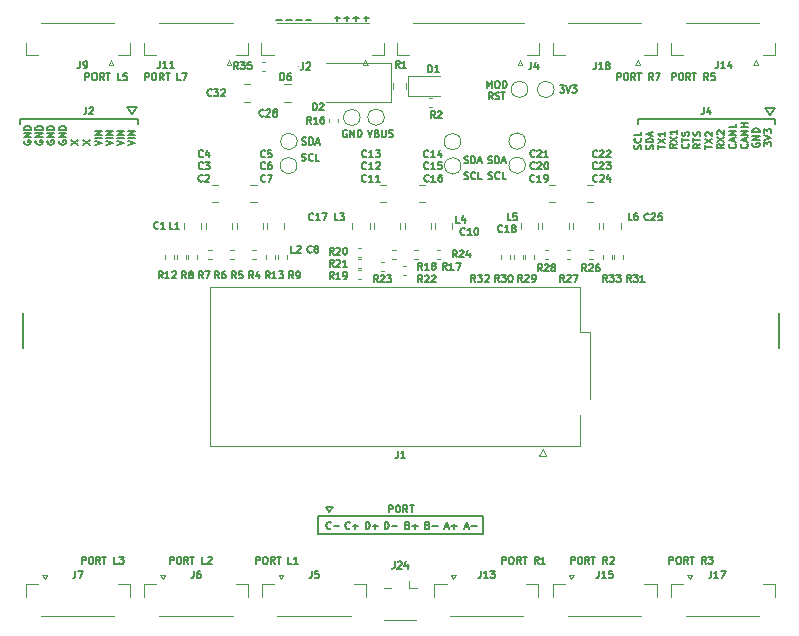
<source format=gto>
G04 #@! TF.GenerationSoftware,KiCad,Pcbnew,8.0.5*
G04 #@! TF.CreationDate,2026-01-30T21:43:25+07:00*
G04 #@! TF.ProjectId,RouterCoreBaseRevA,526f7574-6572-4436-9f72-654261736552,rev?*
G04 #@! TF.SameCoordinates,PX2793d60PY5cfbb60*
G04 #@! TF.FileFunction,Legend,Top*
G04 #@! TF.FilePolarity,Positive*
%FSLAX46Y46*%
G04 Gerber Fmt 4.6, Leading zero omitted, Abs format (unit mm)*
G04 Created by KiCad (PCBNEW 8.0.5) date 2026-01-30 21:43:25*
%MOMM*%
%LPD*%
G01*
G04 APERTURE LIST*
%ADD10C,0.150000*%
%ADD11C,0.120000*%
%ADD12C,0.100000*%
G04 APERTURE END LIST*
D10*
X300000Y43000000D02*
X10300000Y43000000D01*
X25500000Y7850000D02*
X39500000Y7850000D01*
X52600000Y43000000D02*
X52600000Y42600000D01*
X9800000Y43400000D02*
X9400000Y44000000D01*
X600000Y23600000D02*
X600000Y26600000D01*
X64600000Y23600000D02*
X64600000Y26600000D01*
X52600000Y43000000D02*
X64200000Y43000000D01*
X10300000Y43000000D02*
X10300000Y42600000D01*
X64200000Y43900000D02*
X63800000Y43300000D01*
X64200000Y43000000D02*
X64200000Y42600000D01*
X63400000Y43900000D02*
X64200000Y43900000D01*
X63800000Y43300000D02*
X63400000Y43900000D01*
X9400000Y44000000D02*
X10200000Y44000000D01*
X39500000Y7850000D02*
X39500000Y9350000D01*
X300000Y43000000D02*
X300000Y42600000D01*
X26200000Y10175000D02*
X26800000Y10175000D01*
X25500000Y9350000D02*
X25500000Y7850000D01*
X10200000Y44000000D02*
X9800000Y43400000D01*
X26500000Y9725000D02*
X26200000Y10175000D01*
X39500000Y9350000D02*
X25500000Y9350000D01*
X26800000Y10175000D02*
X26500000Y9725000D01*
X33121429Y8594515D02*
X33207143Y8565943D01*
X33207143Y8565943D02*
X33235714Y8537372D01*
X33235714Y8537372D02*
X33264286Y8480229D01*
X33264286Y8480229D02*
X33264286Y8394515D01*
X33264286Y8394515D02*
X33235714Y8337372D01*
X33235714Y8337372D02*
X33207143Y8308800D01*
X33207143Y8308800D02*
X33150000Y8280229D01*
X33150000Y8280229D02*
X32921429Y8280229D01*
X32921429Y8280229D02*
X32921429Y8880229D01*
X32921429Y8880229D02*
X33121429Y8880229D01*
X33121429Y8880229D02*
X33178572Y8851658D01*
X33178572Y8851658D02*
X33207143Y8823086D01*
X33207143Y8823086D02*
X33235714Y8765943D01*
X33235714Y8765943D02*
X33235714Y8708800D01*
X33235714Y8708800D02*
X33207143Y8651658D01*
X33207143Y8651658D02*
X33178572Y8623086D01*
X33178572Y8623086D02*
X33121429Y8594515D01*
X33121429Y8594515D02*
X32921429Y8594515D01*
X33521429Y8508800D02*
X33978572Y8508800D01*
X33750000Y8280229D02*
X33750000Y8737372D01*
X55918771Y40884399D02*
X55633057Y40684399D01*
X55918771Y40541542D02*
X55318771Y40541542D01*
X55318771Y40541542D02*
X55318771Y40770113D01*
X55318771Y40770113D02*
X55347342Y40827256D01*
X55347342Y40827256D02*
X55375914Y40855827D01*
X55375914Y40855827D02*
X55433057Y40884399D01*
X55433057Y40884399D02*
X55518771Y40884399D01*
X55518771Y40884399D02*
X55575914Y40855827D01*
X55575914Y40855827D02*
X55604485Y40827256D01*
X55604485Y40827256D02*
X55633057Y40770113D01*
X55633057Y40770113D02*
X55633057Y40541542D01*
X55318771Y41084399D02*
X55918771Y41484399D01*
X55318771Y41484399D02*
X55918771Y41084399D01*
X55918771Y42027256D02*
X55918771Y41684399D01*
X55918771Y41855828D02*
X55318771Y41855828D01*
X55318771Y41855828D02*
X55404485Y41798685D01*
X55404485Y41798685D02*
X55461628Y41741542D01*
X55461628Y41741542D02*
X55490200Y41684399D01*
X39937969Y39259800D02*
X40023684Y39231229D01*
X40023684Y39231229D02*
X40166541Y39231229D01*
X40166541Y39231229D02*
X40223684Y39259800D01*
X40223684Y39259800D02*
X40252255Y39288372D01*
X40252255Y39288372D02*
X40280826Y39345515D01*
X40280826Y39345515D02*
X40280826Y39402658D01*
X40280826Y39402658D02*
X40252255Y39459800D01*
X40252255Y39459800D02*
X40223684Y39488372D01*
X40223684Y39488372D02*
X40166541Y39516943D01*
X40166541Y39516943D02*
X40052255Y39545515D01*
X40052255Y39545515D02*
X39995112Y39574086D01*
X39995112Y39574086D02*
X39966541Y39602658D01*
X39966541Y39602658D02*
X39937969Y39659800D01*
X39937969Y39659800D02*
X39937969Y39716943D01*
X39937969Y39716943D02*
X39966541Y39774086D01*
X39966541Y39774086D02*
X39995112Y39802658D01*
X39995112Y39802658D02*
X40052255Y39831229D01*
X40052255Y39831229D02*
X40195112Y39831229D01*
X40195112Y39831229D02*
X40280826Y39802658D01*
X40537970Y39231229D02*
X40537970Y39831229D01*
X40537970Y39831229D02*
X40680827Y39831229D01*
X40680827Y39831229D02*
X40766541Y39802658D01*
X40766541Y39802658D02*
X40823684Y39745515D01*
X40823684Y39745515D02*
X40852255Y39688372D01*
X40852255Y39688372D02*
X40880827Y39574086D01*
X40880827Y39574086D02*
X40880827Y39488372D01*
X40880827Y39488372D02*
X40852255Y39374086D01*
X40852255Y39374086D02*
X40823684Y39316943D01*
X40823684Y39316943D02*
X40766541Y39259800D01*
X40766541Y39259800D02*
X40680827Y39231229D01*
X40680827Y39231229D02*
X40537970Y39231229D01*
X41109398Y39402658D02*
X41395113Y39402658D01*
X41052255Y39231229D02*
X41252255Y39831229D01*
X41252255Y39831229D02*
X41452255Y39231229D01*
X31541541Y9681229D02*
X31541541Y10281229D01*
X31541541Y10281229D02*
X31770112Y10281229D01*
X31770112Y10281229D02*
X31827255Y10252658D01*
X31827255Y10252658D02*
X31855826Y10224086D01*
X31855826Y10224086D02*
X31884398Y10166943D01*
X31884398Y10166943D02*
X31884398Y10081229D01*
X31884398Y10081229D02*
X31855826Y10024086D01*
X31855826Y10024086D02*
X31827255Y9995515D01*
X31827255Y9995515D02*
X31770112Y9966943D01*
X31770112Y9966943D02*
X31541541Y9966943D01*
X32255826Y10281229D02*
X32370112Y10281229D01*
X32370112Y10281229D02*
X32427255Y10252658D01*
X32427255Y10252658D02*
X32484398Y10195515D01*
X32484398Y10195515D02*
X32512969Y10081229D01*
X32512969Y10081229D02*
X32512969Y9881229D01*
X32512969Y9881229D02*
X32484398Y9766943D01*
X32484398Y9766943D02*
X32427255Y9709800D01*
X32427255Y9709800D02*
X32370112Y9681229D01*
X32370112Y9681229D02*
X32255826Y9681229D01*
X32255826Y9681229D02*
X32198684Y9709800D01*
X32198684Y9709800D02*
X32141541Y9766943D01*
X32141541Y9766943D02*
X32112969Y9881229D01*
X32112969Y9881229D02*
X32112969Y10081229D01*
X32112969Y10081229D02*
X32141541Y10195515D01*
X32141541Y10195515D02*
X32198684Y10252658D01*
X32198684Y10252658D02*
X32255826Y10281229D01*
X33112969Y9681229D02*
X32912969Y9966943D01*
X32770112Y9681229D02*
X32770112Y10281229D01*
X32770112Y10281229D02*
X32998683Y10281229D01*
X32998683Y10281229D02*
X33055826Y10252658D01*
X33055826Y10252658D02*
X33084397Y10224086D01*
X33084397Y10224086D02*
X33112969Y10166943D01*
X33112969Y10166943D02*
X33112969Y10081229D01*
X33112969Y10081229D02*
X33084397Y10024086D01*
X33084397Y10024086D02*
X33055826Y9995515D01*
X33055826Y9995515D02*
X32998683Y9966943D01*
X32998683Y9966943D02*
X32770112Y9966943D01*
X33284397Y10281229D02*
X33627255Y10281229D01*
X33455826Y9681229D02*
X33455826Y10281229D01*
X5541541Y5331229D02*
X5541541Y5931229D01*
X5541541Y5931229D02*
X5770112Y5931229D01*
X5770112Y5931229D02*
X5827255Y5902658D01*
X5827255Y5902658D02*
X5855826Y5874086D01*
X5855826Y5874086D02*
X5884398Y5816943D01*
X5884398Y5816943D02*
X5884398Y5731229D01*
X5884398Y5731229D02*
X5855826Y5674086D01*
X5855826Y5674086D02*
X5827255Y5645515D01*
X5827255Y5645515D02*
X5770112Y5616943D01*
X5770112Y5616943D02*
X5541541Y5616943D01*
X6255826Y5931229D02*
X6370112Y5931229D01*
X6370112Y5931229D02*
X6427255Y5902658D01*
X6427255Y5902658D02*
X6484398Y5845515D01*
X6484398Y5845515D02*
X6512969Y5731229D01*
X6512969Y5731229D02*
X6512969Y5531229D01*
X6512969Y5531229D02*
X6484398Y5416943D01*
X6484398Y5416943D02*
X6427255Y5359800D01*
X6427255Y5359800D02*
X6370112Y5331229D01*
X6370112Y5331229D02*
X6255826Y5331229D01*
X6255826Y5331229D02*
X6198684Y5359800D01*
X6198684Y5359800D02*
X6141541Y5416943D01*
X6141541Y5416943D02*
X6112969Y5531229D01*
X6112969Y5531229D02*
X6112969Y5731229D01*
X6112969Y5731229D02*
X6141541Y5845515D01*
X6141541Y5845515D02*
X6198684Y5902658D01*
X6198684Y5902658D02*
X6255826Y5931229D01*
X7112969Y5331229D02*
X6912969Y5616943D01*
X6770112Y5331229D02*
X6770112Y5931229D01*
X6770112Y5931229D02*
X6998683Y5931229D01*
X6998683Y5931229D02*
X7055826Y5902658D01*
X7055826Y5902658D02*
X7084397Y5874086D01*
X7084397Y5874086D02*
X7112969Y5816943D01*
X7112969Y5816943D02*
X7112969Y5731229D01*
X7112969Y5731229D02*
X7084397Y5674086D01*
X7084397Y5674086D02*
X7055826Y5645515D01*
X7055826Y5645515D02*
X6998683Y5616943D01*
X6998683Y5616943D02*
X6770112Y5616943D01*
X7284397Y5931229D02*
X7627255Y5931229D01*
X7455826Y5331229D02*
X7455826Y5931229D01*
X8570112Y5331229D02*
X8284398Y5331229D01*
X8284398Y5331229D02*
X8284398Y5931229D01*
X8712969Y5931229D02*
X9084397Y5931229D01*
X9084397Y5931229D02*
X8884397Y5702658D01*
X8884397Y5702658D02*
X8970112Y5702658D01*
X8970112Y5702658D02*
X9027255Y5674086D01*
X9027255Y5674086D02*
X9055826Y5645515D01*
X9055826Y5645515D02*
X9084397Y5588372D01*
X9084397Y5588372D02*
X9084397Y5445515D01*
X9084397Y5445515D02*
X9055826Y5388372D01*
X9055826Y5388372D02*
X9027255Y5359800D01*
X9027255Y5359800D02*
X8970112Y5331229D01*
X8970112Y5331229D02*
X8798683Y5331229D01*
X8798683Y5331229D02*
X8741540Y5359800D01*
X8741540Y5359800D02*
X8712969Y5388372D01*
X6618771Y40755827D02*
X7218771Y40955827D01*
X7218771Y40955827D02*
X6618771Y41155827D01*
X7218771Y41355828D02*
X6618771Y41355828D01*
X7218771Y41641542D02*
X6618771Y41641542D01*
X6618771Y41641542D02*
X7218771Y41984399D01*
X7218771Y41984399D02*
X6618771Y41984399D01*
X3647342Y41155827D02*
X3618771Y41098684D01*
X3618771Y41098684D02*
X3618771Y41012970D01*
X3618771Y41012970D02*
X3647342Y40927256D01*
X3647342Y40927256D02*
X3704485Y40870113D01*
X3704485Y40870113D02*
X3761628Y40841542D01*
X3761628Y40841542D02*
X3875914Y40812970D01*
X3875914Y40812970D02*
X3961628Y40812970D01*
X3961628Y40812970D02*
X4075914Y40841542D01*
X4075914Y40841542D02*
X4133057Y40870113D01*
X4133057Y40870113D02*
X4190200Y40927256D01*
X4190200Y40927256D02*
X4218771Y41012970D01*
X4218771Y41012970D02*
X4218771Y41070113D01*
X4218771Y41070113D02*
X4190200Y41155827D01*
X4190200Y41155827D02*
X4161628Y41184399D01*
X4161628Y41184399D02*
X3961628Y41184399D01*
X3961628Y41184399D02*
X3961628Y41070113D01*
X4218771Y41441542D02*
X3618771Y41441542D01*
X3618771Y41441542D02*
X4218771Y41784399D01*
X4218771Y41784399D02*
X3618771Y41784399D01*
X4218771Y42070113D02*
X3618771Y42070113D01*
X3618771Y42070113D02*
X3618771Y42212970D01*
X3618771Y42212970D02*
X3647342Y42298684D01*
X3647342Y42298684D02*
X3704485Y42355827D01*
X3704485Y42355827D02*
X3761628Y42384398D01*
X3761628Y42384398D02*
X3875914Y42412970D01*
X3875914Y42412970D02*
X3961628Y42412970D01*
X3961628Y42412970D02*
X4075914Y42384398D01*
X4075914Y42384398D02*
X4133057Y42355827D01*
X4133057Y42355827D02*
X4190200Y42298684D01*
X4190200Y42298684D02*
X4218771Y42212970D01*
X4218771Y42212970D02*
X4218771Y42070113D01*
X21991541Y51409800D02*
X22448684Y51409800D01*
X31171429Y8280229D02*
X31171429Y8880229D01*
X31171429Y8880229D02*
X31314286Y8880229D01*
X31314286Y8880229D02*
X31400000Y8851658D01*
X31400000Y8851658D02*
X31457143Y8794515D01*
X31457143Y8794515D02*
X31485714Y8737372D01*
X31485714Y8737372D02*
X31514286Y8623086D01*
X31514286Y8623086D02*
X31514286Y8537372D01*
X31514286Y8537372D02*
X31485714Y8423086D01*
X31485714Y8423086D02*
X31457143Y8365943D01*
X31457143Y8365943D02*
X31400000Y8308800D01*
X31400000Y8308800D02*
X31314286Y8280229D01*
X31314286Y8280229D02*
X31171429Y8280229D01*
X31771429Y8508800D02*
X32228572Y8508800D01*
X5618771Y40784399D02*
X6218771Y41184399D01*
X5618771Y41184399D02*
X6218771Y40784399D01*
X58318771Y40455827D02*
X58318771Y40798684D01*
X58918771Y40627256D02*
X58318771Y40627256D01*
X58318771Y40941542D02*
X58918771Y41341542D01*
X58318771Y41341542D02*
X58918771Y40941542D01*
X58375914Y41541542D02*
X58347342Y41570114D01*
X58347342Y41570114D02*
X58318771Y41627256D01*
X58318771Y41627256D02*
X58318771Y41770114D01*
X58318771Y41770114D02*
X58347342Y41827256D01*
X58347342Y41827256D02*
X58375914Y41855828D01*
X58375914Y41855828D02*
X58433057Y41884399D01*
X58433057Y41884399D02*
X58490200Y41884399D01*
X58490200Y41884399D02*
X58575914Y41855828D01*
X58575914Y41855828D02*
X58918771Y41512971D01*
X58918771Y41512971D02*
X58918771Y41884399D01*
X57918771Y40884399D02*
X57633057Y40684399D01*
X57918771Y40541542D02*
X57318771Y40541542D01*
X57318771Y40541542D02*
X57318771Y40770113D01*
X57318771Y40770113D02*
X57347342Y40827256D01*
X57347342Y40827256D02*
X57375914Y40855827D01*
X57375914Y40855827D02*
X57433057Y40884399D01*
X57433057Y40884399D02*
X57518771Y40884399D01*
X57518771Y40884399D02*
X57575914Y40855827D01*
X57575914Y40855827D02*
X57604485Y40827256D01*
X57604485Y40827256D02*
X57633057Y40770113D01*
X57633057Y40770113D02*
X57633057Y40541542D01*
X57318771Y41055827D02*
X57318771Y41398684D01*
X57918771Y41227256D02*
X57318771Y41227256D01*
X57890200Y41570113D02*
X57918771Y41655827D01*
X57918771Y41655827D02*
X57918771Y41798685D01*
X57918771Y41798685D02*
X57890200Y41855827D01*
X57890200Y41855827D02*
X57861628Y41884399D01*
X57861628Y41884399D02*
X57804485Y41912970D01*
X57804485Y41912970D02*
X57747342Y41912970D01*
X57747342Y41912970D02*
X57690200Y41884399D01*
X57690200Y41884399D02*
X57661628Y41855827D01*
X57661628Y41855827D02*
X57633057Y41798685D01*
X57633057Y41798685D02*
X57604485Y41684399D01*
X57604485Y41684399D02*
X57575914Y41627256D01*
X57575914Y41627256D02*
X57547342Y41598685D01*
X57547342Y41598685D02*
X57490200Y41570113D01*
X57490200Y41570113D02*
X57433057Y41570113D01*
X57433057Y41570113D02*
X57375914Y41598685D01*
X57375914Y41598685D02*
X57347342Y41627256D01*
X57347342Y41627256D02*
X57318771Y41684399D01*
X57318771Y41684399D02*
X57318771Y41827256D01*
X57318771Y41827256D02*
X57347342Y41912970D01*
X12991541Y5331229D02*
X12991541Y5931229D01*
X12991541Y5931229D02*
X13220112Y5931229D01*
X13220112Y5931229D02*
X13277255Y5902658D01*
X13277255Y5902658D02*
X13305826Y5874086D01*
X13305826Y5874086D02*
X13334398Y5816943D01*
X13334398Y5816943D02*
X13334398Y5731229D01*
X13334398Y5731229D02*
X13305826Y5674086D01*
X13305826Y5674086D02*
X13277255Y5645515D01*
X13277255Y5645515D02*
X13220112Y5616943D01*
X13220112Y5616943D02*
X12991541Y5616943D01*
X13705826Y5931229D02*
X13820112Y5931229D01*
X13820112Y5931229D02*
X13877255Y5902658D01*
X13877255Y5902658D02*
X13934398Y5845515D01*
X13934398Y5845515D02*
X13962969Y5731229D01*
X13962969Y5731229D02*
X13962969Y5531229D01*
X13962969Y5531229D02*
X13934398Y5416943D01*
X13934398Y5416943D02*
X13877255Y5359800D01*
X13877255Y5359800D02*
X13820112Y5331229D01*
X13820112Y5331229D02*
X13705826Y5331229D01*
X13705826Y5331229D02*
X13648684Y5359800D01*
X13648684Y5359800D02*
X13591541Y5416943D01*
X13591541Y5416943D02*
X13562969Y5531229D01*
X13562969Y5531229D02*
X13562969Y5731229D01*
X13562969Y5731229D02*
X13591541Y5845515D01*
X13591541Y5845515D02*
X13648684Y5902658D01*
X13648684Y5902658D02*
X13705826Y5931229D01*
X14562969Y5331229D02*
X14362969Y5616943D01*
X14220112Y5331229D02*
X14220112Y5931229D01*
X14220112Y5931229D02*
X14448683Y5931229D01*
X14448683Y5931229D02*
X14505826Y5902658D01*
X14505826Y5902658D02*
X14534397Y5874086D01*
X14534397Y5874086D02*
X14562969Y5816943D01*
X14562969Y5816943D02*
X14562969Y5731229D01*
X14562969Y5731229D02*
X14534397Y5674086D01*
X14534397Y5674086D02*
X14505826Y5645515D01*
X14505826Y5645515D02*
X14448683Y5616943D01*
X14448683Y5616943D02*
X14220112Y5616943D01*
X14734397Y5931229D02*
X15077255Y5931229D01*
X14905826Y5331229D02*
X14905826Y5931229D01*
X16020112Y5331229D02*
X15734398Y5331229D01*
X15734398Y5331229D02*
X15734398Y5931229D01*
X16191540Y5874086D02*
X16220112Y5902658D01*
X16220112Y5902658D02*
X16277255Y5931229D01*
X16277255Y5931229D02*
X16420112Y5931229D01*
X16420112Y5931229D02*
X16477255Y5902658D01*
X16477255Y5902658D02*
X16505826Y5874086D01*
X16505826Y5874086D02*
X16534397Y5816943D01*
X16534397Y5816943D02*
X16534397Y5759800D01*
X16534397Y5759800D02*
X16505826Y5674086D01*
X16505826Y5674086D02*
X16162969Y5331229D01*
X16162969Y5331229D02*
X16534397Y5331229D01*
X2647342Y41155827D02*
X2618771Y41098684D01*
X2618771Y41098684D02*
X2618771Y41012970D01*
X2618771Y41012970D02*
X2647342Y40927256D01*
X2647342Y40927256D02*
X2704485Y40870113D01*
X2704485Y40870113D02*
X2761628Y40841542D01*
X2761628Y40841542D02*
X2875914Y40812970D01*
X2875914Y40812970D02*
X2961628Y40812970D01*
X2961628Y40812970D02*
X3075914Y40841542D01*
X3075914Y40841542D02*
X3133057Y40870113D01*
X3133057Y40870113D02*
X3190200Y40927256D01*
X3190200Y40927256D02*
X3218771Y41012970D01*
X3218771Y41012970D02*
X3218771Y41070113D01*
X3218771Y41070113D02*
X3190200Y41155827D01*
X3190200Y41155827D02*
X3161628Y41184399D01*
X3161628Y41184399D02*
X2961628Y41184399D01*
X2961628Y41184399D02*
X2961628Y41070113D01*
X3218771Y41441542D02*
X2618771Y41441542D01*
X2618771Y41441542D02*
X3218771Y41784399D01*
X3218771Y41784399D02*
X2618771Y41784399D01*
X3218771Y42070113D02*
X2618771Y42070113D01*
X2618771Y42070113D02*
X2618771Y42212970D01*
X2618771Y42212970D02*
X2647342Y42298684D01*
X2647342Y42298684D02*
X2704485Y42355827D01*
X2704485Y42355827D02*
X2761628Y42384398D01*
X2761628Y42384398D02*
X2875914Y42412970D01*
X2875914Y42412970D02*
X2961628Y42412970D01*
X2961628Y42412970D02*
X3075914Y42384398D01*
X3075914Y42384398D02*
X3133057Y42355827D01*
X3133057Y42355827D02*
X3190200Y42298684D01*
X3190200Y42298684D02*
X3218771Y42212970D01*
X3218771Y42212970D02*
X3218771Y42070113D01*
X22841541Y51409800D02*
X23298684Y51409800D01*
X10891541Y46281229D02*
X10891541Y46881229D01*
X10891541Y46881229D02*
X11120112Y46881229D01*
X11120112Y46881229D02*
X11177255Y46852658D01*
X11177255Y46852658D02*
X11205826Y46824086D01*
X11205826Y46824086D02*
X11234398Y46766943D01*
X11234398Y46766943D02*
X11234398Y46681229D01*
X11234398Y46681229D02*
X11205826Y46624086D01*
X11205826Y46624086D02*
X11177255Y46595515D01*
X11177255Y46595515D02*
X11120112Y46566943D01*
X11120112Y46566943D02*
X10891541Y46566943D01*
X11605826Y46881229D02*
X11720112Y46881229D01*
X11720112Y46881229D02*
X11777255Y46852658D01*
X11777255Y46852658D02*
X11834398Y46795515D01*
X11834398Y46795515D02*
X11862969Y46681229D01*
X11862969Y46681229D02*
X11862969Y46481229D01*
X11862969Y46481229D02*
X11834398Y46366943D01*
X11834398Y46366943D02*
X11777255Y46309800D01*
X11777255Y46309800D02*
X11720112Y46281229D01*
X11720112Y46281229D02*
X11605826Y46281229D01*
X11605826Y46281229D02*
X11548684Y46309800D01*
X11548684Y46309800D02*
X11491541Y46366943D01*
X11491541Y46366943D02*
X11462969Y46481229D01*
X11462969Y46481229D02*
X11462969Y46681229D01*
X11462969Y46681229D02*
X11491541Y46795515D01*
X11491541Y46795515D02*
X11548684Y46852658D01*
X11548684Y46852658D02*
X11605826Y46881229D01*
X12462969Y46281229D02*
X12262969Y46566943D01*
X12120112Y46281229D02*
X12120112Y46881229D01*
X12120112Y46881229D02*
X12348683Y46881229D01*
X12348683Y46881229D02*
X12405826Y46852658D01*
X12405826Y46852658D02*
X12434397Y46824086D01*
X12434397Y46824086D02*
X12462969Y46766943D01*
X12462969Y46766943D02*
X12462969Y46681229D01*
X12462969Y46681229D02*
X12434397Y46624086D01*
X12434397Y46624086D02*
X12405826Y46595515D01*
X12405826Y46595515D02*
X12348683Y46566943D01*
X12348683Y46566943D02*
X12120112Y46566943D01*
X12634397Y46881229D02*
X12977255Y46881229D01*
X12805826Y46281229D02*
X12805826Y46881229D01*
X13920112Y46281229D02*
X13634398Y46281229D01*
X13634398Y46281229D02*
X13634398Y46881229D01*
X14062969Y46881229D02*
X14462969Y46881229D01*
X14462969Y46881229D02*
X14205826Y46281229D01*
X41141541Y5331229D02*
X41141541Y5931229D01*
X41141541Y5931229D02*
X41370112Y5931229D01*
X41370112Y5931229D02*
X41427255Y5902658D01*
X41427255Y5902658D02*
X41455826Y5874086D01*
X41455826Y5874086D02*
X41484398Y5816943D01*
X41484398Y5816943D02*
X41484398Y5731229D01*
X41484398Y5731229D02*
X41455826Y5674086D01*
X41455826Y5674086D02*
X41427255Y5645515D01*
X41427255Y5645515D02*
X41370112Y5616943D01*
X41370112Y5616943D02*
X41141541Y5616943D01*
X41855826Y5931229D02*
X41970112Y5931229D01*
X41970112Y5931229D02*
X42027255Y5902658D01*
X42027255Y5902658D02*
X42084398Y5845515D01*
X42084398Y5845515D02*
X42112969Y5731229D01*
X42112969Y5731229D02*
X42112969Y5531229D01*
X42112969Y5531229D02*
X42084398Y5416943D01*
X42084398Y5416943D02*
X42027255Y5359800D01*
X42027255Y5359800D02*
X41970112Y5331229D01*
X41970112Y5331229D02*
X41855826Y5331229D01*
X41855826Y5331229D02*
X41798684Y5359800D01*
X41798684Y5359800D02*
X41741541Y5416943D01*
X41741541Y5416943D02*
X41712969Y5531229D01*
X41712969Y5531229D02*
X41712969Y5731229D01*
X41712969Y5731229D02*
X41741541Y5845515D01*
X41741541Y5845515D02*
X41798684Y5902658D01*
X41798684Y5902658D02*
X41855826Y5931229D01*
X42712969Y5331229D02*
X42512969Y5616943D01*
X42370112Y5331229D02*
X42370112Y5931229D01*
X42370112Y5931229D02*
X42598683Y5931229D01*
X42598683Y5931229D02*
X42655826Y5902658D01*
X42655826Y5902658D02*
X42684397Y5874086D01*
X42684397Y5874086D02*
X42712969Y5816943D01*
X42712969Y5816943D02*
X42712969Y5731229D01*
X42712969Y5731229D02*
X42684397Y5674086D01*
X42684397Y5674086D02*
X42655826Y5645515D01*
X42655826Y5645515D02*
X42598683Y5616943D01*
X42598683Y5616943D02*
X42370112Y5616943D01*
X42884397Y5931229D02*
X43227255Y5931229D01*
X43055826Y5331229D02*
X43055826Y5931229D01*
X44227255Y5331229D02*
X44027255Y5616943D01*
X43884398Y5331229D02*
X43884398Y5931229D01*
X43884398Y5931229D02*
X44112969Y5931229D01*
X44112969Y5931229D02*
X44170112Y5902658D01*
X44170112Y5902658D02*
X44198683Y5874086D01*
X44198683Y5874086D02*
X44227255Y5816943D01*
X44227255Y5816943D02*
X44227255Y5731229D01*
X44227255Y5731229D02*
X44198683Y5674086D01*
X44198683Y5674086D02*
X44170112Y5645515D01*
X44170112Y5645515D02*
X44112969Y5616943D01*
X44112969Y5616943D02*
X43884398Y5616943D01*
X44798683Y5331229D02*
X44455826Y5331229D01*
X44627255Y5331229D02*
X44627255Y5931229D01*
X44627255Y5931229D02*
X44570112Y5845515D01*
X44570112Y5845515D02*
X44512969Y5788372D01*
X44512969Y5788372D02*
X44455826Y5759800D01*
X63318771Y40684399D02*
X63318771Y41055827D01*
X63318771Y41055827D02*
X63547342Y40855827D01*
X63547342Y40855827D02*
X63547342Y40941542D01*
X63547342Y40941542D02*
X63575914Y40998684D01*
X63575914Y40998684D02*
X63604485Y41027256D01*
X63604485Y41027256D02*
X63661628Y41055827D01*
X63661628Y41055827D02*
X63804485Y41055827D01*
X63804485Y41055827D02*
X63861628Y41027256D01*
X63861628Y41027256D02*
X63890200Y40998684D01*
X63890200Y40998684D02*
X63918771Y40941542D01*
X63918771Y40941542D02*
X63918771Y40770113D01*
X63918771Y40770113D02*
X63890200Y40712970D01*
X63890200Y40712970D02*
X63861628Y40684399D01*
X63318771Y41227256D02*
X63918771Y41427256D01*
X63918771Y41427256D02*
X63318771Y41627256D01*
X63318771Y41770114D02*
X63318771Y42141542D01*
X63318771Y42141542D02*
X63547342Y41941542D01*
X63547342Y41941542D02*
X63547342Y42027257D01*
X63547342Y42027257D02*
X63575914Y42084399D01*
X63575914Y42084399D02*
X63604485Y42112971D01*
X63604485Y42112971D02*
X63661628Y42141542D01*
X63661628Y42141542D02*
X63804485Y42141542D01*
X63804485Y42141542D02*
X63861628Y42112971D01*
X63861628Y42112971D02*
X63890200Y42084399D01*
X63890200Y42084399D02*
X63918771Y42027257D01*
X63918771Y42027257D02*
X63918771Y41855828D01*
X63918771Y41855828D02*
X63890200Y41798685D01*
X63890200Y41798685D02*
X63861628Y41770114D01*
X24491541Y51409800D02*
X24948684Y51409800D01*
X52890200Y40412970D02*
X52918771Y40498684D01*
X52918771Y40498684D02*
X52918771Y40641542D01*
X52918771Y40641542D02*
X52890200Y40698684D01*
X52890200Y40698684D02*
X52861628Y40727256D01*
X52861628Y40727256D02*
X52804485Y40755827D01*
X52804485Y40755827D02*
X52747342Y40755827D01*
X52747342Y40755827D02*
X52690200Y40727256D01*
X52690200Y40727256D02*
X52661628Y40698684D01*
X52661628Y40698684D02*
X52633057Y40641542D01*
X52633057Y40641542D02*
X52604485Y40527256D01*
X52604485Y40527256D02*
X52575914Y40470113D01*
X52575914Y40470113D02*
X52547342Y40441542D01*
X52547342Y40441542D02*
X52490200Y40412970D01*
X52490200Y40412970D02*
X52433057Y40412970D01*
X52433057Y40412970D02*
X52375914Y40441542D01*
X52375914Y40441542D02*
X52347342Y40470113D01*
X52347342Y40470113D02*
X52318771Y40527256D01*
X52318771Y40527256D02*
X52318771Y40670113D01*
X52318771Y40670113D02*
X52347342Y40755827D01*
X52861628Y41355828D02*
X52890200Y41327256D01*
X52890200Y41327256D02*
X52918771Y41241542D01*
X52918771Y41241542D02*
X52918771Y41184399D01*
X52918771Y41184399D02*
X52890200Y41098685D01*
X52890200Y41098685D02*
X52833057Y41041542D01*
X52833057Y41041542D02*
X52775914Y41012971D01*
X52775914Y41012971D02*
X52661628Y40984399D01*
X52661628Y40984399D02*
X52575914Y40984399D01*
X52575914Y40984399D02*
X52461628Y41012971D01*
X52461628Y41012971D02*
X52404485Y41041542D01*
X52404485Y41041542D02*
X52347342Y41098685D01*
X52347342Y41098685D02*
X52318771Y41184399D01*
X52318771Y41184399D02*
X52318771Y41241542D01*
X52318771Y41241542D02*
X52347342Y41327256D01*
X52347342Y41327256D02*
X52375914Y41355828D01*
X52918771Y41898685D02*
X52918771Y41612971D01*
X52918771Y41612971D02*
X52318771Y41612971D01*
X62347342Y40955827D02*
X62318771Y40898684D01*
X62318771Y40898684D02*
X62318771Y40812970D01*
X62318771Y40812970D02*
X62347342Y40727256D01*
X62347342Y40727256D02*
X62404485Y40670113D01*
X62404485Y40670113D02*
X62461628Y40641542D01*
X62461628Y40641542D02*
X62575914Y40612970D01*
X62575914Y40612970D02*
X62661628Y40612970D01*
X62661628Y40612970D02*
X62775914Y40641542D01*
X62775914Y40641542D02*
X62833057Y40670113D01*
X62833057Y40670113D02*
X62890200Y40727256D01*
X62890200Y40727256D02*
X62918771Y40812970D01*
X62918771Y40812970D02*
X62918771Y40870113D01*
X62918771Y40870113D02*
X62890200Y40955827D01*
X62890200Y40955827D02*
X62861628Y40984399D01*
X62861628Y40984399D02*
X62661628Y40984399D01*
X62661628Y40984399D02*
X62661628Y40870113D01*
X62918771Y41241542D02*
X62318771Y41241542D01*
X62318771Y41241542D02*
X62918771Y41584399D01*
X62918771Y41584399D02*
X62318771Y41584399D01*
X62918771Y41870113D02*
X62318771Y41870113D01*
X62318771Y41870113D02*
X62318771Y42012970D01*
X62318771Y42012970D02*
X62347342Y42098684D01*
X62347342Y42098684D02*
X62404485Y42155827D01*
X62404485Y42155827D02*
X62461628Y42184398D01*
X62461628Y42184398D02*
X62575914Y42212970D01*
X62575914Y42212970D02*
X62661628Y42212970D01*
X62661628Y42212970D02*
X62775914Y42184398D01*
X62775914Y42184398D02*
X62833057Y42155827D01*
X62833057Y42155827D02*
X62890200Y42098684D01*
X62890200Y42098684D02*
X62918771Y42012970D01*
X62918771Y42012970D02*
X62918771Y41870113D01*
X5841541Y46281229D02*
X5841541Y46881229D01*
X5841541Y46881229D02*
X6070112Y46881229D01*
X6070112Y46881229D02*
X6127255Y46852658D01*
X6127255Y46852658D02*
X6155826Y46824086D01*
X6155826Y46824086D02*
X6184398Y46766943D01*
X6184398Y46766943D02*
X6184398Y46681229D01*
X6184398Y46681229D02*
X6155826Y46624086D01*
X6155826Y46624086D02*
X6127255Y46595515D01*
X6127255Y46595515D02*
X6070112Y46566943D01*
X6070112Y46566943D02*
X5841541Y46566943D01*
X6555826Y46881229D02*
X6670112Y46881229D01*
X6670112Y46881229D02*
X6727255Y46852658D01*
X6727255Y46852658D02*
X6784398Y46795515D01*
X6784398Y46795515D02*
X6812969Y46681229D01*
X6812969Y46681229D02*
X6812969Y46481229D01*
X6812969Y46481229D02*
X6784398Y46366943D01*
X6784398Y46366943D02*
X6727255Y46309800D01*
X6727255Y46309800D02*
X6670112Y46281229D01*
X6670112Y46281229D02*
X6555826Y46281229D01*
X6555826Y46281229D02*
X6498684Y46309800D01*
X6498684Y46309800D02*
X6441541Y46366943D01*
X6441541Y46366943D02*
X6412969Y46481229D01*
X6412969Y46481229D02*
X6412969Y46681229D01*
X6412969Y46681229D02*
X6441541Y46795515D01*
X6441541Y46795515D02*
X6498684Y46852658D01*
X6498684Y46852658D02*
X6555826Y46881229D01*
X7412969Y46281229D02*
X7212969Y46566943D01*
X7070112Y46281229D02*
X7070112Y46881229D01*
X7070112Y46881229D02*
X7298683Y46881229D01*
X7298683Y46881229D02*
X7355826Y46852658D01*
X7355826Y46852658D02*
X7384397Y46824086D01*
X7384397Y46824086D02*
X7412969Y46766943D01*
X7412969Y46766943D02*
X7412969Y46681229D01*
X7412969Y46681229D02*
X7384397Y46624086D01*
X7384397Y46624086D02*
X7355826Y46595515D01*
X7355826Y46595515D02*
X7298683Y46566943D01*
X7298683Y46566943D02*
X7070112Y46566943D01*
X7584397Y46881229D02*
X7927255Y46881229D01*
X7755826Y46281229D02*
X7755826Y46881229D01*
X8870112Y46281229D02*
X8584398Y46281229D01*
X8584398Y46281229D02*
X8584398Y46881229D01*
X9355826Y46881229D02*
X9070112Y46881229D01*
X9070112Y46881229D02*
X9041540Y46595515D01*
X9041540Y46595515D02*
X9070112Y46624086D01*
X9070112Y46624086D02*
X9127255Y46652658D01*
X9127255Y46652658D02*
X9270112Y46652658D01*
X9270112Y46652658D02*
X9327255Y46624086D01*
X9327255Y46624086D02*
X9355826Y46595515D01*
X9355826Y46595515D02*
X9384397Y46538372D01*
X9384397Y46538372D02*
X9384397Y46395515D01*
X9384397Y46395515D02*
X9355826Y46338372D01*
X9355826Y46338372D02*
X9327255Y46309800D01*
X9327255Y46309800D02*
X9270112Y46281229D01*
X9270112Y46281229D02*
X9127255Y46281229D01*
X9127255Y46281229D02*
X9070112Y46309800D01*
X9070112Y46309800D02*
X9041540Y46338372D01*
X50841541Y46281229D02*
X50841541Y46881229D01*
X50841541Y46881229D02*
X51070112Y46881229D01*
X51070112Y46881229D02*
X51127255Y46852658D01*
X51127255Y46852658D02*
X51155826Y46824086D01*
X51155826Y46824086D02*
X51184398Y46766943D01*
X51184398Y46766943D02*
X51184398Y46681229D01*
X51184398Y46681229D02*
X51155826Y46624086D01*
X51155826Y46624086D02*
X51127255Y46595515D01*
X51127255Y46595515D02*
X51070112Y46566943D01*
X51070112Y46566943D02*
X50841541Y46566943D01*
X51555826Y46881229D02*
X51670112Y46881229D01*
X51670112Y46881229D02*
X51727255Y46852658D01*
X51727255Y46852658D02*
X51784398Y46795515D01*
X51784398Y46795515D02*
X51812969Y46681229D01*
X51812969Y46681229D02*
X51812969Y46481229D01*
X51812969Y46481229D02*
X51784398Y46366943D01*
X51784398Y46366943D02*
X51727255Y46309800D01*
X51727255Y46309800D02*
X51670112Y46281229D01*
X51670112Y46281229D02*
X51555826Y46281229D01*
X51555826Y46281229D02*
X51498684Y46309800D01*
X51498684Y46309800D02*
X51441541Y46366943D01*
X51441541Y46366943D02*
X51412969Y46481229D01*
X51412969Y46481229D02*
X51412969Y46681229D01*
X51412969Y46681229D02*
X51441541Y46795515D01*
X51441541Y46795515D02*
X51498684Y46852658D01*
X51498684Y46852658D02*
X51555826Y46881229D01*
X52412969Y46281229D02*
X52212969Y46566943D01*
X52070112Y46281229D02*
X52070112Y46881229D01*
X52070112Y46881229D02*
X52298683Y46881229D01*
X52298683Y46881229D02*
X52355826Y46852658D01*
X52355826Y46852658D02*
X52384397Y46824086D01*
X52384397Y46824086D02*
X52412969Y46766943D01*
X52412969Y46766943D02*
X52412969Y46681229D01*
X52412969Y46681229D02*
X52384397Y46624086D01*
X52384397Y46624086D02*
X52355826Y46595515D01*
X52355826Y46595515D02*
X52298683Y46566943D01*
X52298683Y46566943D02*
X52070112Y46566943D01*
X52584397Y46881229D02*
X52927255Y46881229D01*
X52755826Y46281229D02*
X52755826Y46881229D01*
X53927255Y46281229D02*
X53727255Y46566943D01*
X53584398Y46281229D02*
X53584398Y46881229D01*
X53584398Y46881229D02*
X53812969Y46881229D01*
X53812969Y46881229D02*
X53870112Y46852658D01*
X53870112Y46852658D02*
X53898683Y46824086D01*
X53898683Y46824086D02*
X53927255Y46766943D01*
X53927255Y46766943D02*
X53927255Y46681229D01*
X53927255Y46681229D02*
X53898683Y46624086D01*
X53898683Y46624086D02*
X53870112Y46595515D01*
X53870112Y46595515D02*
X53812969Y46566943D01*
X53812969Y46566943D02*
X53584398Y46566943D01*
X54127255Y46881229D02*
X54527255Y46881229D01*
X54527255Y46881229D02*
X54270112Y46281229D01*
X29391541Y51509800D02*
X29848684Y51509800D01*
X29620112Y51281229D02*
X29620112Y51738372D01*
X37985714Y8451658D02*
X38271429Y8451658D01*
X37928571Y8280229D02*
X38128571Y8880229D01*
X38128571Y8880229D02*
X38328571Y8280229D01*
X38528572Y8508800D02*
X38985715Y8508800D01*
X29571429Y8280229D02*
X29571429Y8880229D01*
X29571429Y8880229D02*
X29714286Y8880229D01*
X29714286Y8880229D02*
X29800000Y8851658D01*
X29800000Y8851658D02*
X29857143Y8794515D01*
X29857143Y8794515D02*
X29885714Y8737372D01*
X29885714Y8737372D02*
X29914286Y8623086D01*
X29914286Y8623086D02*
X29914286Y8537372D01*
X29914286Y8537372D02*
X29885714Y8423086D01*
X29885714Y8423086D02*
X29857143Y8365943D01*
X29857143Y8365943D02*
X29800000Y8308800D01*
X29800000Y8308800D02*
X29714286Y8280229D01*
X29714286Y8280229D02*
X29571429Y8280229D01*
X30171429Y8508800D02*
X30628572Y8508800D01*
X30400000Y8280229D02*
X30400000Y8737372D01*
X27741541Y51509800D02*
X28198684Y51509800D01*
X27970112Y51281229D02*
X27970112Y51738372D01*
X55291541Y5331229D02*
X55291541Y5931229D01*
X55291541Y5931229D02*
X55520112Y5931229D01*
X55520112Y5931229D02*
X55577255Y5902658D01*
X55577255Y5902658D02*
X55605826Y5874086D01*
X55605826Y5874086D02*
X55634398Y5816943D01*
X55634398Y5816943D02*
X55634398Y5731229D01*
X55634398Y5731229D02*
X55605826Y5674086D01*
X55605826Y5674086D02*
X55577255Y5645515D01*
X55577255Y5645515D02*
X55520112Y5616943D01*
X55520112Y5616943D02*
X55291541Y5616943D01*
X56005826Y5931229D02*
X56120112Y5931229D01*
X56120112Y5931229D02*
X56177255Y5902658D01*
X56177255Y5902658D02*
X56234398Y5845515D01*
X56234398Y5845515D02*
X56262969Y5731229D01*
X56262969Y5731229D02*
X56262969Y5531229D01*
X56262969Y5531229D02*
X56234398Y5416943D01*
X56234398Y5416943D02*
X56177255Y5359800D01*
X56177255Y5359800D02*
X56120112Y5331229D01*
X56120112Y5331229D02*
X56005826Y5331229D01*
X56005826Y5331229D02*
X55948684Y5359800D01*
X55948684Y5359800D02*
X55891541Y5416943D01*
X55891541Y5416943D02*
X55862969Y5531229D01*
X55862969Y5531229D02*
X55862969Y5731229D01*
X55862969Y5731229D02*
X55891541Y5845515D01*
X55891541Y5845515D02*
X55948684Y5902658D01*
X55948684Y5902658D02*
X56005826Y5931229D01*
X56862969Y5331229D02*
X56662969Y5616943D01*
X56520112Y5331229D02*
X56520112Y5931229D01*
X56520112Y5931229D02*
X56748683Y5931229D01*
X56748683Y5931229D02*
X56805826Y5902658D01*
X56805826Y5902658D02*
X56834397Y5874086D01*
X56834397Y5874086D02*
X56862969Y5816943D01*
X56862969Y5816943D02*
X56862969Y5731229D01*
X56862969Y5731229D02*
X56834397Y5674086D01*
X56834397Y5674086D02*
X56805826Y5645515D01*
X56805826Y5645515D02*
X56748683Y5616943D01*
X56748683Y5616943D02*
X56520112Y5616943D01*
X57034397Y5931229D02*
X57377255Y5931229D01*
X57205826Y5331229D02*
X57205826Y5931229D01*
X58377255Y5331229D02*
X58177255Y5616943D01*
X58034398Y5331229D02*
X58034398Y5931229D01*
X58034398Y5931229D02*
X58262969Y5931229D01*
X58262969Y5931229D02*
X58320112Y5902658D01*
X58320112Y5902658D02*
X58348683Y5874086D01*
X58348683Y5874086D02*
X58377255Y5816943D01*
X58377255Y5816943D02*
X58377255Y5731229D01*
X58377255Y5731229D02*
X58348683Y5674086D01*
X58348683Y5674086D02*
X58320112Y5645515D01*
X58320112Y5645515D02*
X58262969Y5616943D01*
X58262969Y5616943D02*
X58034398Y5616943D01*
X58577255Y5931229D02*
X58948683Y5931229D01*
X58948683Y5931229D02*
X58748683Y5702658D01*
X58748683Y5702658D02*
X58834398Y5702658D01*
X58834398Y5702658D02*
X58891541Y5674086D01*
X58891541Y5674086D02*
X58920112Y5645515D01*
X58920112Y5645515D02*
X58948683Y5588372D01*
X58948683Y5588372D02*
X58948683Y5445515D01*
X58948683Y5445515D02*
X58920112Y5388372D01*
X58920112Y5388372D02*
X58891541Y5359800D01*
X58891541Y5359800D02*
X58834398Y5331229D01*
X58834398Y5331229D02*
X58662969Y5331229D01*
X58662969Y5331229D02*
X58605826Y5359800D01*
X58605826Y5359800D02*
X58577255Y5388372D01*
X60861628Y40884399D02*
X60890200Y40855827D01*
X60890200Y40855827D02*
X60918771Y40770113D01*
X60918771Y40770113D02*
X60918771Y40712970D01*
X60918771Y40712970D02*
X60890200Y40627256D01*
X60890200Y40627256D02*
X60833057Y40570113D01*
X60833057Y40570113D02*
X60775914Y40541542D01*
X60775914Y40541542D02*
X60661628Y40512970D01*
X60661628Y40512970D02*
X60575914Y40512970D01*
X60575914Y40512970D02*
X60461628Y40541542D01*
X60461628Y40541542D02*
X60404485Y40570113D01*
X60404485Y40570113D02*
X60347342Y40627256D01*
X60347342Y40627256D02*
X60318771Y40712970D01*
X60318771Y40712970D02*
X60318771Y40770113D01*
X60318771Y40770113D02*
X60347342Y40855827D01*
X60347342Y40855827D02*
X60375914Y40884399D01*
X60747342Y41112970D02*
X60747342Y41398684D01*
X60918771Y41055827D02*
X60318771Y41255827D01*
X60318771Y41255827D02*
X60918771Y41455827D01*
X60918771Y41655828D02*
X60318771Y41655828D01*
X60318771Y41655828D02*
X60918771Y41998685D01*
X60918771Y41998685D02*
X60318771Y41998685D01*
X60918771Y42570113D02*
X60918771Y42284399D01*
X60918771Y42284399D02*
X60318771Y42284399D01*
X45984398Y45831229D02*
X46355826Y45831229D01*
X46355826Y45831229D02*
X46155826Y45602658D01*
X46155826Y45602658D02*
X46241541Y45602658D01*
X46241541Y45602658D02*
X46298684Y45574086D01*
X46298684Y45574086D02*
X46327255Y45545515D01*
X46327255Y45545515D02*
X46355826Y45488372D01*
X46355826Y45488372D02*
X46355826Y45345515D01*
X46355826Y45345515D02*
X46327255Y45288372D01*
X46327255Y45288372D02*
X46298684Y45259800D01*
X46298684Y45259800D02*
X46241541Y45231229D01*
X46241541Y45231229D02*
X46070112Y45231229D01*
X46070112Y45231229D02*
X46012969Y45259800D01*
X46012969Y45259800D02*
X45984398Y45288372D01*
X46527255Y45831229D02*
X46727255Y45231229D01*
X46727255Y45231229D02*
X46927255Y45831229D01*
X47070113Y45831229D02*
X47441541Y45831229D01*
X47441541Y45831229D02*
X47241541Y45602658D01*
X47241541Y45602658D02*
X47327256Y45602658D01*
X47327256Y45602658D02*
X47384399Y45574086D01*
X47384399Y45574086D02*
X47412970Y45545515D01*
X47412970Y45545515D02*
X47441541Y45488372D01*
X47441541Y45488372D02*
X47441541Y45345515D01*
X47441541Y45345515D02*
X47412970Y45288372D01*
X47412970Y45288372D02*
X47384399Y45259800D01*
X47384399Y45259800D02*
X47327256Y45231229D01*
X47327256Y45231229D02*
X47155827Y45231229D01*
X47155827Y45231229D02*
X47098684Y45259800D01*
X47098684Y45259800D02*
X47070113Y45288372D01*
X8518771Y40755827D02*
X9118771Y40955827D01*
X9118771Y40955827D02*
X8518771Y41155827D01*
X9118771Y41355828D02*
X8518771Y41355828D01*
X9118771Y41641542D02*
X8518771Y41641542D01*
X8518771Y41641542D02*
X9118771Y41984399D01*
X9118771Y41984399D02*
X8518771Y41984399D01*
X37912969Y37934800D02*
X37998684Y37906229D01*
X37998684Y37906229D02*
X38141541Y37906229D01*
X38141541Y37906229D02*
X38198684Y37934800D01*
X38198684Y37934800D02*
X38227255Y37963372D01*
X38227255Y37963372D02*
X38255826Y38020515D01*
X38255826Y38020515D02*
X38255826Y38077658D01*
X38255826Y38077658D02*
X38227255Y38134800D01*
X38227255Y38134800D02*
X38198684Y38163372D01*
X38198684Y38163372D02*
X38141541Y38191943D01*
X38141541Y38191943D02*
X38027255Y38220515D01*
X38027255Y38220515D02*
X37970112Y38249086D01*
X37970112Y38249086D02*
X37941541Y38277658D01*
X37941541Y38277658D02*
X37912969Y38334800D01*
X37912969Y38334800D02*
X37912969Y38391943D01*
X37912969Y38391943D02*
X37941541Y38449086D01*
X37941541Y38449086D02*
X37970112Y38477658D01*
X37970112Y38477658D02*
X38027255Y38506229D01*
X38027255Y38506229D02*
X38170112Y38506229D01*
X38170112Y38506229D02*
X38255826Y38477658D01*
X38855827Y37963372D02*
X38827255Y37934800D01*
X38827255Y37934800D02*
X38741541Y37906229D01*
X38741541Y37906229D02*
X38684398Y37906229D01*
X38684398Y37906229D02*
X38598684Y37934800D01*
X38598684Y37934800D02*
X38541541Y37991943D01*
X38541541Y37991943D02*
X38512970Y38049086D01*
X38512970Y38049086D02*
X38484398Y38163372D01*
X38484398Y38163372D02*
X38484398Y38249086D01*
X38484398Y38249086D02*
X38512970Y38363372D01*
X38512970Y38363372D02*
X38541541Y38420515D01*
X38541541Y38420515D02*
X38598684Y38477658D01*
X38598684Y38477658D02*
X38684398Y38506229D01*
X38684398Y38506229D02*
X38741541Y38506229D01*
X38741541Y38506229D02*
X38827255Y38477658D01*
X38827255Y38477658D02*
X38855827Y38449086D01*
X39398684Y37906229D02*
X39112970Y37906229D01*
X39112970Y37906229D02*
X39112970Y38506229D01*
X7618771Y40755827D02*
X8218771Y40955827D01*
X8218771Y40955827D02*
X7618771Y41155827D01*
X8218771Y41355828D02*
X7618771Y41355828D01*
X8218771Y41641542D02*
X7618771Y41641542D01*
X7618771Y41641542D02*
X8218771Y41984399D01*
X8218771Y41984399D02*
X7618771Y41984399D01*
X36285714Y8451658D02*
X36571429Y8451658D01*
X36228571Y8280229D02*
X36428571Y8880229D01*
X36428571Y8880229D02*
X36628571Y8280229D01*
X36828572Y8508800D02*
X37285715Y8508800D01*
X37057143Y8280229D02*
X37057143Y8737372D01*
X1647342Y41155827D02*
X1618771Y41098684D01*
X1618771Y41098684D02*
X1618771Y41012970D01*
X1618771Y41012970D02*
X1647342Y40927256D01*
X1647342Y40927256D02*
X1704485Y40870113D01*
X1704485Y40870113D02*
X1761628Y40841542D01*
X1761628Y40841542D02*
X1875914Y40812970D01*
X1875914Y40812970D02*
X1961628Y40812970D01*
X1961628Y40812970D02*
X2075914Y40841542D01*
X2075914Y40841542D02*
X2133057Y40870113D01*
X2133057Y40870113D02*
X2190200Y40927256D01*
X2190200Y40927256D02*
X2218771Y41012970D01*
X2218771Y41012970D02*
X2218771Y41070113D01*
X2218771Y41070113D02*
X2190200Y41155827D01*
X2190200Y41155827D02*
X2161628Y41184399D01*
X2161628Y41184399D02*
X1961628Y41184399D01*
X1961628Y41184399D02*
X1961628Y41070113D01*
X2218771Y41441542D02*
X1618771Y41441542D01*
X1618771Y41441542D02*
X2218771Y41784399D01*
X2218771Y41784399D02*
X1618771Y41784399D01*
X2218771Y42070113D02*
X1618771Y42070113D01*
X1618771Y42070113D02*
X1618771Y42212970D01*
X1618771Y42212970D02*
X1647342Y42298684D01*
X1647342Y42298684D02*
X1704485Y42355827D01*
X1704485Y42355827D02*
X1761628Y42384398D01*
X1761628Y42384398D02*
X1875914Y42412970D01*
X1875914Y42412970D02*
X1961628Y42412970D01*
X1961628Y42412970D02*
X2075914Y42384398D01*
X2075914Y42384398D02*
X2133057Y42355827D01*
X2133057Y42355827D02*
X2190200Y42298684D01*
X2190200Y42298684D02*
X2218771Y42212970D01*
X2218771Y42212970D02*
X2218771Y42070113D01*
X26941541Y51509800D02*
X27398684Y51509800D01*
X27170112Y51281229D02*
X27170112Y51738372D01*
X24187969Y40859800D02*
X24273684Y40831229D01*
X24273684Y40831229D02*
X24416541Y40831229D01*
X24416541Y40831229D02*
X24473684Y40859800D01*
X24473684Y40859800D02*
X24502255Y40888372D01*
X24502255Y40888372D02*
X24530826Y40945515D01*
X24530826Y40945515D02*
X24530826Y41002658D01*
X24530826Y41002658D02*
X24502255Y41059800D01*
X24502255Y41059800D02*
X24473684Y41088372D01*
X24473684Y41088372D02*
X24416541Y41116943D01*
X24416541Y41116943D02*
X24302255Y41145515D01*
X24302255Y41145515D02*
X24245112Y41174086D01*
X24245112Y41174086D02*
X24216541Y41202658D01*
X24216541Y41202658D02*
X24187969Y41259800D01*
X24187969Y41259800D02*
X24187969Y41316943D01*
X24187969Y41316943D02*
X24216541Y41374086D01*
X24216541Y41374086D02*
X24245112Y41402658D01*
X24245112Y41402658D02*
X24302255Y41431229D01*
X24302255Y41431229D02*
X24445112Y41431229D01*
X24445112Y41431229D02*
X24530826Y41402658D01*
X24787970Y40831229D02*
X24787970Y41431229D01*
X24787970Y41431229D02*
X24930827Y41431229D01*
X24930827Y41431229D02*
X25016541Y41402658D01*
X25016541Y41402658D02*
X25073684Y41345515D01*
X25073684Y41345515D02*
X25102255Y41288372D01*
X25102255Y41288372D02*
X25130827Y41174086D01*
X25130827Y41174086D02*
X25130827Y41088372D01*
X25130827Y41088372D02*
X25102255Y40974086D01*
X25102255Y40974086D02*
X25073684Y40916943D01*
X25073684Y40916943D02*
X25016541Y40859800D01*
X25016541Y40859800D02*
X24930827Y40831229D01*
X24930827Y40831229D02*
X24787970Y40831229D01*
X25359398Y41002658D02*
X25645113Y41002658D01*
X25302255Y40831229D02*
X25502255Y41431229D01*
X25502255Y41431229D02*
X25702255Y40831229D01*
X28214286Y8337372D02*
X28185714Y8308800D01*
X28185714Y8308800D02*
X28100000Y8280229D01*
X28100000Y8280229D02*
X28042857Y8280229D01*
X28042857Y8280229D02*
X27957143Y8308800D01*
X27957143Y8308800D02*
X27900000Y8365943D01*
X27900000Y8365943D02*
X27871429Y8423086D01*
X27871429Y8423086D02*
X27842857Y8537372D01*
X27842857Y8537372D02*
X27842857Y8623086D01*
X27842857Y8623086D02*
X27871429Y8737372D01*
X27871429Y8737372D02*
X27900000Y8794515D01*
X27900000Y8794515D02*
X27957143Y8851658D01*
X27957143Y8851658D02*
X28042857Y8880229D01*
X28042857Y8880229D02*
X28100000Y8880229D01*
X28100000Y8880229D02*
X28185714Y8851658D01*
X28185714Y8851658D02*
X28214286Y8823086D01*
X28471429Y8508800D02*
X28928572Y8508800D01*
X28700000Y8280229D02*
X28700000Y8737372D01*
X24162969Y39484800D02*
X24248684Y39456229D01*
X24248684Y39456229D02*
X24391541Y39456229D01*
X24391541Y39456229D02*
X24448684Y39484800D01*
X24448684Y39484800D02*
X24477255Y39513372D01*
X24477255Y39513372D02*
X24505826Y39570515D01*
X24505826Y39570515D02*
X24505826Y39627658D01*
X24505826Y39627658D02*
X24477255Y39684800D01*
X24477255Y39684800D02*
X24448684Y39713372D01*
X24448684Y39713372D02*
X24391541Y39741943D01*
X24391541Y39741943D02*
X24277255Y39770515D01*
X24277255Y39770515D02*
X24220112Y39799086D01*
X24220112Y39799086D02*
X24191541Y39827658D01*
X24191541Y39827658D02*
X24162969Y39884800D01*
X24162969Y39884800D02*
X24162969Y39941943D01*
X24162969Y39941943D02*
X24191541Y39999086D01*
X24191541Y39999086D02*
X24220112Y40027658D01*
X24220112Y40027658D02*
X24277255Y40056229D01*
X24277255Y40056229D02*
X24420112Y40056229D01*
X24420112Y40056229D02*
X24505826Y40027658D01*
X25105827Y39513372D02*
X25077255Y39484800D01*
X25077255Y39484800D02*
X24991541Y39456229D01*
X24991541Y39456229D02*
X24934398Y39456229D01*
X24934398Y39456229D02*
X24848684Y39484800D01*
X24848684Y39484800D02*
X24791541Y39541943D01*
X24791541Y39541943D02*
X24762970Y39599086D01*
X24762970Y39599086D02*
X24734398Y39713372D01*
X24734398Y39713372D02*
X24734398Y39799086D01*
X24734398Y39799086D02*
X24762970Y39913372D01*
X24762970Y39913372D02*
X24791541Y39970515D01*
X24791541Y39970515D02*
X24848684Y40027658D01*
X24848684Y40027658D02*
X24934398Y40056229D01*
X24934398Y40056229D02*
X24991541Y40056229D01*
X24991541Y40056229D02*
X25077255Y40027658D01*
X25077255Y40027658D02*
X25105827Y39999086D01*
X25648684Y39456229D02*
X25362970Y39456229D01*
X25362970Y39456229D02*
X25362970Y40056229D01*
X54318771Y40455827D02*
X54318771Y40798684D01*
X54918771Y40627256D02*
X54318771Y40627256D01*
X54318771Y40941542D02*
X54918771Y41341542D01*
X54318771Y41341542D02*
X54918771Y40941542D01*
X54918771Y41884399D02*
X54918771Y41541542D01*
X54918771Y41712971D02*
X54318771Y41712971D01*
X54318771Y41712971D02*
X54404485Y41655828D01*
X54404485Y41655828D02*
X54461628Y41598685D01*
X54461628Y41598685D02*
X54490200Y41541542D01*
X34821429Y8594515D02*
X34907143Y8565943D01*
X34907143Y8565943D02*
X34935714Y8537372D01*
X34935714Y8537372D02*
X34964286Y8480229D01*
X34964286Y8480229D02*
X34964286Y8394515D01*
X34964286Y8394515D02*
X34935714Y8337372D01*
X34935714Y8337372D02*
X34907143Y8308800D01*
X34907143Y8308800D02*
X34850000Y8280229D01*
X34850000Y8280229D02*
X34621429Y8280229D01*
X34621429Y8280229D02*
X34621429Y8880229D01*
X34621429Y8880229D02*
X34821429Y8880229D01*
X34821429Y8880229D02*
X34878572Y8851658D01*
X34878572Y8851658D02*
X34907143Y8823086D01*
X34907143Y8823086D02*
X34935714Y8765943D01*
X34935714Y8765943D02*
X34935714Y8708800D01*
X34935714Y8708800D02*
X34907143Y8651658D01*
X34907143Y8651658D02*
X34878572Y8623086D01*
X34878572Y8623086D02*
X34821429Y8594515D01*
X34821429Y8594515D02*
X34621429Y8594515D01*
X35221429Y8508800D02*
X35678572Y8508800D01*
X27980826Y42052658D02*
X27923684Y42081229D01*
X27923684Y42081229D02*
X27837969Y42081229D01*
X27837969Y42081229D02*
X27752255Y42052658D01*
X27752255Y42052658D02*
X27695112Y41995515D01*
X27695112Y41995515D02*
X27666541Y41938372D01*
X27666541Y41938372D02*
X27637969Y41824086D01*
X27637969Y41824086D02*
X27637969Y41738372D01*
X27637969Y41738372D02*
X27666541Y41624086D01*
X27666541Y41624086D02*
X27695112Y41566943D01*
X27695112Y41566943D02*
X27752255Y41509800D01*
X27752255Y41509800D02*
X27837969Y41481229D01*
X27837969Y41481229D02*
X27895112Y41481229D01*
X27895112Y41481229D02*
X27980826Y41509800D01*
X27980826Y41509800D02*
X28009398Y41538372D01*
X28009398Y41538372D02*
X28009398Y41738372D01*
X28009398Y41738372D02*
X27895112Y41738372D01*
X28266541Y41481229D02*
X28266541Y42081229D01*
X28266541Y42081229D02*
X28609398Y41481229D01*
X28609398Y41481229D02*
X28609398Y42081229D01*
X28895112Y41481229D02*
X28895112Y42081229D01*
X28895112Y42081229D02*
X29037969Y42081229D01*
X29037969Y42081229D02*
X29123683Y42052658D01*
X29123683Y42052658D02*
X29180826Y41995515D01*
X29180826Y41995515D02*
X29209397Y41938372D01*
X29209397Y41938372D02*
X29237969Y41824086D01*
X29237969Y41824086D02*
X29237969Y41738372D01*
X29237969Y41738372D02*
X29209397Y41624086D01*
X29209397Y41624086D02*
X29180826Y41566943D01*
X29180826Y41566943D02*
X29123683Y41509800D01*
X29123683Y41509800D02*
X29037969Y41481229D01*
X29037969Y41481229D02*
X28895112Y41481229D01*
X5912969Y43981229D02*
X5912969Y43552658D01*
X5912969Y43552658D02*
X5884398Y43466943D01*
X5884398Y43466943D02*
X5827255Y43409800D01*
X5827255Y43409800D02*
X5741541Y43381229D01*
X5741541Y43381229D02*
X5684398Y43381229D01*
X6170112Y43924086D02*
X6198684Y43952658D01*
X6198684Y43952658D02*
X6255827Y43981229D01*
X6255827Y43981229D02*
X6398684Y43981229D01*
X6398684Y43981229D02*
X6455827Y43952658D01*
X6455827Y43952658D02*
X6484398Y43924086D01*
X6484398Y43924086D02*
X6512969Y43866943D01*
X6512969Y43866943D02*
X6512969Y43809800D01*
X6512969Y43809800D02*
X6484398Y43724086D01*
X6484398Y43724086D02*
X6141541Y43381229D01*
X6141541Y43381229D02*
X6512969Y43381229D01*
X40319398Y44656229D02*
X40119398Y44941943D01*
X39976541Y44656229D02*
X39976541Y45256229D01*
X39976541Y45256229D02*
X40205112Y45256229D01*
X40205112Y45256229D02*
X40262255Y45227658D01*
X40262255Y45227658D02*
X40290826Y45199086D01*
X40290826Y45199086D02*
X40319398Y45141943D01*
X40319398Y45141943D02*
X40319398Y45056229D01*
X40319398Y45056229D02*
X40290826Y44999086D01*
X40290826Y44999086D02*
X40262255Y44970515D01*
X40262255Y44970515D02*
X40205112Y44941943D01*
X40205112Y44941943D02*
X39976541Y44941943D01*
X40547969Y44684800D02*
X40633684Y44656229D01*
X40633684Y44656229D02*
X40776541Y44656229D01*
X40776541Y44656229D02*
X40833684Y44684800D01*
X40833684Y44684800D02*
X40862255Y44713372D01*
X40862255Y44713372D02*
X40890826Y44770515D01*
X40890826Y44770515D02*
X40890826Y44827658D01*
X40890826Y44827658D02*
X40862255Y44884800D01*
X40862255Y44884800D02*
X40833684Y44913372D01*
X40833684Y44913372D02*
X40776541Y44941943D01*
X40776541Y44941943D02*
X40662255Y44970515D01*
X40662255Y44970515D02*
X40605112Y44999086D01*
X40605112Y44999086D02*
X40576541Y45027658D01*
X40576541Y45027658D02*
X40547969Y45084800D01*
X40547969Y45084800D02*
X40547969Y45141943D01*
X40547969Y45141943D02*
X40576541Y45199086D01*
X40576541Y45199086D02*
X40605112Y45227658D01*
X40605112Y45227658D02*
X40662255Y45256229D01*
X40662255Y45256229D02*
X40805112Y45256229D01*
X40805112Y45256229D02*
X40890826Y45227658D01*
X41062255Y45256229D02*
X41405113Y45256229D01*
X41233684Y44656229D02*
X41233684Y45256229D01*
X55491541Y46281229D02*
X55491541Y46881229D01*
X55491541Y46881229D02*
X55720112Y46881229D01*
X55720112Y46881229D02*
X55777255Y46852658D01*
X55777255Y46852658D02*
X55805826Y46824086D01*
X55805826Y46824086D02*
X55834398Y46766943D01*
X55834398Y46766943D02*
X55834398Y46681229D01*
X55834398Y46681229D02*
X55805826Y46624086D01*
X55805826Y46624086D02*
X55777255Y46595515D01*
X55777255Y46595515D02*
X55720112Y46566943D01*
X55720112Y46566943D02*
X55491541Y46566943D01*
X56205826Y46881229D02*
X56320112Y46881229D01*
X56320112Y46881229D02*
X56377255Y46852658D01*
X56377255Y46852658D02*
X56434398Y46795515D01*
X56434398Y46795515D02*
X56462969Y46681229D01*
X56462969Y46681229D02*
X56462969Y46481229D01*
X56462969Y46481229D02*
X56434398Y46366943D01*
X56434398Y46366943D02*
X56377255Y46309800D01*
X56377255Y46309800D02*
X56320112Y46281229D01*
X56320112Y46281229D02*
X56205826Y46281229D01*
X56205826Y46281229D02*
X56148684Y46309800D01*
X56148684Y46309800D02*
X56091541Y46366943D01*
X56091541Y46366943D02*
X56062969Y46481229D01*
X56062969Y46481229D02*
X56062969Y46681229D01*
X56062969Y46681229D02*
X56091541Y46795515D01*
X56091541Y46795515D02*
X56148684Y46852658D01*
X56148684Y46852658D02*
X56205826Y46881229D01*
X57062969Y46281229D02*
X56862969Y46566943D01*
X56720112Y46281229D02*
X56720112Y46881229D01*
X56720112Y46881229D02*
X56948683Y46881229D01*
X56948683Y46881229D02*
X57005826Y46852658D01*
X57005826Y46852658D02*
X57034397Y46824086D01*
X57034397Y46824086D02*
X57062969Y46766943D01*
X57062969Y46766943D02*
X57062969Y46681229D01*
X57062969Y46681229D02*
X57034397Y46624086D01*
X57034397Y46624086D02*
X57005826Y46595515D01*
X57005826Y46595515D02*
X56948683Y46566943D01*
X56948683Y46566943D02*
X56720112Y46566943D01*
X57234397Y46881229D02*
X57577255Y46881229D01*
X57405826Y46281229D02*
X57405826Y46881229D01*
X58577255Y46281229D02*
X58377255Y46566943D01*
X58234398Y46281229D02*
X58234398Y46881229D01*
X58234398Y46881229D02*
X58462969Y46881229D01*
X58462969Y46881229D02*
X58520112Y46852658D01*
X58520112Y46852658D02*
X58548683Y46824086D01*
X58548683Y46824086D02*
X58577255Y46766943D01*
X58577255Y46766943D02*
X58577255Y46681229D01*
X58577255Y46681229D02*
X58548683Y46624086D01*
X58548683Y46624086D02*
X58520112Y46595515D01*
X58520112Y46595515D02*
X58462969Y46566943D01*
X58462969Y46566943D02*
X58234398Y46566943D01*
X59120112Y46881229D02*
X58834398Y46881229D01*
X58834398Y46881229D02*
X58805826Y46595515D01*
X58805826Y46595515D02*
X58834398Y46624086D01*
X58834398Y46624086D02*
X58891541Y46652658D01*
X58891541Y46652658D02*
X59034398Y46652658D01*
X59034398Y46652658D02*
X59091541Y46624086D01*
X59091541Y46624086D02*
X59120112Y46595515D01*
X59120112Y46595515D02*
X59148683Y46538372D01*
X59148683Y46538372D02*
X59148683Y46395515D01*
X59148683Y46395515D02*
X59120112Y46338372D01*
X59120112Y46338372D02*
X59091541Y46309800D01*
X59091541Y46309800D02*
X59034398Y46281229D01*
X59034398Y46281229D02*
X58891541Y46281229D01*
X58891541Y46281229D02*
X58834398Y46309800D01*
X58834398Y46309800D02*
X58805826Y46338372D01*
X23691541Y51409800D02*
X24148684Y51409800D01*
X28541541Y51509800D02*
X28998684Y51509800D01*
X28770112Y51281229D02*
X28770112Y51738372D01*
X53890200Y40412970D02*
X53918771Y40498684D01*
X53918771Y40498684D02*
X53918771Y40641542D01*
X53918771Y40641542D02*
X53890200Y40698684D01*
X53890200Y40698684D02*
X53861628Y40727256D01*
X53861628Y40727256D02*
X53804485Y40755827D01*
X53804485Y40755827D02*
X53747342Y40755827D01*
X53747342Y40755827D02*
X53690200Y40727256D01*
X53690200Y40727256D02*
X53661628Y40698684D01*
X53661628Y40698684D02*
X53633057Y40641542D01*
X53633057Y40641542D02*
X53604485Y40527256D01*
X53604485Y40527256D02*
X53575914Y40470113D01*
X53575914Y40470113D02*
X53547342Y40441542D01*
X53547342Y40441542D02*
X53490200Y40412970D01*
X53490200Y40412970D02*
X53433057Y40412970D01*
X53433057Y40412970D02*
X53375914Y40441542D01*
X53375914Y40441542D02*
X53347342Y40470113D01*
X53347342Y40470113D02*
X53318771Y40527256D01*
X53318771Y40527256D02*
X53318771Y40670113D01*
X53318771Y40670113D02*
X53347342Y40755827D01*
X53918771Y41012971D02*
X53318771Y41012971D01*
X53318771Y41012971D02*
X53318771Y41155828D01*
X53318771Y41155828D02*
X53347342Y41241542D01*
X53347342Y41241542D02*
X53404485Y41298685D01*
X53404485Y41298685D02*
X53461628Y41327256D01*
X53461628Y41327256D02*
X53575914Y41355828D01*
X53575914Y41355828D02*
X53661628Y41355828D01*
X53661628Y41355828D02*
X53775914Y41327256D01*
X53775914Y41327256D02*
X53833057Y41298685D01*
X53833057Y41298685D02*
X53890200Y41241542D01*
X53890200Y41241542D02*
X53918771Y41155828D01*
X53918771Y41155828D02*
X53918771Y41012971D01*
X53747342Y41584399D02*
X53747342Y41870113D01*
X53918771Y41527256D02*
X53318771Y41727256D01*
X53318771Y41727256D02*
X53918771Y41927256D01*
X647342Y41155827D02*
X618771Y41098684D01*
X618771Y41098684D02*
X618771Y41012970D01*
X618771Y41012970D02*
X647342Y40927256D01*
X647342Y40927256D02*
X704485Y40870113D01*
X704485Y40870113D02*
X761628Y40841542D01*
X761628Y40841542D02*
X875914Y40812970D01*
X875914Y40812970D02*
X961628Y40812970D01*
X961628Y40812970D02*
X1075914Y40841542D01*
X1075914Y40841542D02*
X1133057Y40870113D01*
X1133057Y40870113D02*
X1190200Y40927256D01*
X1190200Y40927256D02*
X1218771Y41012970D01*
X1218771Y41012970D02*
X1218771Y41070113D01*
X1218771Y41070113D02*
X1190200Y41155827D01*
X1190200Y41155827D02*
X1161628Y41184399D01*
X1161628Y41184399D02*
X961628Y41184399D01*
X961628Y41184399D02*
X961628Y41070113D01*
X1218771Y41441542D02*
X618771Y41441542D01*
X618771Y41441542D02*
X1218771Y41784399D01*
X1218771Y41784399D02*
X618771Y41784399D01*
X1218771Y42070113D02*
X618771Y42070113D01*
X618771Y42070113D02*
X618771Y42212970D01*
X618771Y42212970D02*
X647342Y42298684D01*
X647342Y42298684D02*
X704485Y42355827D01*
X704485Y42355827D02*
X761628Y42384398D01*
X761628Y42384398D02*
X875914Y42412970D01*
X875914Y42412970D02*
X961628Y42412970D01*
X961628Y42412970D02*
X1075914Y42384398D01*
X1075914Y42384398D02*
X1133057Y42355827D01*
X1133057Y42355827D02*
X1190200Y42298684D01*
X1190200Y42298684D02*
X1218771Y42212970D01*
X1218771Y42212970D02*
X1218771Y42070113D01*
X61861628Y40884399D02*
X61890200Y40855827D01*
X61890200Y40855827D02*
X61918771Y40770113D01*
X61918771Y40770113D02*
X61918771Y40712970D01*
X61918771Y40712970D02*
X61890200Y40627256D01*
X61890200Y40627256D02*
X61833057Y40570113D01*
X61833057Y40570113D02*
X61775914Y40541542D01*
X61775914Y40541542D02*
X61661628Y40512970D01*
X61661628Y40512970D02*
X61575914Y40512970D01*
X61575914Y40512970D02*
X61461628Y40541542D01*
X61461628Y40541542D02*
X61404485Y40570113D01*
X61404485Y40570113D02*
X61347342Y40627256D01*
X61347342Y40627256D02*
X61318771Y40712970D01*
X61318771Y40712970D02*
X61318771Y40770113D01*
X61318771Y40770113D02*
X61347342Y40855827D01*
X61347342Y40855827D02*
X61375914Y40884399D01*
X61747342Y41112970D02*
X61747342Y41398684D01*
X61918771Y41055827D02*
X61318771Y41255827D01*
X61318771Y41255827D02*
X61918771Y41455827D01*
X61918771Y41655828D02*
X61318771Y41655828D01*
X61318771Y41655828D02*
X61918771Y41998685D01*
X61918771Y41998685D02*
X61318771Y41998685D01*
X61918771Y42284399D02*
X61318771Y42284399D01*
X61604485Y42284399D02*
X61604485Y42627256D01*
X61918771Y42627256D02*
X61318771Y42627256D01*
X20291541Y5331229D02*
X20291541Y5931229D01*
X20291541Y5931229D02*
X20520112Y5931229D01*
X20520112Y5931229D02*
X20577255Y5902658D01*
X20577255Y5902658D02*
X20605826Y5874086D01*
X20605826Y5874086D02*
X20634398Y5816943D01*
X20634398Y5816943D02*
X20634398Y5731229D01*
X20634398Y5731229D02*
X20605826Y5674086D01*
X20605826Y5674086D02*
X20577255Y5645515D01*
X20577255Y5645515D02*
X20520112Y5616943D01*
X20520112Y5616943D02*
X20291541Y5616943D01*
X21005826Y5931229D02*
X21120112Y5931229D01*
X21120112Y5931229D02*
X21177255Y5902658D01*
X21177255Y5902658D02*
X21234398Y5845515D01*
X21234398Y5845515D02*
X21262969Y5731229D01*
X21262969Y5731229D02*
X21262969Y5531229D01*
X21262969Y5531229D02*
X21234398Y5416943D01*
X21234398Y5416943D02*
X21177255Y5359800D01*
X21177255Y5359800D02*
X21120112Y5331229D01*
X21120112Y5331229D02*
X21005826Y5331229D01*
X21005826Y5331229D02*
X20948684Y5359800D01*
X20948684Y5359800D02*
X20891541Y5416943D01*
X20891541Y5416943D02*
X20862969Y5531229D01*
X20862969Y5531229D02*
X20862969Y5731229D01*
X20862969Y5731229D02*
X20891541Y5845515D01*
X20891541Y5845515D02*
X20948684Y5902658D01*
X20948684Y5902658D02*
X21005826Y5931229D01*
X21862969Y5331229D02*
X21662969Y5616943D01*
X21520112Y5331229D02*
X21520112Y5931229D01*
X21520112Y5931229D02*
X21748683Y5931229D01*
X21748683Y5931229D02*
X21805826Y5902658D01*
X21805826Y5902658D02*
X21834397Y5874086D01*
X21834397Y5874086D02*
X21862969Y5816943D01*
X21862969Y5816943D02*
X21862969Y5731229D01*
X21862969Y5731229D02*
X21834397Y5674086D01*
X21834397Y5674086D02*
X21805826Y5645515D01*
X21805826Y5645515D02*
X21748683Y5616943D01*
X21748683Y5616943D02*
X21520112Y5616943D01*
X22034397Y5931229D02*
X22377255Y5931229D01*
X22205826Y5331229D02*
X22205826Y5931229D01*
X23320112Y5331229D02*
X23034398Y5331229D01*
X23034398Y5331229D02*
X23034398Y5931229D01*
X23834397Y5331229D02*
X23491540Y5331229D01*
X23662969Y5331229D02*
X23662969Y5931229D01*
X23662969Y5931229D02*
X23605826Y5845515D01*
X23605826Y5845515D02*
X23548683Y5788372D01*
X23548683Y5788372D02*
X23491540Y5759800D01*
X37912969Y39259800D02*
X37998684Y39231229D01*
X37998684Y39231229D02*
X38141541Y39231229D01*
X38141541Y39231229D02*
X38198684Y39259800D01*
X38198684Y39259800D02*
X38227255Y39288372D01*
X38227255Y39288372D02*
X38255826Y39345515D01*
X38255826Y39345515D02*
X38255826Y39402658D01*
X38255826Y39402658D02*
X38227255Y39459800D01*
X38227255Y39459800D02*
X38198684Y39488372D01*
X38198684Y39488372D02*
X38141541Y39516943D01*
X38141541Y39516943D02*
X38027255Y39545515D01*
X38027255Y39545515D02*
X37970112Y39574086D01*
X37970112Y39574086D02*
X37941541Y39602658D01*
X37941541Y39602658D02*
X37912969Y39659800D01*
X37912969Y39659800D02*
X37912969Y39716943D01*
X37912969Y39716943D02*
X37941541Y39774086D01*
X37941541Y39774086D02*
X37970112Y39802658D01*
X37970112Y39802658D02*
X38027255Y39831229D01*
X38027255Y39831229D02*
X38170112Y39831229D01*
X38170112Y39831229D02*
X38255826Y39802658D01*
X38512970Y39231229D02*
X38512970Y39831229D01*
X38512970Y39831229D02*
X38655827Y39831229D01*
X38655827Y39831229D02*
X38741541Y39802658D01*
X38741541Y39802658D02*
X38798684Y39745515D01*
X38798684Y39745515D02*
X38827255Y39688372D01*
X38827255Y39688372D02*
X38855827Y39574086D01*
X38855827Y39574086D02*
X38855827Y39488372D01*
X38855827Y39488372D02*
X38827255Y39374086D01*
X38827255Y39374086D02*
X38798684Y39316943D01*
X38798684Y39316943D02*
X38741541Y39259800D01*
X38741541Y39259800D02*
X38655827Y39231229D01*
X38655827Y39231229D02*
X38512970Y39231229D01*
X39084398Y39402658D02*
X39370113Y39402658D01*
X39027255Y39231229D02*
X39227255Y39831229D01*
X39227255Y39831229D02*
X39427255Y39231229D01*
X59918771Y40884399D02*
X59633057Y40684399D01*
X59918771Y40541542D02*
X59318771Y40541542D01*
X59318771Y40541542D02*
X59318771Y40770113D01*
X59318771Y40770113D02*
X59347342Y40827256D01*
X59347342Y40827256D02*
X59375914Y40855827D01*
X59375914Y40855827D02*
X59433057Y40884399D01*
X59433057Y40884399D02*
X59518771Y40884399D01*
X59518771Y40884399D02*
X59575914Y40855827D01*
X59575914Y40855827D02*
X59604485Y40827256D01*
X59604485Y40827256D02*
X59633057Y40770113D01*
X59633057Y40770113D02*
X59633057Y40541542D01*
X59318771Y41084399D02*
X59918771Y41484399D01*
X59318771Y41484399D02*
X59918771Y41084399D01*
X59375914Y41684399D02*
X59347342Y41712971D01*
X59347342Y41712971D02*
X59318771Y41770113D01*
X59318771Y41770113D02*
X59318771Y41912971D01*
X59318771Y41912971D02*
X59347342Y41970113D01*
X59347342Y41970113D02*
X59375914Y41998685D01*
X59375914Y41998685D02*
X59433057Y42027256D01*
X59433057Y42027256D02*
X59490200Y42027256D01*
X59490200Y42027256D02*
X59575914Y41998685D01*
X59575914Y41998685D02*
X59918771Y41655828D01*
X59918771Y41655828D02*
X59918771Y42027256D01*
X39962969Y37934800D02*
X40048684Y37906229D01*
X40048684Y37906229D02*
X40191541Y37906229D01*
X40191541Y37906229D02*
X40248684Y37934800D01*
X40248684Y37934800D02*
X40277255Y37963372D01*
X40277255Y37963372D02*
X40305826Y38020515D01*
X40305826Y38020515D02*
X40305826Y38077658D01*
X40305826Y38077658D02*
X40277255Y38134800D01*
X40277255Y38134800D02*
X40248684Y38163372D01*
X40248684Y38163372D02*
X40191541Y38191943D01*
X40191541Y38191943D02*
X40077255Y38220515D01*
X40077255Y38220515D02*
X40020112Y38249086D01*
X40020112Y38249086D02*
X39991541Y38277658D01*
X39991541Y38277658D02*
X39962969Y38334800D01*
X39962969Y38334800D02*
X39962969Y38391943D01*
X39962969Y38391943D02*
X39991541Y38449086D01*
X39991541Y38449086D02*
X40020112Y38477658D01*
X40020112Y38477658D02*
X40077255Y38506229D01*
X40077255Y38506229D02*
X40220112Y38506229D01*
X40220112Y38506229D02*
X40305826Y38477658D01*
X40905827Y37963372D02*
X40877255Y37934800D01*
X40877255Y37934800D02*
X40791541Y37906229D01*
X40791541Y37906229D02*
X40734398Y37906229D01*
X40734398Y37906229D02*
X40648684Y37934800D01*
X40648684Y37934800D02*
X40591541Y37991943D01*
X40591541Y37991943D02*
X40562970Y38049086D01*
X40562970Y38049086D02*
X40534398Y38163372D01*
X40534398Y38163372D02*
X40534398Y38249086D01*
X40534398Y38249086D02*
X40562970Y38363372D01*
X40562970Y38363372D02*
X40591541Y38420515D01*
X40591541Y38420515D02*
X40648684Y38477658D01*
X40648684Y38477658D02*
X40734398Y38506229D01*
X40734398Y38506229D02*
X40791541Y38506229D01*
X40791541Y38506229D02*
X40877255Y38477658D01*
X40877255Y38477658D02*
X40905827Y38449086D01*
X41448684Y37906229D02*
X41162970Y37906229D01*
X41162970Y37906229D02*
X41162970Y38506229D01*
X9418771Y40755827D02*
X10018771Y40955827D01*
X10018771Y40955827D02*
X9418771Y41155827D01*
X10018771Y41355828D02*
X9418771Y41355828D01*
X10018771Y41641542D02*
X9418771Y41641542D01*
X9418771Y41641542D02*
X10018771Y41984399D01*
X10018771Y41984399D02*
X9418771Y41984399D01*
X58212969Y43981229D02*
X58212969Y43552658D01*
X58212969Y43552658D02*
X58184398Y43466943D01*
X58184398Y43466943D02*
X58127255Y43409800D01*
X58127255Y43409800D02*
X58041541Y43381229D01*
X58041541Y43381229D02*
X57984398Y43381229D01*
X58755827Y43781229D02*
X58755827Y43381229D01*
X58612969Y44009800D02*
X58470112Y43581229D01*
X58470112Y43581229D02*
X58841541Y43581229D01*
X26614286Y8337372D02*
X26585714Y8308800D01*
X26585714Y8308800D02*
X26500000Y8280229D01*
X26500000Y8280229D02*
X26442857Y8280229D01*
X26442857Y8280229D02*
X26357143Y8308800D01*
X26357143Y8308800D02*
X26300000Y8365943D01*
X26300000Y8365943D02*
X26271429Y8423086D01*
X26271429Y8423086D02*
X26242857Y8537372D01*
X26242857Y8537372D02*
X26242857Y8623086D01*
X26242857Y8623086D02*
X26271429Y8737372D01*
X26271429Y8737372D02*
X26300000Y8794515D01*
X26300000Y8794515D02*
X26357143Y8851658D01*
X26357143Y8851658D02*
X26442857Y8880229D01*
X26442857Y8880229D02*
X26500000Y8880229D01*
X26500000Y8880229D02*
X26585714Y8851658D01*
X26585714Y8851658D02*
X26614286Y8823086D01*
X26871429Y8508800D02*
X27328572Y8508800D01*
X46941541Y5331229D02*
X46941541Y5931229D01*
X46941541Y5931229D02*
X47170112Y5931229D01*
X47170112Y5931229D02*
X47227255Y5902658D01*
X47227255Y5902658D02*
X47255826Y5874086D01*
X47255826Y5874086D02*
X47284398Y5816943D01*
X47284398Y5816943D02*
X47284398Y5731229D01*
X47284398Y5731229D02*
X47255826Y5674086D01*
X47255826Y5674086D02*
X47227255Y5645515D01*
X47227255Y5645515D02*
X47170112Y5616943D01*
X47170112Y5616943D02*
X46941541Y5616943D01*
X47655826Y5931229D02*
X47770112Y5931229D01*
X47770112Y5931229D02*
X47827255Y5902658D01*
X47827255Y5902658D02*
X47884398Y5845515D01*
X47884398Y5845515D02*
X47912969Y5731229D01*
X47912969Y5731229D02*
X47912969Y5531229D01*
X47912969Y5531229D02*
X47884398Y5416943D01*
X47884398Y5416943D02*
X47827255Y5359800D01*
X47827255Y5359800D02*
X47770112Y5331229D01*
X47770112Y5331229D02*
X47655826Y5331229D01*
X47655826Y5331229D02*
X47598684Y5359800D01*
X47598684Y5359800D02*
X47541541Y5416943D01*
X47541541Y5416943D02*
X47512969Y5531229D01*
X47512969Y5531229D02*
X47512969Y5731229D01*
X47512969Y5731229D02*
X47541541Y5845515D01*
X47541541Y5845515D02*
X47598684Y5902658D01*
X47598684Y5902658D02*
X47655826Y5931229D01*
X48512969Y5331229D02*
X48312969Y5616943D01*
X48170112Y5331229D02*
X48170112Y5931229D01*
X48170112Y5931229D02*
X48398683Y5931229D01*
X48398683Y5931229D02*
X48455826Y5902658D01*
X48455826Y5902658D02*
X48484397Y5874086D01*
X48484397Y5874086D02*
X48512969Y5816943D01*
X48512969Y5816943D02*
X48512969Y5731229D01*
X48512969Y5731229D02*
X48484397Y5674086D01*
X48484397Y5674086D02*
X48455826Y5645515D01*
X48455826Y5645515D02*
X48398683Y5616943D01*
X48398683Y5616943D02*
X48170112Y5616943D01*
X48684397Y5931229D02*
X49027255Y5931229D01*
X48855826Y5331229D02*
X48855826Y5931229D01*
X50027255Y5331229D02*
X49827255Y5616943D01*
X49684398Y5331229D02*
X49684398Y5931229D01*
X49684398Y5931229D02*
X49912969Y5931229D01*
X49912969Y5931229D02*
X49970112Y5902658D01*
X49970112Y5902658D02*
X49998683Y5874086D01*
X49998683Y5874086D02*
X50027255Y5816943D01*
X50027255Y5816943D02*
X50027255Y5731229D01*
X50027255Y5731229D02*
X49998683Y5674086D01*
X49998683Y5674086D02*
X49970112Y5645515D01*
X49970112Y5645515D02*
X49912969Y5616943D01*
X49912969Y5616943D02*
X49684398Y5616943D01*
X50255826Y5874086D02*
X50284398Y5902658D01*
X50284398Y5902658D02*
X50341541Y5931229D01*
X50341541Y5931229D02*
X50484398Y5931229D01*
X50484398Y5931229D02*
X50541541Y5902658D01*
X50541541Y5902658D02*
X50570112Y5874086D01*
X50570112Y5874086D02*
X50598683Y5816943D01*
X50598683Y5816943D02*
X50598683Y5759800D01*
X50598683Y5759800D02*
X50570112Y5674086D01*
X50570112Y5674086D02*
X50227255Y5331229D01*
X50227255Y5331229D02*
X50598683Y5331229D01*
X29730826Y42081229D02*
X29930826Y41481229D01*
X29930826Y41481229D02*
X30130826Y42081229D01*
X30530827Y41795515D02*
X30616541Y41766943D01*
X30616541Y41766943D02*
X30645112Y41738372D01*
X30645112Y41738372D02*
X30673684Y41681229D01*
X30673684Y41681229D02*
X30673684Y41595515D01*
X30673684Y41595515D02*
X30645112Y41538372D01*
X30645112Y41538372D02*
X30616541Y41509800D01*
X30616541Y41509800D02*
X30559398Y41481229D01*
X30559398Y41481229D02*
X30330827Y41481229D01*
X30330827Y41481229D02*
X30330827Y42081229D01*
X30330827Y42081229D02*
X30530827Y42081229D01*
X30530827Y42081229D02*
X30587970Y42052658D01*
X30587970Y42052658D02*
X30616541Y42024086D01*
X30616541Y42024086D02*
X30645112Y41966943D01*
X30645112Y41966943D02*
X30645112Y41909800D01*
X30645112Y41909800D02*
X30616541Y41852658D01*
X30616541Y41852658D02*
X30587970Y41824086D01*
X30587970Y41824086D02*
X30530827Y41795515D01*
X30530827Y41795515D02*
X30330827Y41795515D01*
X30930827Y42081229D02*
X30930827Y41595515D01*
X30930827Y41595515D02*
X30959398Y41538372D01*
X30959398Y41538372D02*
X30987970Y41509800D01*
X30987970Y41509800D02*
X31045112Y41481229D01*
X31045112Y41481229D02*
X31159398Y41481229D01*
X31159398Y41481229D02*
X31216541Y41509800D01*
X31216541Y41509800D02*
X31245112Y41538372D01*
X31245112Y41538372D02*
X31273684Y41595515D01*
X31273684Y41595515D02*
X31273684Y42081229D01*
X31530826Y41509800D02*
X31616541Y41481229D01*
X31616541Y41481229D02*
X31759398Y41481229D01*
X31759398Y41481229D02*
X31816541Y41509800D01*
X31816541Y41509800D02*
X31845112Y41538372D01*
X31845112Y41538372D02*
X31873683Y41595515D01*
X31873683Y41595515D02*
X31873683Y41652658D01*
X31873683Y41652658D02*
X31845112Y41709800D01*
X31845112Y41709800D02*
X31816541Y41738372D01*
X31816541Y41738372D02*
X31759398Y41766943D01*
X31759398Y41766943D02*
X31645112Y41795515D01*
X31645112Y41795515D02*
X31587969Y41824086D01*
X31587969Y41824086D02*
X31559398Y41852658D01*
X31559398Y41852658D02*
X31530826Y41909800D01*
X31530826Y41909800D02*
X31530826Y41966943D01*
X31530826Y41966943D02*
X31559398Y42024086D01*
X31559398Y42024086D02*
X31587969Y42052658D01*
X31587969Y42052658D02*
X31645112Y42081229D01*
X31645112Y42081229D02*
X31787969Y42081229D01*
X31787969Y42081229D02*
X31873683Y42052658D01*
X56861628Y40884399D02*
X56890200Y40855827D01*
X56890200Y40855827D02*
X56918771Y40770113D01*
X56918771Y40770113D02*
X56918771Y40712970D01*
X56918771Y40712970D02*
X56890200Y40627256D01*
X56890200Y40627256D02*
X56833057Y40570113D01*
X56833057Y40570113D02*
X56775914Y40541542D01*
X56775914Y40541542D02*
X56661628Y40512970D01*
X56661628Y40512970D02*
X56575914Y40512970D01*
X56575914Y40512970D02*
X56461628Y40541542D01*
X56461628Y40541542D02*
X56404485Y40570113D01*
X56404485Y40570113D02*
X56347342Y40627256D01*
X56347342Y40627256D02*
X56318771Y40712970D01*
X56318771Y40712970D02*
X56318771Y40770113D01*
X56318771Y40770113D02*
X56347342Y40855827D01*
X56347342Y40855827D02*
X56375914Y40884399D01*
X56318771Y41055827D02*
X56318771Y41398684D01*
X56918771Y41227256D02*
X56318771Y41227256D01*
X56890200Y41570113D02*
X56918771Y41655827D01*
X56918771Y41655827D02*
X56918771Y41798685D01*
X56918771Y41798685D02*
X56890200Y41855827D01*
X56890200Y41855827D02*
X56861628Y41884399D01*
X56861628Y41884399D02*
X56804485Y41912970D01*
X56804485Y41912970D02*
X56747342Y41912970D01*
X56747342Y41912970D02*
X56690200Y41884399D01*
X56690200Y41884399D02*
X56661628Y41855827D01*
X56661628Y41855827D02*
X56633057Y41798685D01*
X56633057Y41798685D02*
X56604485Y41684399D01*
X56604485Y41684399D02*
X56575914Y41627256D01*
X56575914Y41627256D02*
X56547342Y41598685D01*
X56547342Y41598685D02*
X56490200Y41570113D01*
X56490200Y41570113D02*
X56433057Y41570113D01*
X56433057Y41570113D02*
X56375914Y41598685D01*
X56375914Y41598685D02*
X56347342Y41627256D01*
X56347342Y41627256D02*
X56318771Y41684399D01*
X56318771Y41684399D02*
X56318771Y41827256D01*
X56318771Y41827256D02*
X56347342Y41912970D01*
X39851541Y45631229D02*
X39851541Y46231229D01*
X39851541Y46231229D02*
X40051541Y45802658D01*
X40051541Y45802658D02*
X40251541Y46231229D01*
X40251541Y46231229D02*
X40251541Y45631229D01*
X40651540Y46231229D02*
X40765826Y46231229D01*
X40765826Y46231229D02*
X40822969Y46202658D01*
X40822969Y46202658D02*
X40880112Y46145515D01*
X40880112Y46145515D02*
X40908683Y46031229D01*
X40908683Y46031229D02*
X40908683Y45831229D01*
X40908683Y45831229D02*
X40880112Y45716943D01*
X40880112Y45716943D02*
X40822969Y45659800D01*
X40822969Y45659800D02*
X40765826Y45631229D01*
X40765826Y45631229D02*
X40651540Y45631229D01*
X40651540Y45631229D02*
X40594398Y45659800D01*
X40594398Y45659800D02*
X40537255Y45716943D01*
X40537255Y45716943D02*
X40508683Y45831229D01*
X40508683Y45831229D02*
X40508683Y46031229D01*
X40508683Y46031229D02*
X40537255Y46145515D01*
X40537255Y46145515D02*
X40594398Y46202658D01*
X40594398Y46202658D02*
X40651540Y46231229D01*
X41165826Y45631229D02*
X41165826Y46231229D01*
X41165826Y46231229D02*
X41308683Y46231229D01*
X41308683Y46231229D02*
X41394397Y46202658D01*
X41394397Y46202658D02*
X41451540Y46145515D01*
X41451540Y46145515D02*
X41480111Y46088372D01*
X41480111Y46088372D02*
X41508683Y45974086D01*
X41508683Y45974086D02*
X41508683Y45888372D01*
X41508683Y45888372D02*
X41480111Y45774086D01*
X41480111Y45774086D02*
X41451540Y45716943D01*
X41451540Y45716943D02*
X41394397Y45659800D01*
X41394397Y45659800D02*
X41308683Y45631229D01*
X41308683Y45631229D02*
X41165826Y45631229D01*
X4618771Y40784399D02*
X5218771Y41184399D01*
X4618771Y41184399D02*
X5218771Y40784399D01*
X49189285Y37737372D02*
X49160713Y37708800D01*
X49160713Y37708800D02*
X49074999Y37680229D01*
X49074999Y37680229D02*
X49017856Y37680229D01*
X49017856Y37680229D02*
X48932142Y37708800D01*
X48932142Y37708800D02*
X48874999Y37765943D01*
X48874999Y37765943D02*
X48846428Y37823086D01*
X48846428Y37823086D02*
X48817856Y37937372D01*
X48817856Y37937372D02*
X48817856Y38023086D01*
X48817856Y38023086D02*
X48846428Y38137372D01*
X48846428Y38137372D02*
X48874999Y38194515D01*
X48874999Y38194515D02*
X48932142Y38251658D01*
X48932142Y38251658D02*
X49017856Y38280229D01*
X49017856Y38280229D02*
X49074999Y38280229D01*
X49074999Y38280229D02*
X49160713Y38251658D01*
X49160713Y38251658D02*
X49189285Y38223086D01*
X49417856Y38223086D02*
X49446428Y38251658D01*
X49446428Y38251658D02*
X49503571Y38280229D01*
X49503571Y38280229D02*
X49646428Y38280229D01*
X49646428Y38280229D02*
X49703571Y38251658D01*
X49703571Y38251658D02*
X49732142Y38223086D01*
X49732142Y38223086D02*
X49760713Y38165943D01*
X49760713Y38165943D02*
X49760713Y38108800D01*
X49760713Y38108800D02*
X49732142Y38023086D01*
X49732142Y38023086D02*
X49389285Y37680229D01*
X49389285Y37680229D02*
X49760713Y37680229D01*
X50275000Y38080229D02*
X50275000Y37680229D01*
X50132142Y38308800D02*
X49989285Y37880229D01*
X49989285Y37880229D02*
X50360714Y37880229D01*
X25107143Y43755229D02*
X25107143Y44355229D01*
X25107143Y44355229D02*
X25250000Y44355229D01*
X25250000Y44355229D02*
X25335714Y44326658D01*
X25335714Y44326658D02*
X25392857Y44269515D01*
X25392857Y44269515D02*
X25421428Y44212372D01*
X25421428Y44212372D02*
X25450000Y44098086D01*
X25450000Y44098086D02*
X25450000Y44012372D01*
X25450000Y44012372D02*
X25421428Y43898086D01*
X25421428Y43898086D02*
X25392857Y43840943D01*
X25392857Y43840943D02*
X25335714Y43783800D01*
X25335714Y43783800D02*
X25250000Y43755229D01*
X25250000Y43755229D02*
X25107143Y43755229D01*
X25678571Y44298086D02*
X25707143Y44326658D01*
X25707143Y44326658D02*
X25764286Y44355229D01*
X25764286Y44355229D02*
X25907143Y44355229D01*
X25907143Y44355229D02*
X25964286Y44326658D01*
X25964286Y44326658D02*
X25992857Y44298086D01*
X25992857Y44298086D02*
X26021428Y44240943D01*
X26021428Y44240943D02*
X26021428Y44183800D01*
X26021428Y44183800D02*
X25992857Y44098086D01*
X25992857Y44098086D02*
X25650000Y43755229D01*
X25650000Y43755229D02*
X26021428Y43755229D01*
X58839285Y4730229D02*
X58839285Y4301658D01*
X58839285Y4301658D02*
X58810714Y4215943D01*
X58810714Y4215943D02*
X58753571Y4158800D01*
X58753571Y4158800D02*
X58667857Y4130229D01*
X58667857Y4130229D02*
X58610714Y4130229D01*
X59439285Y4130229D02*
X59096428Y4130229D01*
X59267857Y4130229D02*
X59267857Y4730229D01*
X59267857Y4730229D02*
X59210714Y4644515D01*
X59210714Y4644515D02*
X59153571Y4587372D01*
X59153571Y4587372D02*
X59096428Y4558800D01*
X59639286Y4730229D02*
X60039286Y4730229D01*
X60039286Y4730229D02*
X59782143Y4130229D01*
X21050000Y38812372D02*
X21021428Y38783800D01*
X21021428Y38783800D02*
X20935714Y38755229D01*
X20935714Y38755229D02*
X20878571Y38755229D01*
X20878571Y38755229D02*
X20792857Y38783800D01*
X20792857Y38783800D02*
X20735714Y38840943D01*
X20735714Y38840943D02*
X20707143Y38898086D01*
X20707143Y38898086D02*
X20678571Y39012372D01*
X20678571Y39012372D02*
X20678571Y39098086D01*
X20678571Y39098086D02*
X20707143Y39212372D01*
X20707143Y39212372D02*
X20735714Y39269515D01*
X20735714Y39269515D02*
X20792857Y39326658D01*
X20792857Y39326658D02*
X20878571Y39355229D01*
X20878571Y39355229D02*
X20935714Y39355229D01*
X20935714Y39355229D02*
X21021428Y39326658D01*
X21021428Y39326658D02*
X21050000Y39298086D01*
X21564286Y39355229D02*
X21450000Y39355229D01*
X21450000Y39355229D02*
X21392857Y39326658D01*
X21392857Y39326658D02*
X21364286Y39298086D01*
X21364286Y39298086D02*
X21307143Y39212372D01*
X21307143Y39212372D02*
X21278571Y39098086D01*
X21278571Y39098086D02*
X21278571Y38869515D01*
X21278571Y38869515D02*
X21307143Y38812372D01*
X21307143Y38812372D02*
X21335714Y38783800D01*
X21335714Y38783800D02*
X21392857Y38755229D01*
X21392857Y38755229D02*
X21507143Y38755229D01*
X21507143Y38755229D02*
X21564286Y38783800D01*
X21564286Y38783800D02*
X21592857Y38812372D01*
X21592857Y38812372D02*
X21621428Y38869515D01*
X21621428Y38869515D02*
X21621428Y39012372D01*
X21621428Y39012372D02*
X21592857Y39069515D01*
X21592857Y39069515D02*
X21564286Y39098086D01*
X21564286Y39098086D02*
X21507143Y39126658D01*
X21507143Y39126658D02*
X21392857Y39126658D01*
X21392857Y39126658D02*
X21335714Y39098086D01*
X21335714Y39098086D02*
X21307143Y39069515D01*
X21307143Y39069515D02*
X21278571Y39012372D01*
X37525000Y34205229D02*
X37239286Y34205229D01*
X37239286Y34205229D02*
X37239286Y34805229D01*
X37982143Y34605229D02*
X37982143Y34205229D01*
X37839285Y34833800D02*
X37696428Y34405229D01*
X37696428Y34405229D02*
X38067857Y34405229D01*
X21439285Y29505229D02*
X21239285Y29790943D01*
X21096428Y29505229D02*
X21096428Y30105229D01*
X21096428Y30105229D02*
X21324999Y30105229D01*
X21324999Y30105229D02*
X21382142Y30076658D01*
X21382142Y30076658D02*
X21410713Y30048086D01*
X21410713Y30048086D02*
X21439285Y29990943D01*
X21439285Y29990943D02*
X21439285Y29905229D01*
X21439285Y29905229D02*
X21410713Y29848086D01*
X21410713Y29848086D02*
X21382142Y29819515D01*
X21382142Y29819515D02*
X21324999Y29790943D01*
X21324999Y29790943D02*
X21096428Y29790943D01*
X22010713Y29505229D02*
X21667856Y29505229D01*
X21839285Y29505229D02*
X21839285Y30105229D01*
X21839285Y30105229D02*
X21782142Y30019515D01*
X21782142Y30019515D02*
X21724999Y29962372D01*
X21724999Y29962372D02*
X21667856Y29933800D01*
X22210714Y30105229D02*
X22582142Y30105229D01*
X22582142Y30105229D02*
X22382142Y29876658D01*
X22382142Y29876658D02*
X22467857Y29876658D01*
X22467857Y29876658D02*
X22525000Y29848086D01*
X22525000Y29848086D02*
X22553571Y29819515D01*
X22553571Y29819515D02*
X22582142Y29762372D01*
X22582142Y29762372D02*
X22582142Y29619515D01*
X22582142Y29619515D02*
X22553571Y29562372D01*
X22553571Y29562372D02*
X22525000Y29533800D01*
X22525000Y29533800D02*
X22467857Y29505229D01*
X22467857Y29505229D02*
X22296428Y29505229D01*
X22296428Y29505229D02*
X22239285Y29533800D01*
X22239285Y29533800D02*
X22210714Y29562372D01*
X43864285Y37737372D02*
X43835713Y37708800D01*
X43835713Y37708800D02*
X43749999Y37680229D01*
X43749999Y37680229D02*
X43692856Y37680229D01*
X43692856Y37680229D02*
X43607142Y37708800D01*
X43607142Y37708800D02*
X43549999Y37765943D01*
X43549999Y37765943D02*
X43521428Y37823086D01*
X43521428Y37823086D02*
X43492856Y37937372D01*
X43492856Y37937372D02*
X43492856Y38023086D01*
X43492856Y38023086D02*
X43521428Y38137372D01*
X43521428Y38137372D02*
X43549999Y38194515D01*
X43549999Y38194515D02*
X43607142Y38251658D01*
X43607142Y38251658D02*
X43692856Y38280229D01*
X43692856Y38280229D02*
X43749999Y38280229D01*
X43749999Y38280229D02*
X43835713Y38251658D01*
X43835713Y38251658D02*
X43864285Y38223086D01*
X44435713Y37680229D02*
X44092856Y37680229D01*
X44264285Y37680229D02*
X44264285Y38280229D01*
X44264285Y38280229D02*
X44207142Y38194515D01*
X44207142Y38194515D02*
X44149999Y38137372D01*
X44149999Y38137372D02*
X44092856Y38108800D01*
X44721428Y37680229D02*
X44835714Y37680229D01*
X44835714Y37680229D02*
X44892857Y37708800D01*
X44892857Y37708800D02*
X44921428Y37737372D01*
X44921428Y37737372D02*
X44978571Y37823086D01*
X44978571Y37823086D02*
X45007142Y37937372D01*
X45007142Y37937372D02*
X45007142Y38165943D01*
X45007142Y38165943D02*
X44978571Y38223086D01*
X44978571Y38223086D02*
X44950000Y38251658D01*
X44950000Y38251658D02*
X44892857Y38280229D01*
X44892857Y38280229D02*
X44778571Y38280229D01*
X44778571Y38280229D02*
X44721428Y38251658D01*
X44721428Y38251658D02*
X44692857Y38223086D01*
X44692857Y38223086D02*
X44664285Y38165943D01*
X44664285Y38165943D02*
X44664285Y38023086D01*
X44664285Y38023086D02*
X44692857Y37965943D01*
X44692857Y37965943D02*
X44721428Y37937372D01*
X44721428Y37937372D02*
X44778571Y37908800D01*
X44778571Y37908800D02*
X44892857Y37908800D01*
X44892857Y37908800D02*
X44950000Y37937372D01*
X44950000Y37937372D02*
X44978571Y37965943D01*
X44978571Y37965943D02*
X45007142Y38023086D01*
X34914285Y37737372D02*
X34885713Y37708800D01*
X34885713Y37708800D02*
X34799999Y37680229D01*
X34799999Y37680229D02*
X34742856Y37680229D01*
X34742856Y37680229D02*
X34657142Y37708800D01*
X34657142Y37708800D02*
X34599999Y37765943D01*
X34599999Y37765943D02*
X34571428Y37823086D01*
X34571428Y37823086D02*
X34542856Y37937372D01*
X34542856Y37937372D02*
X34542856Y38023086D01*
X34542856Y38023086D02*
X34571428Y38137372D01*
X34571428Y38137372D02*
X34599999Y38194515D01*
X34599999Y38194515D02*
X34657142Y38251658D01*
X34657142Y38251658D02*
X34742856Y38280229D01*
X34742856Y38280229D02*
X34799999Y38280229D01*
X34799999Y38280229D02*
X34885713Y38251658D01*
X34885713Y38251658D02*
X34914285Y38223086D01*
X35485713Y37680229D02*
X35142856Y37680229D01*
X35314285Y37680229D02*
X35314285Y38280229D01*
X35314285Y38280229D02*
X35257142Y38194515D01*
X35257142Y38194515D02*
X35199999Y38137372D01*
X35199999Y38137372D02*
X35142856Y38108800D01*
X36000000Y38280229D02*
X35885714Y38280229D01*
X35885714Y38280229D02*
X35828571Y38251658D01*
X35828571Y38251658D02*
X35800000Y38223086D01*
X35800000Y38223086D02*
X35742857Y38137372D01*
X35742857Y38137372D02*
X35714285Y38023086D01*
X35714285Y38023086D02*
X35714285Y37794515D01*
X35714285Y37794515D02*
X35742857Y37737372D01*
X35742857Y37737372D02*
X35771428Y37708800D01*
X35771428Y37708800D02*
X35828571Y37680229D01*
X35828571Y37680229D02*
X35942857Y37680229D01*
X35942857Y37680229D02*
X36000000Y37708800D01*
X36000000Y37708800D02*
X36028571Y37737372D01*
X36028571Y37737372D02*
X36057142Y37794515D01*
X36057142Y37794515D02*
X36057142Y37937372D01*
X36057142Y37937372D02*
X36028571Y37994515D01*
X36028571Y37994515D02*
X36000000Y38023086D01*
X36000000Y38023086D02*
X35942857Y38051658D01*
X35942857Y38051658D02*
X35828571Y38051658D01*
X35828571Y38051658D02*
X35771428Y38023086D01*
X35771428Y38023086D02*
X35742857Y37994515D01*
X35742857Y37994515D02*
X35714285Y37937372D01*
X18764285Y47230229D02*
X18564285Y47515943D01*
X18421428Y47230229D02*
X18421428Y47830229D01*
X18421428Y47830229D02*
X18649999Y47830229D01*
X18649999Y47830229D02*
X18707142Y47801658D01*
X18707142Y47801658D02*
X18735713Y47773086D01*
X18735713Y47773086D02*
X18764285Y47715943D01*
X18764285Y47715943D02*
X18764285Y47630229D01*
X18764285Y47630229D02*
X18735713Y47573086D01*
X18735713Y47573086D02*
X18707142Y47544515D01*
X18707142Y47544515D02*
X18649999Y47515943D01*
X18649999Y47515943D02*
X18421428Y47515943D01*
X18964285Y47830229D02*
X19335713Y47830229D01*
X19335713Y47830229D02*
X19135713Y47601658D01*
X19135713Y47601658D02*
X19221428Y47601658D01*
X19221428Y47601658D02*
X19278571Y47573086D01*
X19278571Y47573086D02*
X19307142Y47544515D01*
X19307142Y47544515D02*
X19335713Y47487372D01*
X19335713Y47487372D02*
X19335713Y47344515D01*
X19335713Y47344515D02*
X19307142Y47287372D01*
X19307142Y47287372D02*
X19278571Y47258800D01*
X19278571Y47258800D02*
X19221428Y47230229D01*
X19221428Y47230229D02*
X19049999Y47230229D01*
X19049999Y47230229D02*
X18992856Y47258800D01*
X18992856Y47258800D02*
X18964285Y47287372D01*
X19878571Y47830229D02*
X19592857Y47830229D01*
X19592857Y47830229D02*
X19564285Y47544515D01*
X19564285Y47544515D02*
X19592857Y47573086D01*
X19592857Y47573086D02*
X19650000Y47601658D01*
X19650000Y47601658D02*
X19792857Y47601658D01*
X19792857Y47601658D02*
X19850000Y47573086D01*
X19850000Y47573086D02*
X19878571Y47544515D01*
X19878571Y47544515D02*
X19907142Y47487372D01*
X19907142Y47487372D02*
X19907142Y47344515D01*
X19907142Y47344515D02*
X19878571Y47287372D01*
X19878571Y47287372D02*
X19850000Y47258800D01*
X19850000Y47258800D02*
X19792857Y47230229D01*
X19792857Y47230229D02*
X19650000Y47230229D01*
X19650000Y47230229D02*
X19592857Y47258800D01*
X19592857Y47258800D02*
X19564285Y47287372D01*
X34889285Y38812372D02*
X34860713Y38783800D01*
X34860713Y38783800D02*
X34774999Y38755229D01*
X34774999Y38755229D02*
X34717856Y38755229D01*
X34717856Y38755229D02*
X34632142Y38783800D01*
X34632142Y38783800D02*
X34574999Y38840943D01*
X34574999Y38840943D02*
X34546428Y38898086D01*
X34546428Y38898086D02*
X34517856Y39012372D01*
X34517856Y39012372D02*
X34517856Y39098086D01*
X34517856Y39098086D02*
X34546428Y39212372D01*
X34546428Y39212372D02*
X34574999Y39269515D01*
X34574999Y39269515D02*
X34632142Y39326658D01*
X34632142Y39326658D02*
X34717856Y39355229D01*
X34717856Y39355229D02*
X34774999Y39355229D01*
X34774999Y39355229D02*
X34860713Y39326658D01*
X34860713Y39326658D02*
X34889285Y39298086D01*
X35460713Y38755229D02*
X35117856Y38755229D01*
X35289285Y38755229D02*
X35289285Y39355229D01*
X35289285Y39355229D02*
X35232142Y39269515D01*
X35232142Y39269515D02*
X35174999Y39212372D01*
X35174999Y39212372D02*
X35117856Y39183800D01*
X36003571Y39355229D02*
X35717857Y39355229D01*
X35717857Y39355229D02*
X35689285Y39069515D01*
X35689285Y39069515D02*
X35717857Y39098086D01*
X35717857Y39098086D02*
X35775000Y39126658D01*
X35775000Y39126658D02*
X35917857Y39126658D01*
X35917857Y39126658D02*
X35975000Y39098086D01*
X35975000Y39098086D02*
X36003571Y39069515D01*
X36003571Y39069515D02*
X36032142Y39012372D01*
X36032142Y39012372D02*
X36032142Y38869515D01*
X36032142Y38869515D02*
X36003571Y38812372D01*
X36003571Y38812372D02*
X35975000Y38783800D01*
X35975000Y38783800D02*
X35917857Y38755229D01*
X35917857Y38755229D02*
X35775000Y38755229D01*
X35775000Y38755229D02*
X35717857Y38783800D01*
X35717857Y38783800D02*
X35689285Y38812372D01*
X23450000Y29505229D02*
X23250000Y29790943D01*
X23107143Y29505229D02*
X23107143Y30105229D01*
X23107143Y30105229D02*
X23335714Y30105229D01*
X23335714Y30105229D02*
X23392857Y30076658D01*
X23392857Y30076658D02*
X23421428Y30048086D01*
X23421428Y30048086D02*
X23450000Y29990943D01*
X23450000Y29990943D02*
X23450000Y29905229D01*
X23450000Y29905229D02*
X23421428Y29848086D01*
X23421428Y29848086D02*
X23392857Y29819515D01*
X23392857Y29819515D02*
X23335714Y29790943D01*
X23335714Y29790943D02*
X23107143Y29790943D01*
X23735714Y29505229D02*
X23850000Y29505229D01*
X23850000Y29505229D02*
X23907143Y29533800D01*
X23907143Y29533800D02*
X23935714Y29562372D01*
X23935714Y29562372D02*
X23992857Y29648086D01*
X23992857Y29648086D02*
X24021428Y29762372D01*
X24021428Y29762372D02*
X24021428Y29990943D01*
X24021428Y29990943D02*
X23992857Y30048086D01*
X23992857Y30048086D02*
X23964286Y30076658D01*
X23964286Y30076658D02*
X23907143Y30105229D01*
X23907143Y30105229D02*
X23792857Y30105229D01*
X23792857Y30105229D02*
X23735714Y30076658D01*
X23735714Y30076658D02*
X23707143Y30048086D01*
X23707143Y30048086D02*
X23678571Y29990943D01*
X23678571Y29990943D02*
X23678571Y29848086D01*
X23678571Y29848086D02*
X23707143Y29790943D01*
X23707143Y29790943D02*
X23735714Y29762372D01*
X23735714Y29762372D02*
X23792857Y29733800D01*
X23792857Y29733800D02*
X23907143Y29733800D01*
X23907143Y29733800D02*
X23964286Y29762372D01*
X23964286Y29762372D02*
X23992857Y29790943D01*
X23992857Y29790943D02*
X24021428Y29848086D01*
X30614285Y29180229D02*
X30414285Y29465943D01*
X30271428Y29180229D02*
X30271428Y29780229D01*
X30271428Y29780229D02*
X30499999Y29780229D01*
X30499999Y29780229D02*
X30557142Y29751658D01*
X30557142Y29751658D02*
X30585713Y29723086D01*
X30585713Y29723086D02*
X30614285Y29665943D01*
X30614285Y29665943D02*
X30614285Y29580229D01*
X30614285Y29580229D02*
X30585713Y29523086D01*
X30585713Y29523086D02*
X30557142Y29494515D01*
X30557142Y29494515D02*
X30499999Y29465943D01*
X30499999Y29465943D02*
X30271428Y29465943D01*
X30842856Y29723086D02*
X30871428Y29751658D01*
X30871428Y29751658D02*
X30928571Y29780229D01*
X30928571Y29780229D02*
X31071428Y29780229D01*
X31071428Y29780229D02*
X31128571Y29751658D01*
X31128571Y29751658D02*
X31157142Y29723086D01*
X31157142Y29723086D02*
X31185713Y29665943D01*
X31185713Y29665943D02*
X31185713Y29608800D01*
X31185713Y29608800D02*
X31157142Y29523086D01*
X31157142Y29523086D02*
X30814285Y29180229D01*
X30814285Y29180229D02*
X31185713Y29180229D01*
X31385714Y29780229D02*
X31757142Y29780229D01*
X31757142Y29780229D02*
X31557142Y29551658D01*
X31557142Y29551658D02*
X31642857Y29551658D01*
X31642857Y29551658D02*
X31700000Y29523086D01*
X31700000Y29523086D02*
X31728571Y29494515D01*
X31728571Y29494515D02*
X31757142Y29437372D01*
X31757142Y29437372D02*
X31757142Y29294515D01*
X31757142Y29294515D02*
X31728571Y29237372D01*
X31728571Y29237372D02*
X31700000Y29208800D01*
X31700000Y29208800D02*
X31642857Y29180229D01*
X31642857Y29180229D02*
X31471428Y29180229D01*
X31471428Y29180229D02*
X31414285Y29208800D01*
X31414285Y29208800D02*
X31385714Y29237372D01*
X16539285Y44987372D02*
X16510713Y44958800D01*
X16510713Y44958800D02*
X16424999Y44930229D01*
X16424999Y44930229D02*
X16367856Y44930229D01*
X16367856Y44930229D02*
X16282142Y44958800D01*
X16282142Y44958800D02*
X16224999Y45015943D01*
X16224999Y45015943D02*
X16196428Y45073086D01*
X16196428Y45073086D02*
X16167856Y45187372D01*
X16167856Y45187372D02*
X16167856Y45273086D01*
X16167856Y45273086D02*
X16196428Y45387372D01*
X16196428Y45387372D02*
X16224999Y45444515D01*
X16224999Y45444515D02*
X16282142Y45501658D01*
X16282142Y45501658D02*
X16367856Y45530229D01*
X16367856Y45530229D02*
X16424999Y45530229D01*
X16424999Y45530229D02*
X16510713Y45501658D01*
X16510713Y45501658D02*
X16539285Y45473086D01*
X16739285Y45530229D02*
X17110713Y45530229D01*
X17110713Y45530229D02*
X16910713Y45301658D01*
X16910713Y45301658D02*
X16996428Y45301658D01*
X16996428Y45301658D02*
X17053571Y45273086D01*
X17053571Y45273086D02*
X17082142Y45244515D01*
X17082142Y45244515D02*
X17110713Y45187372D01*
X17110713Y45187372D02*
X17110713Y45044515D01*
X17110713Y45044515D02*
X17082142Y44987372D01*
X17082142Y44987372D02*
X17053571Y44958800D01*
X17053571Y44958800D02*
X16996428Y44930229D01*
X16996428Y44930229D02*
X16824999Y44930229D01*
X16824999Y44930229D02*
X16767856Y44958800D01*
X16767856Y44958800D02*
X16739285Y44987372D01*
X17339285Y45473086D02*
X17367857Y45501658D01*
X17367857Y45501658D02*
X17425000Y45530229D01*
X17425000Y45530229D02*
X17567857Y45530229D01*
X17567857Y45530229D02*
X17625000Y45501658D01*
X17625000Y45501658D02*
X17653571Y45473086D01*
X17653571Y45473086D02*
X17682142Y45415943D01*
X17682142Y45415943D02*
X17682142Y45358800D01*
X17682142Y45358800D02*
X17653571Y45273086D01*
X17653571Y45273086D02*
X17310714Y44930229D01*
X17310714Y44930229D02*
X17682142Y44930229D01*
X50014285Y29205229D02*
X49814285Y29490943D01*
X49671428Y29205229D02*
X49671428Y29805229D01*
X49671428Y29805229D02*
X49899999Y29805229D01*
X49899999Y29805229D02*
X49957142Y29776658D01*
X49957142Y29776658D02*
X49985713Y29748086D01*
X49985713Y29748086D02*
X50014285Y29690943D01*
X50014285Y29690943D02*
X50014285Y29605229D01*
X50014285Y29605229D02*
X49985713Y29548086D01*
X49985713Y29548086D02*
X49957142Y29519515D01*
X49957142Y29519515D02*
X49899999Y29490943D01*
X49899999Y29490943D02*
X49671428Y29490943D01*
X50214285Y29805229D02*
X50585713Y29805229D01*
X50585713Y29805229D02*
X50385713Y29576658D01*
X50385713Y29576658D02*
X50471428Y29576658D01*
X50471428Y29576658D02*
X50528571Y29548086D01*
X50528571Y29548086D02*
X50557142Y29519515D01*
X50557142Y29519515D02*
X50585713Y29462372D01*
X50585713Y29462372D02*
X50585713Y29319515D01*
X50585713Y29319515D02*
X50557142Y29262372D01*
X50557142Y29262372D02*
X50528571Y29233800D01*
X50528571Y29233800D02*
X50471428Y29205229D01*
X50471428Y29205229D02*
X50299999Y29205229D01*
X50299999Y29205229D02*
X50242856Y29233800D01*
X50242856Y29233800D02*
X50214285Y29262372D01*
X50785714Y29805229D02*
X51157142Y29805229D01*
X51157142Y29805229D02*
X50957142Y29576658D01*
X50957142Y29576658D02*
X51042857Y29576658D01*
X51042857Y29576658D02*
X51100000Y29548086D01*
X51100000Y29548086D02*
X51128571Y29519515D01*
X51128571Y29519515D02*
X51157142Y29462372D01*
X51157142Y29462372D02*
X51157142Y29319515D01*
X51157142Y29319515D02*
X51128571Y29262372D01*
X51128571Y29262372D02*
X51100000Y29233800D01*
X51100000Y29233800D02*
X51042857Y29205229D01*
X51042857Y29205229D02*
X50871428Y29205229D01*
X50871428Y29205229D02*
X50814285Y29233800D01*
X50814285Y29233800D02*
X50785714Y29262372D01*
X25139285Y34462372D02*
X25110713Y34433800D01*
X25110713Y34433800D02*
X25024999Y34405229D01*
X25024999Y34405229D02*
X24967856Y34405229D01*
X24967856Y34405229D02*
X24882142Y34433800D01*
X24882142Y34433800D02*
X24824999Y34490943D01*
X24824999Y34490943D02*
X24796428Y34548086D01*
X24796428Y34548086D02*
X24767856Y34662372D01*
X24767856Y34662372D02*
X24767856Y34748086D01*
X24767856Y34748086D02*
X24796428Y34862372D01*
X24796428Y34862372D02*
X24824999Y34919515D01*
X24824999Y34919515D02*
X24882142Y34976658D01*
X24882142Y34976658D02*
X24967856Y35005229D01*
X24967856Y35005229D02*
X25024999Y35005229D01*
X25024999Y35005229D02*
X25110713Y34976658D01*
X25110713Y34976658D02*
X25139285Y34948086D01*
X25710713Y34405229D02*
X25367856Y34405229D01*
X25539285Y34405229D02*
X25539285Y35005229D01*
X25539285Y35005229D02*
X25482142Y34919515D01*
X25482142Y34919515D02*
X25424999Y34862372D01*
X25424999Y34862372D02*
X25367856Y34833800D01*
X25910714Y35005229D02*
X26310714Y35005229D01*
X26310714Y35005229D02*
X26053571Y34405229D01*
X41875000Y34405229D02*
X41589286Y34405229D01*
X41589286Y34405229D02*
X41589286Y35005229D01*
X42360714Y35005229D02*
X42075000Y35005229D01*
X42075000Y35005229D02*
X42046428Y34719515D01*
X42046428Y34719515D02*
X42075000Y34748086D01*
X42075000Y34748086D02*
X42132143Y34776658D01*
X42132143Y34776658D02*
X42275000Y34776658D01*
X42275000Y34776658D02*
X42332143Y34748086D01*
X42332143Y34748086D02*
X42360714Y34719515D01*
X42360714Y34719515D02*
X42389285Y34662372D01*
X42389285Y34662372D02*
X42389285Y34519515D01*
X42389285Y34519515D02*
X42360714Y34462372D01*
X42360714Y34462372D02*
X42332143Y34433800D01*
X42332143Y34433800D02*
X42275000Y34405229D01*
X42275000Y34405229D02*
X42132143Y34405229D01*
X42132143Y34405229D02*
X42075000Y34433800D01*
X42075000Y34433800D02*
X42046428Y34462372D01*
X32014285Y5530229D02*
X32014285Y5101658D01*
X32014285Y5101658D02*
X31985714Y5015943D01*
X31985714Y5015943D02*
X31928571Y4958800D01*
X31928571Y4958800D02*
X31842857Y4930229D01*
X31842857Y4930229D02*
X31785714Y4930229D01*
X32271428Y5473086D02*
X32300000Y5501658D01*
X32300000Y5501658D02*
X32357143Y5530229D01*
X32357143Y5530229D02*
X32500000Y5530229D01*
X32500000Y5530229D02*
X32557143Y5501658D01*
X32557143Y5501658D02*
X32585714Y5473086D01*
X32585714Y5473086D02*
X32614285Y5415943D01*
X32614285Y5415943D02*
X32614285Y5358800D01*
X32614285Y5358800D02*
X32585714Y5273086D01*
X32585714Y5273086D02*
X32242857Y4930229D01*
X32242857Y4930229D02*
X32614285Y4930229D01*
X33128572Y5330229D02*
X33128572Y4930229D01*
X32985714Y5558800D02*
X32842857Y5130229D01*
X32842857Y5130229D02*
X33214286Y5130229D01*
X34364285Y29170229D02*
X34164285Y29455943D01*
X34021428Y29170229D02*
X34021428Y29770229D01*
X34021428Y29770229D02*
X34249999Y29770229D01*
X34249999Y29770229D02*
X34307142Y29741658D01*
X34307142Y29741658D02*
X34335713Y29713086D01*
X34335713Y29713086D02*
X34364285Y29655943D01*
X34364285Y29655943D02*
X34364285Y29570229D01*
X34364285Y29570229D02*
X34335713Y29513086D01*
X34335713Y29513086D02*
X34307142Y29484515D01*
X34307142Y29484515D02*
X34249999Y29455943D01*
X34249999Y29455943D02*
X34021428Y29455943D01*
X34592856Y29713086D02*
X34621428Y29741658D01*
X34621428Y29741658D02*
X34678571Y29770229D01*
X34678571Y29770229D02*
X34821428Y29770229D01*
X34821428Y29770229D02*
X34878571Y29741658D01*
X34878571Y29741658D02*
X34907142Y29713086D01*
X34907142Y29713086D02*
X34935713Y29655943D01*
X34935713Y29655943D02*
X34935713Y29598800D01*
X34935713Y29598800D02*
X34907142Y29513086D01*
X34907142Y29513086D02*
X34564285Y29170229D01*
X34564285Y29170229D02*
X34935713Y29170229D01*
X35164285Y29713086D02*
X35192857Y29741658D01*
X35192857Y29741658D02*
X35250000Y29770229D01*
X35250000Y29770229D02*
X35392857Y29770229D01*
X35392857Y29770229D02*
X35450000Y29741658D01*
X35450000Y29741658D02*
X35478571Y29713086D01*
X35478571Y29713086D02*
X35507142Y29655943D01*
X35507142Y29655943D02*
X35507142Y29598800D01*
X35507142Y29598800D02*
X35478571Y29513086D01*
X35478571Y29513086D02*
X35135714Y29170229D01*
X35135714Y29170229D02*
X35507142Y29170229D01*
X24299999Y47780229D02*
X24299999Y47351658D01*
X24299999Y47351658D02*
X24271428Y47265943D01*
X24271428Y47265943D02*
X24214285Y47208800D01*
X24214285Y47208800D02*
X24128571Y47180229D01*
X24128571Y47180229D02*
X24071428Y47180229D01*
X24557142Y47723086D02*
X24585714Y47751658D01*
X24585714Y47751658D02*
X24642857Y47780229D01*
X24642857Y47780229D02*
X24785714Y47780229D01*
X24785714Y47780229D02*
X24842857Y47751658D01*
X24842857Y47751658D02*
X24871428Y47723086D01*
X24871428Y47723086D02*
X24899999Y47665943D01*
X24899999Y47665943D02*
X24899999Y47608800D01*
X24899999Y47608800D02*
X24871428Y47523086D01*
X24871428Y47523086D02*
X24528571Y47180229D01*
X24528571Y47180229D02*
X24899999Y47180229D01*
X5399999Y47880229D02*
X5399999Y47451658D01*
X5399999Y47451658D02*
X5371428Y47365943D01*
X5371428Y47365943D02*
X5314285Y47308800D01*
X5314285Y47308800D02*
X5228571Y47280229D01*
X5228571Y47280229D02*
X5171428Y47280229D01*
X5714285Y47280229D02*
X5828571Y47280229D01*
X5828571Y47280229D02*
X5885714Y47308800D01*
X5885714Y47308800D02*
X5914285Y47337372D01*
X5914285Y47337372D02*
X5971428Y47423086D01*
X5971428Y47423086D02*
X5999999Y47537372D01*
X5999999Y47537372D02*
X5999999Y47765943D01*
X5999999Y47765943D02*
X5971428Y47823086D01*
X5971428Y47823086D02*
X5942857Y47851658D01*
X5942857Y47851658D02*
X5885714Y47880229D01*
X5885714Y47880229D02*
X5771428Y47880229D01*
X5771428Y47880229D02*
X5714285Y47851658D01*
X5714285Y47851658D02*
X5685714Y47823086D01*
X5685714Y47823086D02*
X5657142Y47765943D01*
X5657142Y47765943D02*
X5657142Y47623086D01*
X5657142Y47623086D02*
X5685714Y47565943D01*
X5685714Y47565943D02*
X5714285Y47537372D01*
X5714285Y47537372D02*
X5771428Y47508800D01*
X5771428Y47508800D02*
X5885714Y47508800D01*
X5885714Y47508800D02*
X5942857Y47537372D01*
X5942857Y47537372D02*
X5971428Y47565943D01*
X5971428Y47565943D02*
X5999999Y47623086D01*
X38864285Y29205229D02*
X38664285Y29490943D01*
X38521428Y29205229D02*
X38521428Y29805229D01*
X38521428Y29805229D02*
X38749999Y29805229D01*
X38749999Y29805229D02*
X38807142Y29776658D01*
X38807142Y29776658D02*
X38835713Y29748086D01*
X38835713Y29748086D02*
X38864285Y29690943D01*
X38864285Y29690943D02*
X38864285Y29605229D01*
X38864285Y29605229D02*
X38835713Y29548086D01*
X38835713Y29548086D02*
X38807142Y29519515D01*
X38807142Y29519515D02*
X38749999Y29490943D01*
X38749999Y29490943D02*
X38521428Y29490943D01*
X39064285Y29805229D02*
X39435713Y29805229D01*
X39435713Y29805229D02*
X39235713Y29576658D01*
X39235713Y29576658D02*
X39321428Y29576658D01*
X39321428Y29576658D02*
X39378571Y29548086D01*
X39378571Y29548086D02*
X39407142Y29519515D01*
X39407142Y29519515D02*
X39435713Y29462372D01*
X39435713Y29462372D02*
X39435713Y29319515D01*
X39435713Y29319515D02*
X39407142Y29262372D01*
X39407142Y29262372D02*
X39378571Y29233800D01*
X39378571Y29233800D02*
X39321428Y29205229D01*
X39321428Y29205229D02*
X39149999Y29205229D01*
X39149999Y29205229D02*
X39092856Y29233800D01*
X39092856Y29233800D02*
X39064285Y29262372D01*
X39664285Y29748086D02*
X39692857Y29776658D01*
X39692857Y29776658D02*
X39750000Y29805229D01*
X39750000Y29805229D02*
X39892857Y29805229D01*
X39892857Y29805229D02*
X39950000Y29776658D01*
X39950000Y29776658D02*
X39978571Y29748086D01*
X39978571Y29748086D02*
X40007142Y29690943D01*
X40007142Y29690943D02*
X40007142Y29633800D01*
X40007142Y29633800D02*
X39978571Y29548086D01*
X39978571Y29548086D02*
X39635714Y29205229D01*
X39635714Y29205229D02*
X40007142Y29205229D01*
X15800000Y29505229D02*
X15600000Y29790943D01*
X15457143Y29505229D02*
X15457143Y30105229D01*
X15457143Y30105229D02*
X15685714Y30105229D01*
X15685714Y30105229D02*
X15742857Y30076658D01*
X15742857Y30076658D02*
X15771428Y30048086D01*
X15771428Y30048086D02*
X15800000Y29990943D01*
X15800000Y29990943D02*
X15800000Y29905229D01*
X15800000Y29905229D02*
X15771428Y29848086D01*
X15771428Y29848086D02*
X15742857Y29819515D01*
X15742857Y29819515D02*
X15685714Y29790943D01*
X15685714Y29790943D02*
X15457143Y29790943D01*
X16000000Y30105229D02*
X16400000Y30105229D01*
X16400000Y30105229D02*
X16142857Y29505229D01*
X29614285Y37737372D02*
X29585713Y37708800D01*
X29585713Y37708800D02*
X29499999Y37680229D01*
X29499999Y37680229D02*
X29442856Y37680229D01*
X29442856Y37680229D02*
X29357142Y37708800D01*
X29357142Y37708800D02*
X29299999Y37765943D01*
X29299999Y37765943D02*
X29271428Y37823086D01*
X29271428Y37823086D02*
X29242856Y37937372D01*
X29242856Y37937372D02*
X29242856Y38023086D01*
X29242856Y38023086D02*
X29271428Y38137372D01*
X29271428Y38137372D02*
X29299999Y38194515D01*
X29299999Y38194515D02*
X29357142Y38251658D01*
X29357142Y38251658D02*
X29442856Y38280229D01*
X29442856Y38280229D02*
X29499999Y38280229D01*
X29499999Y38280229D02*
X29585713Y38251658D01*
X29585713Y38251658D02*
X29614285Y38223086D01*
X30185713Y37680229D02*
X29842856Y37680229D01*
X30014285Y37680229D02*
X30014285Y38280229D01*
X30014285Y38280229D02*
X29957142Y38194515D01*
X29957142Y38194515D02*
X29899999Y38137372D01*
X29899999Y38137372D02*
X29842856Y38108800D01*
X30757142Y37680229D02*
X30414285Y37680229D01*
X30585714Y37680229D02*
X30585714Y38280229D01*
X30585714Y38280229D02*
X30528571Y38194515D01*
X30528571Y38194515D02*
X30471428Y38137372D01*
X30471428Y38137372D02*
X30414285Y38108800D01*
X40864285Y29205229D02*
X40664285Y29490943D01*
X40521428Y29205229D02*
X40521428Y29805229D01*
X40521428Y29805229D02*
X40749999Y29805229D01*
X40749999Y29805229D02*
X40807142Y29776658D01*
X40807142Y29776658D02*
X40835713Y29748086D01*
X40835713Y29748086D02*
X40864285Y29690943D01*
X40864285Y29690943D02*
X40864285Y29605229D01*
X40864285Y29605229D02*
X40835713Y29548086D01*
X40835713Y29548086D02*
X40807142Y29519515D01*
X40807142Y29519515D02*
X40749999Y29490943D01*
X40749999Y29490943D02*
X40521428Y29490943D01*
X41064285Y29805229D02*
X41435713Y29805229D01*
X41435713Y29805229D02*
X41235713Y29576658D01*
X41235713Y29576658D02*
X41321428Y29576658D01*
X41321428Y29576658D02*
X41378571Y29548086D01*
X41378571Y29548086D02*
X41407142Y29519515D01*
X41407142Y29519515D02*
X41435713Y29462372D01*
X41435713Y29462372D02*
X41435713Y29319515D01*
X41435713Y29319515D02*
X41407142Y29262372D01*
X41407142Y29262372D02*
X41378571Y29233800D01*
X41378571Y29233800D02*
X41321428Y29205229D01*
X41321428Y29205229D02*
X41149999Y29205229D01*
X41149999Y29205229D02*
X41092856Y29233800D01*
X41092856Y29233800D02*
X41064285Y29262372D01*
X41807142Y29805229D02*
X41864285Y29805229D01*
X41864285Y29805229D02*
X41921428Y29776658D01*
X41921428Y29776658D02*
X41950000Y29748086D01*
X41950000Y29748086D02*
X41978571Y29690943D01*
X41978571Y29690943D02*
X42007142Y29576658D01*
X42007142Y29576658D02*
X42007142Y29433800D01*
X42007142Y29433800D02*
X41978571Y29319515D01*
X41978571Y29319515D02*
X41950000Y29262372D01*
X41950000Y29262372D02*
X41921428Y29233800D01*
X41921428Y29233800D02*
X41864285Y29205229D01*
X41864285Y29205229D02*
X41807142Y29205229D01*
X41807142Y29205229D02*
X41750000Y29233800D01*
X41750000Y29233800D02*
X41721428Y29262372D01*
X41721428Y29262372D02*
X41692857Y29319515D01*
X41692857Y29319515D02*
X41664285Y29433800D01*
X41664285Y29433800D02*
X41664285Y29576658D01*
X41664285Y29576658D02*
X41692857Y29690943D01*
X41692857Y29690943D02*
X41721428Y29748086D01*
X41721428Y29748086D02*
X41750000Y29776658D01*
X41750000Y29776658D02*
X41807142Y29805229D01*
X27225000Y34405229D02*
X26939286Y34405229D01*
X26939286Y34405229D02*
X26939286Y35005229D01*
X27367857Y35005229D02*
X27739285Y35005229D01*
X27739285Y35005229D02*
X27539285Y34776658D01*
X27539285Y34776658D02*
X27625000Y34776658D01*
X27625000Y34776658D02*
X27682143Y34748086D01*
X27682143Y34748086D02*
X27710714Y34719515D01*
X27710714Y34719515D02*
X27739285Y34662372D01*
X27739285Y34662372D02*
X27739285Y34519515D01*
X27739285Y34519515D02*
X27710714Y34462372D01*
X27710714Y34462372D02*
X27682143Y34433800D01*
X27682143Y34433800D02*
X27625000Y34405229D01*
X27625000Y34405229D02*
X27453571Y34405229D01*
X27453571Y34405229D02*
X27396428Y34433800D01*
X27396428Y34433800D02*
X27367857Y34462372D01*
X14999999Y4730229D02*
X14999999Y4301658D01*
X14999999Y4301658D02*
X14971428Y4215943D01*
X14971428Y4215943D02*
X14914285Y4158800D01*
X14914285Y4158800D02*
X14828571Y4130229D01*
X14828571Y4130229D02*
X14771428Y4130229D01*
X15542857Y4730229D02*
X15428571Y4730229D01*
X15428571Y4730229D02*
X15371428Y4701658D01*
X15371428Y4701658D02*
X15342857Y4673086D01*
X15342857Y4673086D02*
X15285714Y4587372D01*
X15285714Y4587372D02*
X15257142Y4473086D01*
X15257142Y4473086D02*
X15257142Y4244515D01*
X15257142Y4244515D02*
X15285714Y4187372D01*
X15285714Y4187372D02*
X15314285Y4158800D01*
X15314285Y4158800D02*
X15371428Y4130229D01*
X15371428Y4130229D02*
X15485714Y4130229D01*
X15485714Y4130229D02*
X15542857Y4158800D01*
X15542857Y4158800D02*
X15571428Y4187372D01*
X15571428Y4187372D02*
X15599999Y4244515D01*
X15599999Y4244515D02*
X15599999Y4387372D01*
X15599999Y4387372D02*
X15571428Y4444515D01*
X15571428Y4444515D02*
X15542857Y4473086D01*
X15542857Y4473086D02*
X15485714Y4501658D01*
X15485714Y4501658D02*
X15371428Y4501658D01*
X15371428Y4501658D02*
X15314285Y4473086D01*
X15314285Y4473086D02*
X15285714Y4444515D01*
X15285714Y4444515D02*
X15257142Y4387372D01*
X43889285Y39827372D02*
X43860713Y39798800D01*
X43860713Y39798800D02*
X43774999Y39770229D01*
X43774999Y39770229D02*
X43717856Y39770229D01*
X43717856Y39770229D02*
X43632142Y39798800D01*
X43632142Y39798800D02*
X43574999Y39855943D01*
X43574999Y39855943D02*
X43546428Y39913086D01*
X43546428Y39913086D02*
X43517856Y40027372D01*
X43517856Y40027372D02*
X43517856Y40113086D01*
X43517856Y40113086D02*
X43546428Y40227372D01*
X43546428Y40227372D02*
X43574999Y40284515D01*
X43574999Y40284515D02*
X43632142Y40341658D01*
X43632142Y40341658D02*
X43717856Y40370229D01*
X43717856Y40370229D02*
X43774999Y40370229D01*
X43774999Y40370229D02*
X43860713Y40341658D01*
X43860713Y40341658D02*
X43889285Y40313086D01*
X44117856Y40313086D02*
X44146428Y40341658D01*
X44146428Y40341658D02*
X44203571Y40370229D01*
X44203571Y40370229D02*
X44346428Y40370229D01*
X44346428Y40370229D02*
X44403571Y40341658D01*
X44403571Y40341658D02*
X44432142Y40313086D01*
X44432142Y40313086D02*
X44460713Y40255943D01*
X44460713Y40255943D02*
X44460713Y40198800D01*
X44460713Y40198800D02*
X44432142Y40113086D01*
X44432142Y40113086D02*
X44089285Y39770229D01*
X44089285Y39770229D02*
X44460713Y39770229D01*
X45032142Y39770229D02*
X44689285Y39770229D01*
X44860714Y39770229D02*
X44860714Y40370229D01*
X44860714Y40370229D02*
X44803571Y40284515D01*
X44803571Y40284515D02*
X44746428Y40227372D01*
X44746428Y40227372D02*
X44689285Y40198800D01*
X13275000Y33680229D02*
X12989286Y33680229D01*
X12989286Y33680229D02*
X12989286Y34280229D01*
X13789285Y33680229D02*
X13446428Y33680229D01*
X13617857Y33680229D02*
X13617857Y34280229D01*
X13617857Y34280229D02*
X13560714Y34194515D01*
X13560714Y34194515D02*
X13503571Y34137372D01*
X13503571Y34137372D02*
X13446428Y34108800D01*
X53539285Y34462372D02*
X53510713Y34433800D01*
X53510713Y34433800D02*
X53424999Y34405229D01*
X53424999Y34405229D02*
X53367856Y34405229D01*
X53367856Y34405229D02*
X53282142Y34433800D01*
X53282142Y34433800D02*
X53224999Y34490943D01*
X53224999Y34490943D02*
X53196428Y34548086D01*
X53196428Y34548086D02*
X53167856Y34662372D01*
X53167856Y34662372D02*
X53167856Y34748086D01*
X53167856Y34748086D02*
X53196428Y34862372D01*
X53196428Y34862372D02*
X53224999Y34919515D01*
X53224999Y34919515D02*
X53282142Y34976658D01*
X53282142Y34976658D02*
X53367856Y35005229D01*
X53367856Y35005229D02*
X53424999Y35005229D01*
X53424999Y35005229D02*
X53510713Y34976658D01*
X53510713Y34976658D02*
X53539285Y34948086D01*
X53767856Y34948086D02*
X53796428Y34976658D01*
X53796428Y34976658D02*
X53853571Y35005229D01*
X53853571Y35005229D02*
X53996428Y35005229D01*
X53996428Y35005229D02*
X54053571Y34976658D01*
X54053571Y34976658D02*
X54082142Y34948086D01*
X54082142Y34948086D02*
X54110713Y34890943D01*
X54110713Y34890943D02*
X54110713Y34833800D01*
X54110713Y34833800D02*
X54082142Y34748086D01*
X54082142Y34748086D02*
X53739285Y34405229D01*
X53739285Y34405229D02*
X54110713Y34405229D01*
X54653571Y35005229D02*
X54367857Y35005229D01*
X54367857Y35005229D02*
X54339285Y34719515D01*
X54339285Y34719515D02*
X54367857Y34748086D01*
X54367857Y34748086D02*
X54425000Y34776658D01*
X54425000Y34776658D02*
X54567857Y34776658D01*
X54567857Y34776658D02*
X54625000Y34748086D01*
X54625000Y34748086D02*
X54653571Y34719515D01*
X54653571Y34719515D02*
X54682142Y34662372D01*
X54682142Y34662372D02*
X54682142Y34519515D01*
X54682142Y34519515D02*
X54653571Y34462372D01*
X54653571Y34462372D02*
X54625000Y34433800D01*
X54625000Y34433800D02*
X54567857Y34405229D01*
X54567857Y34405229D02*
X54425000Y34405229D01*
X54425000Y34405229D02*
X54367857Y34433800D01*
X54367857Y34433800D02*
X54339285Y34462372D01*
X43889285Y38797372D02*
X43860713Y38768800D01*
X43860713Y38768800D02*
X43774999Y38740229D01*
X43774999Y38740229D02*
X43717856Y38740229D01*
X43717856Y38740229D02*
X43632142Y38768800D01*
X43632142Y38768800D02*
X43574999Y38825943D01*
X43574999Y38825943D02*
X43546428Y38883086D01*
X43546428Y38883086D02*
X43517856Y38997372D01*
X43517856Y38997372D02*
X43517856Y39083086D01*
X43517856Y39083086D02*
X43546428Y39197372D01*
X43546428Y39197372D02*
X43574999Y39254515D01*
X43574999Y39254515D02*
X43632142Y39311658D01*
X43632142Y39311658D02*
X43717856Y39340229D01*
X43717856Y39340229D02*
X43774999Y39340229D01*
X43774999Y39340229D02*
X43860713Y39311658D01*
X43860713Y39311658D02*
X43889285Y39283086D01*
X44117856Y39283086D02*
X44146428Y39311658D01*
X44146428Y39311658D02*
X44203571Y39340229D01*
X44203571Y39340229D02*
X44346428Y39340229D01*
X44346428Y39340229D02*
X44403571Y39311658D01*
X44403571Y39311658D02*
X44432142Y39283086D01*
X44432142Y39283086D02*
X44460713Y39225943D01*
X44460713Y39225943D02*
X44460713Y39168800D01*
X44460713Y39168800D02*
X44432142Y39083086D01*
X44432142Y39083086D02*
X44089285Y38740229D01*
X44089285Y38740229D02*
X44460713Y38740229D01*
X44832142Y39340229D02*
X44889285Y39340229D01*
X44889285Y39340229D02*
X44946428Y39311658D01*
X44946428Y39311658D02*
X44975000Y39283086D01*
X44975000Y39283086D02*
X45003571Y39225943D01*
X45003571Y39225943D02*
X45032142Y39111658D01*
X45032142Y39111658D02*
X45032142Y38968800D01*
X45032142Y38968800D02*
X45003571Y38854515D01*
X45003571Y38854515D02*
X44975000Y38797372D01*
X44975000Y38797372D02*
X44946428Y38768800D01*
X44946428Y38768800D02*
X44889285Y38740229D01*
X44889285Y38740229D02*
X44832142Y38740229D01*
X44832142Y38740229D02*
X44775000Y38768800D01*
X44775000Y38768800D02*
X44746428Y38797372D01*
X44746428Y38797372D02*
X44717857Y38854515D01*
X44717857Y38854515D02*
X44689285Y38968800D01*
X44689285Y38968800D02*
X44689285Y39111658D01*
X44689285Y39111658D02*
X44717857Y39225943D01*
X44717857Y39225943D02*
X44746428Y39283086D01*
X44746428Y39283086D02*
X44775000Y39311658D01*
X44775000Y39311658D02*
X44832142Y39340229D01*
X49064285Y47830229D02*
X49064285Y47401658D01*
X49064285Y47401658D02*
X49035714Y47315943D01*
X49035714Y47315943D02*
X48978571Y47258800D01*
X48978571Y47258800D02*
X48892857Y47230229D01*
X48892857Y47230229D02*
X48835714Y47230229D01*
X49664285Y47230229D02*
X49321428Y47230229D01*
X49492857Y47230229D02*
X49492857Y47830229D01*
X49492857Y47830229D02*
X49435714Y47744515D01*
X49435714Y47744515D02*
X49378571Y47687372D01*
X49378571Y47687372D02*
X49321428Y47658800D01*
X50007143Y47573086D02*
X49950000Y47601658D01*
X49950000Y47601658D02*
X49921429Y47630229D01*
X49921429Y47630229D02*
X49892857Y47687372D01*
X49892857Y47687372D02*
X49892857Y47715943D01*
X49892857Y47715943D02*
X49921429Y47773086D01*
X49921429Y47773086D02*
X49950000Y47801658D01*
X49950000Y47801658D02*
X50007143Y47830229D01*
X50007143Y47830229D02*
X50121429Y47830229D01*
X50121429Y47830229D02*
X50178572Y47801658D01*
X50178572Y47801658D02*
X50207143Y47773086D01*
X50207143Y47773086D02*
X50235714Y47715943D01*
X50235714Y47715943D02*
X50235714Y47687372D01*
X50235714Y47687372D02*
X50207143Y47630229D01*
X50207143Y47630229D02*
X50178572Y47601658D01*
X50178572Y47601658D02*
X50121429Y47573086D01*
X50121429Y47573086D02*
X50007143Y47573086D01*
X50007143Y47573086D02*
X49950000Y47544515D01*
X49950000Y47544515D02*
X49921429Y47515943D01*
X49921429Y47515943D02*
X49892857Y47458800D01*
X49892857Y47458800D02*
X49892857Y47344515D01*
X49892857Y47344515D02*
X49921429Y47287372D01*
X49921429Y47287372D02*
X49950000Y47258800D01*
X49950000Y47258800D02*
X50007143Y47230229D01*
X50007143Y47230229D02*
X50121429Y47230229D01*
X50121429Y47230229D02*
X50178572Y47258800D01*
X50178572Y47258800D02*
X50207143Y47287372D01*
X50207143Y47287372D02*
X50235714Y47344515D01*
X50235714Y47344515D02*
X50235714Y47458800D01*
X50235714Y47458800D02*
X50207143Y47515943D01*
X50207143Y47515943D02*
X50178572Y47544515D01*
X50178572Y47544515D02*
X50121429Y47573086D01*
X24939285Y42605229D02*
X24739285Y42890943D01*
X24596428Y42605229D02*
X24596428Y43205229D01*
X24596428Y43205229D02*
X24824999Y43205229D01*
X24824999Y43205229D02*
X24882142Y43176658D01*
X24882142Y43176658D02*
X24910713Y43148086D01*
X24910713Y43148086D02*
X24939285Y43090943D01*
X24939285Y43090943D02*
X24939285Y43005229D01*
X24939285Y43005229D02*
X24910713Y42948086D01*
X24910713Y42948086D02*
X24882142Y42919515D01*
X24882142Y42919515D02*
X24824999Y42890943D01*
X24824999Y42890943D02*
X24596428Y42890943D01*
X25510713Y42605229D02*
X25167856Y42605229D01*
X25339285Y42605229D02*
X25339285Y43205229D01*
X25339285Y43205229D02*
X25282142Y43119515D01*
X25282142Y43119515D02*
X25224999Y43062372D01*
X25224999Y43062372D02*
X25167856Y43033800D01*
X26025000Y43205229D02*
X25910714Y43205229D01*
X25910714Y43205229D02*
X25853571Y43176658D01*
X25853571Y43176658D02*
X25825000Y43148086D01*
X25825000Y43148086D02*
X25767857Y43062372D01*
X25767857Y43062372D02*
X25739285Y42948086D01*
X25739285Y42948086D02*
X25739285Y42719515D01*
X25739285Y42719515D02*
X25767857Y42662372D01*
X25767857Y42662372D02*
X25796428Y42633800D01*
X25796428Y42633800D02*
X25853571Y42605229D01*
X25853571Y42605229D02*
X25967857Y42605229D01*
X25967857Y42605229D02*
X26025000Y42633800D01*
X26025000Y42633800D02*
X26053571Y42662372D01*
X26053571Y42662372D02*
X26082142Y42719515D01*
X26082142Y42719515D02*
X26082142Y42862372D01*
X26082142Y42862372D02*
X26053571Y42919515D01*
X26053571Y42919515D02*
X26025000Y42948086D01*
X26025000Y42948086D02*
X25967857Y42976658D01*
X25967857Y42976658D02*
X25853571Y42976658D01*
X25853571Y42976658D02*
X25796428Y42948086D01*
X25796428Y42948086D02*
X25767857Y42919515D01*
X25767857Y42919515D02*
X25739285Y42862372D01*
X39314285Y4730229D02*
X39314285Y4301658D01*
X39314285Y4301658D02*
X39285714Y4215943D01*
X39285714Y4215943D02*
X39228571Y4158800D01*
X39228571Y4158800D02*
X39142857Y4130229D01*
X39142857Y4130229D02*
X39085714Y4130229D01*
X39914285Y4130229D02*
X39571428Y4130229D01*
X39742857Y4130229D02*
X39742857Y4730229D01*
X39742857Y4730229D02*
X39685714Y4644515D01*
X39685714Y4644515D02*
X39628571Y4587372D01*
X39628571Y4587372D02*
X39571428Y4558800D01*
X40114286Y4730229D02*
X40485714Y4730229D01*
X40485714Y4730229D02*
X40285714Y4501658D01*
X40285714Y4501658D02*
X40371429Y4501658D01*
X40371429Y4501658D02*
X40428572Y4473086D01*
X40428572Y4473086D02*
X40457143Y4444515D01*
X40457143Y4444515D02*
X40485714Y4387372D01*
X40485714Y4387372D02*
X40485714Y4244515D01*
X40485714Y4244515D02*
X40457143Y4187372D01*
X40457143Y4187372D02*
X40428572Y4158800D01*
X40428572Y4158800D02*
X40371429Y4130229D01*
X40371429Y4130229D02*
X40200000Y4130229D01*
X40200000Y4130229D02*
X40142857Y4158800D01*
X40142857Y4158800D02*
X40114286Y4187372D01*
X20939285Y43262372D02*
X20910713Y43233800D01*
X20910713Y43233800D02*
X20824999Y43205229D01*
X20824999Y43205229D02*
X20767856Y43205229D01*
X20767856Y43205229D02*
X20682142Y43233800D01*
X20682142Y43233800D02*
X20624999Y43290943D01*
X20624999Y43290943D02*
X20596428Y43348086D01*
X20596428Y43348086D02*
X20567856Y43462372D01*
X20567856Y43462372D02*
X20567856Y43548086D01*
X20567856Y43548086D02*
X20596428Y43662372D01*
X20596428Y43662372D02*
X20624999Y43719515D01*
X20624999Y43719515D02*
X20682142Y43776658D01*
X20682142Y43776658D02*
X20767856Y43805229D01*
X20767856Y43805229D02*
X20824999Y43805229D01*
X20824999Y43805229D02*
X20910713Y43776658D01*
X20910713Y43776658D02*
X20939285Y43748086D01*
X21167856Y43748086D02*
X21196428Y43776658D01*
X21196428Y43776658D02*
X21253571Y43805229D01*
X21253571Y43805229D02*
X21396428Y43805229D01*
X21396428Y43805229D02*
X21453571Y43776658D01*
X21453571Y43776658D02*
X21482142Y43748086D01*
X21482142Y43748086D02*
X21510713Y43690943D01*
X21510713Y43690943D02*
X21510713Y43633800D01*
X21510713Y43633800D02*
X21482142Y43548086D01*
X21482142Y43548086D02*
X21139285Y43205229D01*
X21139285Y43205229D02*
X21510713Y43205229D01*
X21853571Y43548086D02*
X21796428Y43576658D01*
X21796428Y43576658D02*
X21767857Y43605229D01*
X21767857Y43605229D02*
X21739285Y43662372D01*
X21739285Y43662372D02*
X21739285Y43690943D01*
X21739285Y43690943D02*
X21767857Y43748086D01*
X21767857Y43748086D02*
X21796428Y43776658D01*
X21796428Y43776658D02*
X21853571Y43805229D01*
X21853571Y43805229D02*
X21967857Y43805229D01*
X21967857Y43805229D02*
X22025000Y43776658D01*
X22025000Y43776658D02*
X22053571Y43748086D01*
X22053571Y43748086D02*
X22082142Y43690943D01*
X22082142Y43690943D02*
X22082142Y43662372D01*
X22082142Y43662372D02*
X22053571Y43605229D01*
X22053571Y43605229D02*
X22025000Y43576658D01*
X22025000Y43576658D02*
X21967857Y43548086D01*
X21967857Y43548086D02*
X21853571Y43548086D01*
X21853571Y43548086D02*
X21796428Y43519515D01*
X21796428Y43519515D02*
X21767857Y43490943D01*
X21767857Y43490943D02*
X21739285Y43433800D01*
X21739285Y43433800D02*
X21739285Y43319515D01*
X21739285Y43319515D02*
X21767857Y43262372D01*
X21767857Y43262372D02*
X21796428Y43233800D01*
X21796428Y43233800D02*
X21853571Y43205229D01*
X21853571Y43205229D02*
X21967857Y43205229D01*
X21967857Y43205229D02*
X22025000Y43233800D01*
X22025000Y43233800D02*
X22053571Y43262372D01*
X22053571Y43262372D02*
X22082142Y43319515D01*
X22082142Y43319515D02*
X22082142Y43433800D01*
X22082142Y43433800D02*
X22053571Y43490943D01*
X22053571Y43490943D02*
X22025000Y43519515D01*
X22025000Y43519515D02*
X21967857Y43548086D01*
X26864285Y29455229D02*
X26664285Y29740943D01*
X26521428Y29455229D02*
X26521428Y30055229D01*
X26521428Y30055229D02*
X26749999Y30055229D01*
X26749999Y30055229D02*
X26807142Y30026658D01*
X26807142Y30026658D02*
X26835713Y29998086D01*
X26835713Y29998086D02*
X26864285Y29940943D01*
X26864285Y29940943D02*
X26864285Y29855229D01*
X26864285Y29855229D02*
X26835713Y29798086D01*
X26835713Y29798086D02*
X26807142Y29769515D01*
X26807142Y29769515D02*
X26749999Y29740943D01*
X26749999Y29740943D02*
X26521428Y29740943D01*
X27435713Y29455229D02*
X27092856Y29455229D01*
X27264285Y29455229D02*
X27264285Y30055229D01*
X27264285Y30055229D02*
X27207142Y29969515D01*
X27207142Y29969515D02*
X27149999Y29912372D01*
X27149999Y29912372D02*
X27092856Y29883800D01*
X27721428Y29455229D02*
X27835714Y29455229D01*
X27835714Y29455229D02*
X27892857Y29483800D01*
X27892857Y29483800D02*
X27921428Y29512372D01*
X27921428Y29512372D02*
X27978571Y29598086D01*
X27978571Y29598086D02*
X28007142Y29712372D01*
X28007142Y29712372D02*
X28007142Y29940943D01*
X28007142Y29940943D02*
X27978571Y29998086D01*
X27978571Y29998086D02*
X27950000Y30026658D01*
X27950000Y30026658D02*
X27892857Y30055229D01*
X27892857Y30055229D02*
X27778571Y30055229D01*
X27778571Y30055229D02*
X27721428Y30026658D01*
X27721428Y30026658D02*
X27692857Y29998086D01*
X27692857Y29998086D02*
X27664285Y29940943D01*
X27664285Y29940943D02*
X27664285Y29798086D01*
X27664285Y29798086D02*
X27692857Y29740943D01*
X27692857Y29740943D02*
X27721428Y29712372D01*
X27721428Y29712372D02*
X27778571Y29683800D01*
X27778571Y29683800D02*
X27892857Y29683800D01*
X27892857Y29683800D02*
X27950000Y29712372D01*
X27950000Y29712372D02*
X27978571Y29740943D01*
X27978571Y29740943D02*
X28007142Y29798086D01*
X49164285Y38812372D02*
X49135713Y38783800D01*
X49135713Y38783800D02*
X49049999Y38755229D01*
X49049999Y38755229D02*
X48992856Y38755229D01*
X48992856Y38755229D02*
X48907142Y38783800D01*
X48907142Y38783800D02*
X48849999Y38840943D01*
X48849999Y38840943D02*
X48821428Y38898086D01*
X48821428Y38898086D02*
X48792856Y39012372D01*
X48792856Y39012372D02*
X48792856Y39098086D01*
X48792856Y39098086D02*
X48821428Y39212372D01*
X48821428Y39212372D02*
X48849999Y39269515D01*
X48849999Y39269515D02*
X48907142Y39326658D01*
X48907142Y39326658D02*
X48992856Y39355229D01*
X48992856Y39355229D02*
X49049999Y39355229D01*
X49049999Y39355229D02*
X49135713Y39326658D01*
X49135713Y39326658D02*
X49164285Y39298086D01*
X49392856Y39298086D02*
X49421428Y39326658D01*
X49421428Y39326658D02*
X49478571Y39355229D01*
X49478571Y39355229D02*
X49621428Y39355229D01*
X49621428Y39355229D02*
X49678571Y39326658D01*
X49678571Y39326658D02*
X49707142Y39298086D01*
X49707142Y39298086D02*
X49735713Y39240943D01*
X49735713Y39240943D02*
X49735713Y39183800D01*
X49735713Y39183800D02*
X49707142Y39098086D01*
X49707142Y39098086D02*
X49364285Y38755229D01*
X49364285Y38755229D02*
X49735713Y38755229D01*
X49935714Y39355229D02*
X50307142Y39355229D01*
X50307142Y39355229D02*
X50107142Y39126658D01*
X50107142Y39126658D02*
X50192857Y39126658D01*
X50192857Y39126658D02*
X50250000Y39098086D01*
X50250000Y39098086D02*
X50278571Y39069515D01*
X50278571Y39069515D02*
X50307142Y39012372D01*
X50307142Y39012372D02*
X50307142Y38869515D01*
X50307142Y38869515D02*
X50278571Y38812372D01*
X50278571Y38812372D02*
X50250000Y38783800D01*
X50250000Y38783800D02*
X50192857Y38755229D01*
X50192857Y38755229D02*
X50021428Y38755229D01*
X50021428Y38755229D02*
X49964285Y38783800D01*
X49964285Y38783800D02*
X49935714Y38812372D01*
X46364285Y29205229D02*
X46164285Y29490943D01*
X46021428Y29205229D02*
X46021428Y29805229D01*
X46021428Y29805229D02*
X46249999Y29805229D01*
X46249999Y29805229D02*
X46307142Y29776658D01*
X46307142Y29776658D02*
X46335713Y29748086D01*
X46335713Y29748086D02*
X46364285Y29690943D01*
X46364285Y29690943D02*
X46364285Y29605229D01*
X46364285Y29605229D02*
X46335713Y29548086D01*
X46335713Y29548086D02*
X46307142Y29519515D01*
X46307142Y29519515D02*
X46249999Y29490943D01*
X46249999Y29490943D02*
X46021428Y29490943D01*
X46592856Y29748086D02*
X46621428Y29776658D01*
X46621428Y29776658D02*
X46678571Y29805229D01*
X46678571Y29805229D02*
X46821428Y29805229D01*
X46821428Y29805229D02*
X46878571Y29776658D01*
X46878571Y29776658D02*
X46907142Y29748086D01*
X46907142Y29748086D02*
X46935713Y29690943D01*
X46935713Y29690943D02*
X46935713Y29633800D01*
X46935713Y29633800D02*
X46907142Y29548086D01*
X46907142Y29548086D02*
X46564285Y29205229D01*
X46564285Y29205229D02*
X46935713Y29205229D01*
X47135714Y29805229D02*
X47535714Y29805229D01*
X47535714Y29805229D02*
X47278571Y29205229D01*
X26864285Y31505229D02*
X26664285Y31790943D01*
X26521428Y31505229D02*
X26521428Y32105229D01*
X26521428Y32105229D02*
X26749999Y32105229D01*
X26749999Y32105229D02*
X26807142Y32076658D01*
X26807142Y32076658D02*
X26835713Y32048086D01*
X26835713Y32048086D02*
X26864285Y31990943D01*
X26864285Y31990943D02*
X26864285Y31905229D01*
X26864285Y31905229D02*
X26835713Y31848086D01*
X26835713Y31848086D02*
X26807142Y31819515D01*
X26807142Y31819515D02*
X26749999Y31790943D01*
X26749999Y31790943D02*
X26521428Y31790943D01*
X27092856Y32048086D02*
X27121428Y32076658D01*
X27121428Y32076658D02*
X27178571Y32105229D01*
X27178571Y32105229D02*
X27321428Y32105229D01*
X27321428Y32105229D02*
X27378571Y32076658D01*
X27378571Y32076658D02*
X27407142Y32048086D01*
X27407142Y32048086D02*
X27435713Y31990943D01*
X27435713Y31990943D02*
X27435713Y31933800D01*
X27435713Y31933800D02*
X27407142Y31848086D01*
X27407142Y31848086D02*
X27064285Y31505229D01*
X27064285Y31505229D02*
X27435713Y31505229D01*
X27807142Y32105229D02*
X27864285Y32105229D01*
X27864285Y32105229D02*
X27921428Y32076658D01*
X27921428Y32076658D02*
X27950000Y32048086D01*
X27950000Y32048086D02*
X27978571Y31990943D01*
X27978571Y31990943D02*
X28007142Y31876658D01*
X28007142Y31876658D02*
X28007142Y31733800D01*
X28007142Y31733800D02*
X27978571Y31619515D01*
X27978571Y31619515D02*
X27950000Y31562372D01*
X27950000Y31562372D02*
X27921428Y31533800D01*
X27921428Y31533800D02*
X27864285Y31505229D01*
X27864285Y31505229D02*
X27807142Y31505229D01*
X27807142Y31505229D02*
X27750000Y31533800D01*
X27750000Y31533800D02*
X27721428Y31562372D01*
X27721428Y31562372D02*
X27692857Y31619515D01*
X27692857Y31619515D02*
X27664285Y31733800D01*
X27664285Y31733800D02*
X27664285Y31876658D01*
X27664285Y31876658D02*
X27692857Y31990943D01*
X27692857Y31990943D02*
X27721428Y32048086D01*
X27721428Y32048086D02*
X27750000Y32076658D01*
X27750000Y32076658D02*
X27807142Y32105229D01*
X35450000Y43080229D02*
X35250000Y43365943D01*
X35107143Y43080229D02*
X35107143Y43680229D01*
X35107143Y43680229D02*
X35335714Y43680229D01*
X35335714Y43680229D02*
X35392857Y43651658D01*
X35392857Y43651658D02*
X35421428Y43623086D01*
X35421428Y43623086D02*
X35450000Y43565943D01*
X35450000Y43565943D02*
X35450000Y43480229D01*
X35450000Y43480229D02*
X35421428Y43423086D01*
X35421428Y43423086D02*
X35392857Y43394515D01*
X35392857Y43394515D02*
X35335714Y43365943D01*
X35335714Y43365943D02*
X35107143Y43365943D01*
X35678571Y43623086D02*
X35707143Y43651658D01*
X35707143Y43651658D02*
X35764286Y43680229D01*
X35764286Y43680229D02*
X35907143Y43680229D01*
X35907143Y43680229D02*
X35964286Y43651658D01*
X35964286Y43651658D02*
X35992857Y43623086D01*
X35992857Y43623086D02*
X36021428Y43565943D01*
X36021428Y43565943D02*
X36021428Y43508800D01*
X36021428Y43508800D02*
X35992857Y43423086D01*
X35992857Y43423086D02*
X35650000Y43080229D01*
X35650000Y43080229D02*
X36021428Y43080229D01*
X12025000Y33762372D02*
X11996428Y33733800D01*
X11996428Y33733800D02*
X11910714Y33705229D01*
X11910714Y33705229D02*
X11853571Y33705229D01*
X11853571Y33705229D02*
X11767857Y33733800D01*
X11767857Y33733800D02*
X11710714Y33790943D01*
X11710714Y33790943D02*
X11682143Y33848086D01*
X11682143Y33848086D02*
X11653571Y33962372D01*
X11653571Y33962372D02*
X11653571Y34048086D01*
X11653571Y34048086D02*
X11682143Y34162372D01*
X11682143Y34162372D02*
X11710714Y34219515D01*
X11710714Y34219515D02*
X11767857Y34276658D01*
X11767857Y34276658D02*
X11853571Y34305229D01*
X11853571Y34305229D02*
X11910714Y34305229D01*
X11910714Y34305229D02*
X11996428Y34276658D01*
X11996428Y34276658D02*
X12025000Y34248086D01*
X12596428Y33705229D02*
X12253571Y33705229D01*
X12425000Y33705229D02*
X12425000Y34305229D01*
X12425000Y34305229D02*
X12367857Y34219515D01*
X12367857Y34219515D02*
X12310714Y34162372D01*
X12310714Y34162372D02*
X12253571Y34133800D01*
X59414285Y47880229D02*
X59414285Y47451658D01*
X59414285Y47451658D02*
X59385714Y47365943D01*
X59385714Y47365943D02*
X59328571Y47308800D01*
X59328571Y47308800D02*
X59242857Y47280229D01*
X59242857Y47280229D02*
X59185714Y47280229D01*
X60014285Y47280229D02*
X59671428Y47280229D01*
X59842857Y47280229D02*
X59842857Y47880229D01*
X59842857Y47880229D02*
X59785714Y47794515D01*
X59785714Y47794515D02*
X59728571Y47737372D01*
X59728571Y47737372D02*
X59671428Y47708800D01*
X60528572Y47680229D02*
X60528572Y47280229D01*
X60385714Y47908800D02*
X60242857Y47480229D01*
X60242857Y47480229D02*
X60614286Y47480229D01*
X32450000Y47330229D02*
X32250000Y47615943D01*
X32107143Y47330229D02*
X32107143Y47930229D01*
X32107143Y47930229D02*
X32335714Y47930229D01*
X32335714Y47930229D02*
X32392857Y47901658D01*
X32392857Y47901658D02*
X32421428Y47873086D01*
X32421428Y47873086D02*
X32450000Y47815943D01*
X32450000Y47815943D02*
X32450000Y47730229D01*
X32450000Y47730229D02*
X32421428Y47673086D01*
X32421428Y47673086D02*
X32392857Y47644515D01*
X32392857Y47644515D02*
X32335714Y47615943D01*
X32335714Y47615943D02*
X32107143Y47615943D01*
X33021428Y47330229D02*
X32678571Y47330229D01*
X32850000Y47330229D02*
X32850000Y47930229D01*
X32850000Y47930229D02*
X32792857Y47844515D01*
X32792857Y47844515D02*
X32735714Y47787372D01*
X32735714Y47787372D02*
X32678571Y47758800D01*
X43599999Y47830229D02*
X43599999Y47401658D01*
X43599999Y47401658D02*
X43571428Y47315943D01*
X43571428Y47315943D02*
X43514285Y47258800D01*
X43514285Y47258800D02*
X43428571Y47230229D01*
X43428571Y47230229D02*
X43371428Y47230229D01*
X44142857Y47630229D02*
X44142857Y47230229D01*
X43999999Y47858800D02*
X43857142Y47430229D01*
X43857142Y47430229D02*
X44228571Y47430229D01*
X49164285Y39812372D02*
X49135713Y39783800D01*
X49135713Y39783800D02*
X49049999Y39755229D01*
X49049999Y39755229D02*
X48992856Y39755229D01*
X48992856Y39755229D02*
X48907142Y39783800D01*
X48907142Y39783800D02*
X48849999Y39840943D01*
X48849999Y39840943D02*
X48821428Y39898086D01*
X48821428Y39898086D02*
X48792856Y40012372D01*
X48792856Y40012372D02*
X48792856Y40098086D01*
X48792856Y40098086D02*
X48821428Y40212372D01*
X48821428Y40212372D02*
X48849999Y40269515D01*
X48849999Y40269515D02*
X48907142Y40326658D01*
X48907142Y40326658D02*
X48992856Y40355229D01*
X48992856Y40355229D02*
X49049999Y40355229D01*
X49049999Y40355229D02*
X49135713Y40326658D01*
X49135713Y40326658D02*
X49164285Y40298086D01*
X49392856Y40298086D02*
X49421428Y40326658D01*
X49421428Y40326658D02*
X49478571Y40355229D01*
X49478571Y40355229D02*
X49621428Y40355229D01*
X49621428Y40355229D02*
X49678571Y40326658D01*
X49678571Y40326658D02*
X49707142Y40298086D01*
X49707142Y40298086D02*
X49735713Y40240943D01*
X49735713Y40240943D02*
X49735713Y40183800D01*
X49735713Y40183800D02*
X49707142Y40098086D01*
X49707142Y40098086D02*
X49364285Y39755229D01*
X49364285Y39755229D02*
X49735713Y39755229D01*
X49964285Y40298086D02*
X49992857Y40326658D01*
X49992857Y40326658D02*
X50050000Y40355229D01*
X50050000Y40355229D02*
X50192857Y40355229D01*
X50192857Y40355229D02*
X50250000Y40326658D01*
X50250000Y40326658D02*
X50278571Y40298086D01*
X50278571Y40298086D02*
X50307142Y40240943D01*
X50307142Y40240943D02*
X50307142Y40183800D01*
X50307142Y40183800D02*
X50278571Y40098086D01*
X50278571Y40098086D02*
X49935714Y39755229D01*
X49935714Y39755229D02*
X50307142Y39755229D01*
X48239285Y30105229D02*
X48039285Y30390943D01*
X47896428Y30105229D02*
X47896428Y30705229D01*
X47896428Y30705229D02*
X48124999Y30705229D01*
X48124999Y30705229D02*
X48182142Y30676658D01*
X48182142Y30676658D02*
X48210713Y30648086D01*
X48210713Y30648086D02*
X48239285Y30590943D01*
X48239285Y30590943D02*
X48239285Y30505229D01*
X48239285Y30505229D02*
X48210713Y30448086D01*
X48210713Y30448086D02*
X48182142Y30419515D01*
X48182142Y30419515D02*
X48124999Y30390943D01*
X48124999Y30390943D02*
X47896428Y30390943D01*
X48467856Y30648086D02*
X48496428Y30676658D01*
X48496428Y30676658D02*
X48553571Y30705229D01*
X48553571Y30705229D02*
X48696428Y30705229D01*
X48696428Y30705229D02*
X48753571Y30676658D01*
X48753571Y30676658D02*
X48782142Y30648086D01*
X48782142Y30648086D02*
X48810713Y30590943D01*
X48810713Y30590943D02*
X48810713Y30533800D01*
X48810713Y30533800D02*
X48782142Y30448086D01*
X48782142Y30448086D02*
X48439285Y30105229D01*
X48439285Y30105229D02*
X48810713Y30105229D01*
X49325000Y30705229D02*
X49210714Y30705229D01*
X49210714Y30705229D02*
X49153571Y30676658D01*
X49153571Y30676658D02*
X49125000Y30648086D01*
X49125000Y30648086D02*
X49067857Y30562372D01*
X49067857Y30562372D02*
X49039285Y30448086D01*
X49039285Y30448086D02*
X49039285Y30219515D01*
X49039285Y30219515D02*
X49067857Y30162372D01*
X49067857Y30162372D02*
X49096428Y30133800D01*
X49096428Y30133800D02*
X49153571Y30105229D01*
X49153571Y30105229D02*
X49267857Y30105229D01*
X49267857Y30105229D02*
X49325000Y30133800D01*
X49325000Y30133800D02*
X49353571Y30162372D01*
X49353571Y30162372D02*
X49382142Y30219515D01*
X49382142Y30219515D02*
X49382142Y30362372D01*
X49382142Y30362372D02*
X49353571Y30419515D01*
X49353571Y30419515D02*
X49325000Y30448086D01*
X49325000Y30448086D02*
X49267857Y30476658D01*
X49267857Y30476658D02*
X49153571Y30476658D01*
X49153571Y30476658D02*
X49096428Y30448086D01*
X49096428Y30448086D02*
X49067857Y30419515D01*
X49067857Y30419515D02*
X49039285Y30362372D01*
X49314285Y4730229D02*
X49314285Y4301658D01*
X49314285Y4301658D02*
X49285714Y4215943D01*
X49285714Y4215943D02*
X49228571Y4158800D01*
X49228571Y4158800D02*
X49142857Y4130229D01*
X49142857Y4130229D02*
X49085714Y4130229D01*
X49914285Y4130229D02*
X49571428Y4130229D01*
X49742857Y4130229D02*
X49742857Y4730229D01*
X49742857Y4730229D02*
X49685714Y4644515D01*
X49685714Y4644515D02*
X49628571Y4587372D01*
X49628571Y4587372D02*
X49571428Y4558800D01*
X50457143Y4730229D02*
X50171429Y4730229D01*
X50171429Y4730229D02*
X50142857Y4444515D01*
X50142857Y4444515D02*
X50171429Y4473086D01*
X50171429Y4473086D02*
X50228572Y4501658D01*
X50228572Y4501658D02*
X50371429Y4501658D01*
X50371429Y4501658D02*
X50428572Y4473086D01*
X50428572Y4473086D02*
X50457143Y4444515D01*
X50457143Y4444515D02*
X50485714Y4387372D01*
X50485714Y4387372D02*
X50485714Y4244515D01*
X50485714Y4244515D02*
X50457143Y4187372D01*
X50457143Y4187372D02*
X50428572Y4158800D01*
X50428572Y4158800D02*
X50371429Y4130229D01*
X50371429Y4130229D02*
X50228572Y4130229D01*
X50228572Y4130229D02*
X50171429Y4158800D01*
X50171429Y4158800D02*
X50142857Y4187372D01*
X41139285Y33487372D02*
X41110713Y33458800D01*
X41110713Y33458800D02*
X41024999Y33430229D01*
X41024999Y33430229D02*
X40967856Y33430229D01*
X40967856Y33430229D02*
X40882142Y33458800D01*
X40882142Y33458800D02*
X40824999Y33515943D01*
X40824999Y33515943D02*
X40796428Y33573086D01*
X40796428Y33573086D02*
X40767856Y33687372D01*
X40767856Y33687372D02*
X40767856Y33773086D01*
X40767856Y33773086D02*
X40796428Y33887372D01*
X40796428Y33887372D02*
X40824999Y33944515D01*
X40824999Y33944515D02*
X40882142Y34001658D01*
X40882142Y34001658D02*
X40967856Y34030229D01*
X40967856Y34030229D02*
X41024999Y34030229D01*
X41024999Y34030229D02*
X41110713Y34001658D01*
X41110713Y34001658D02*
X41139285Y33973086D01*
X41710713Y33430229D02*
X41367856Y33430229D01*
X41539285Y33430229D02*
X41539285Y34030229D01*
X41539285Y34030229D02*
X41482142Y33944515D01*
X41482142Y33944515D02*
X41424999Y33887372D01*
X41424999Y33887372D02*
X41367856Y33858800D01*
X42053571Y33773086D02*
X41996428Y33801658D01*
X41996428Y33801658D02*
X41967857Y33830229D01*
X41967857Y33830229D02*
X41939285Y33887372D01*
X41939285Y33887372D02*
X41939285Y33915943D01*
X41939285Y33915943D02*
X41967857Y33973086D01*
X41967857Y33973086D02*
X41996428Y34001658D01*
X41996428Y34001658D02*
X42053571Y34030229D01*
X42053571Y34030229D02*
X42167857Y34030229D01*
X42167857Y34030229D02*
X42225000Y34001658D01*
X42225000Y34001658D02*
X42253571Y33973086D01*
X42253571Y33973086D02*
X42282142Y33915943D01*
X42282142Y33915943D02*
X42282142Y33887372D01*
X42282142Y33887372D02*
X42253571Y33830229D01*
X42253571Y33830229D02*
X42225000Y33801658D01*
X42225000Y33801658D02*
X42167857Y33773086D01*
X42167857Y33773086D02*
X42053571Y33773086D01*
X42053571Y33773086D02*
X41996428Y33744515D01*
X41996428Y33744515D02*
X41967857Y33715943D01*
X41967857Y33715943D02*
X41939285Y33658800D01*
X41939285Y33658800D02*
X41939285Y33544515D01*
X41939285Y33544515D02*
X41967857Y33487372D01*
X41967857Y33487372D02*
X41996428Y33458800D01*
X41996428Y33458800D02*
X42053571Y33430229D01*
X42053571Y33430229D02*
X42167857Y33430229D01*
X42167857Y33430229D02*
X42225000Y33458800D01*
X42225000Y33458800D02*
X42253571Y33487372D01*
X42253571Y33487372D02*
X42282142Y33544515D01*
X42282142Y33544515D02*
X42282142Y33658800D01*
X42282142Y33658800D02*
X42253571Y33715943D01*
X42253571Y33715943D02*
X42225000Y33744515D01*
X42225000Y33744515D02*
X42167857Y33773086D01*
X25000000Y31737372D02*
X24971428Y31708800D01*
X24971428Y31708800D02*
X24885714Y31680229D01*
X24885714Y31680229D02*
X24828571Y31680229D01*
X24828571Y31680229D02*
X24742857Y31708800D01*
X24742857Y31708800D02*
X24685714Y31765943D01*
X24685714Y31765943D02*
X24657143Y31823086D01*
X24657143Y31823086D02*
X24628571Y31937372D01*
X24628571Y31937372D02*
X24628571Y32023086D01*
X24628571Y32023086D02*
X24657143Y32137372D01*
X24657143Y32137372D02*
X24685714Y32194515D01*
X24685714Y32194515D02*
X24742857Y32251658D01*
X24742857Y32251658D02*
X24828571Y32280229D01*
X24828571Y32280229D02*
X24885714Y32280229D01*
X24885714Y32280229D02*
X24971428Y32251658D01*
X24971428Y32251658D02*
X25000000Y32223086D01*
X25342857Y32023086D02*
X25285714Y32051658D01*
X25285714Y32051658D02*
X25257143Y32080229D01*
X25257143Y32080229D02*
X25228571Y32137372D01*
X25228571Y32137372D02*
X25228571Y32165943D01*
X25228571Y32165943D02*
X25257143Y32223086D01*
X25257143Y32223086D02*
X25285714Y32251658D01*
X25285714Y32251658D02*
X25342857Y32280229D01*
X25342857Y32280229D02*
X25457143Y32280229D01*
X25457143Y32280229D02*
X25514286Y32251658D01*
X25514286Y32251658D02*
X25542857Y32223086D01*
X25542857Y32223086D02*
X25571428Y32165943D01*
X25571428Y32165943D02*
X25571428Y32137372D01*
X25571428Y32137372D02*
X25542857Y32080229D01*
X25542857Y32080229D02*
X25514286Y32051658D01*
X25514286Y32051658D02*
X25457143Y32023086D01*
X25457143Y32023086D02*
X25342857Y32023086D01*
X25342857Y32023086D02*
X25285714Y31994515D01*
X25285714Y31994515D02*
X25257143Y31965943D01*
X25257143Y31965943D02*
X25228571Y31908800D01*
X25228571Y31908800D02*
X25228571Y31794515D01*
X25228571Y31794515D02*
X25257143Y31737372D01*
X25257143Y31737372D02*
X25285714Y31708800D01*
X25285714Y31708800D02*
X25342857Y31680229D01*
X25342857Y31680229D02*
X25457143Y31680229D01*
X25457143Y31680229D02*
X25514286Y31708800D01*
X25514286Y31708800D02*
X25542857Y31737372D01*
X25542857Y31737372D02*
X25571428Y31794515D01*
X25571428Y31794515D02*
X25571428Y31908800D01*
X25571428Y31908800D02*
X25542857Y31965943D01*
X25542857Y31965943D02*
X25514286Y31994515D01*
X25514286Y31994515D02*
X25457143Y32023086D01*
X29639285Y39827372D02*
X29610713Y39798800D01*
X29610713Y39798800D02*
X29524999Y39770229D01*
X29524999Y39770229D02*
X29467856Y39770229D01*
X29467856Y39770229D02*
X29382142Y39798800D01*
X29382142Y39798800D02*
X29324999Y39855943D01*
X29324999Y39855943D02*
X29296428Y39913086D01*
X29296428Y39913086D02*
X29267856Y40027372D01*
X29267856Y40027372D02*
X29267856Y40113086D01*
X29267856Y40113086D02*
X29296428Y40227372D01*
X29296428Y40227372D02*
X29324999Y40284515D01*
X29324999Y40284515D02*
X29382142Y40341658D01*
X29382142Y40341658D02*
X29467856Y40370229D01*
X29467856Y40370229D02*
X29524999Y40370229D01*
X29524999Y40370229D02*
X29610713Y40341658D01*
X29610713Y40341658D02*
X29639285Y40313086D01*
X30210713Y39770229D02*
X29867856Y39770229D01*
X30039285Y39770229D02*
X30039285Y40370229D01*
X30039285Y40370229D02*
X29982142Y40284515D01*
X29982142Y40284515D02*
X29924999Y40227372D01*
X29924999Y40227372D02*
X29867856Y40198800D01*
X30410714Y40370229D02*
X30782142Y40370229D01*
X30782142Y40370229D02*
X30582142Y40141658D01*
X30582142Y40141658D02*
X30667857Y40141658D01*
X30667857Y40141658D02*
X30725000Y40113086D01*
X30725000Y40113086D02*
X30753571Y40084515D01*
X30753571Y40084515D02*
X30782142Y40027372D01*
X30782142Y40027372D02*
X30782142Y39884515D01*
X30782142Y39884515D02*
X30753571Y39827372D01*
X30753571Y39827372D02*
X30725000Y39798800D01*
X30725000Y39798800D02*
X30667857Y39770229D01*
X30667857Y39770229D02*
X30496428Y39770229D01*
X30496428Y39770229D02*
X30439285Y39798800D01*
X30439285Y39798800D02*
X30410714Y39827372D01*
X17150000Y29505229D02*
X16950000Y29790943D01*
X16807143Y29505229D02*
X16807143Y30105229D01*
X16807143Y30105229D02*
X17035714Y30105229D01*
X17035714Y30105229D02*
X17092857Y30076658D01*
X17092857Y30076658D02*
X17121428Y30048086D01*
X17121428Y30048086D02*
X17150000Y29990943D01*
X17150000Y29990943D02*
X17150000Y29905229D01*
X17150000Y29905229D02*
X17121428Y29848086D01*
X17121428Y29848086D02*
X17092857Y29819515D01*
X17092857Y29819515D02*
X17035714Y29790943D01*
X17035714Y29790943D02*
X16807143Y29790943D01*
X17664286Y30105229D02*
X17550000Y30105229D01*
X17550000Y30105229D02*
X17492857Y30076658D01*
X17492857Y30076658D02*
X17464286Y30048086D01*
X17464286Y30048086D02*
X17407143Y29962372D01*
X17407143Y29962372D02*
X17378571Y29848086D01*
X17378571Y29848086D02*
X17378571Y29619515D01*
X17378571Y29619515D02*
X17407143Y29562372D01*
X17407143Y29562372D02*
X17435714Y29533800D01*
X17435714Y29533800D02*
X17492857Y29505229D01*
X17492857Y29505229D02*
X17607143Y29505229D01*
X17607143Y29505229D02*
X17664286Y29533800D01*
X17664286Y29533800D02*
X17692857Y29562372D01*
X17692857Y29562372D02*
X17721428Y29619515D01*
X17721428Y29619515D02*
X17721428Y29762372D01*
X17721428Y29762372D02*
X17692857Y29819515D01*
X17692857Y29819515D02*
X17664286Y29848086D01*
X17664286Y29848086D02*
X17607143Y29876658D01*
X17607143Y29876658D02*
X17492857Y29876658D01*
X17492857Y29876658D02*
X17435714Y29848086D01*
X17435714Y29848086D02*
X17407143Y29819515D01*
X17407143Y29819515D02*
X17378571Y29762372D01*
X26864285Y30480229D02*
X26664285Y30765943D01*
X26521428Y30480229D02*
X26521428Y31080229D01*
X26521428Y31080229D02*
X26749999Y31080229D01*
X26749999Y31080229D02*
X26807142Y31051658D01*
X26807142Y31051658D02*
X26835713Y31023086D01*
X26835713Y31023086D02*
X26864285Y30965943D01*
X26864285Y30965943D02*
X26864285Y30880229D01*
X26864285Y30880229D02*
X26835713Y30823086D01*
X26835713Y30823086D02*
X26807142Y30794515D01*
X26807142Y30794515D02*
X26749999Y30765943D01*
X26749999Y30765943D02*
X26521428Y30765943D01*
X27092856Y31023086D02*
X27121428Y31051658D01*
X27121428Y31051658D02*
X27178571Y31080229D01*
X27178571Y31080229D02*
X27321428Y31080229D01*
X27321428Y31080229D02*
X27378571Y31051658D01*
X27378571Y31051658D02*
X27407142Y31023086D01*
X27407142Y31023086D02*
X27435713Y30965943D01*
X27435713Y30965943D02*
X27435713Y30908800D01*
X27435713Y30908800D02*
X27407142Y30823086D01*
X27407142Y30823086D02*
X27064285Y30480229D01*
X27064285Y30480229D02*
X27435713Y30480229D01*
X28007142Y30480229D02*
X27664285Y30480229D01*
X27835714Y30480229D02*
X27835714Y31080229D01*
X27835714Y31080229D02*
X27778571Y30994515D01*
X27778571Y30994515D02*
X27721428Y30937372D01*
X27721428Y30937372D02*
X27664285Y30908800D01*
X44489285Y30105229D02*
X44289285Y30390943D01*
X44146428Y30105229D02*
X44146428Y30705229D01*
X44146428Y30705229D02*
X44374999Y30705229D01*
X44374999Y30705229D02*
X44432142Y30676658D01*
X44432142Y30676658D02*
X44460713Y30648086D01*
X44460713Y30648086D02*
X44489285Y30590943D01*
X44489285Y30590943D02*
X44489285Y30505229D01*
X44489285Y30505229D02*
X44460713Y30448086D01*
X44460713Y30448086D02*
X44432142Y30419515D01*
X44432142Y30419515D02*
X44374999Y30390943D01*
X44374999Y30390943D02*
X44146428Y30390943D01*
X44717856Y30648086D02*
X44746428Y30676658D01*
X44746428Y30676658D02*
X44803571Y30705229D01*
X44803571Y30705229D02*
X44946428Y30705229D01*
X44946428Y30705229D02*
X45003571Y30676658D01*
X45003571Y30676658D02*
X45032142Y30648086D01*
X45032142Y30648086D02*
X45060713Y30590943D01*
X45060713Y30590943D02*
X45060713Y30533800D01*
X45060713Y30533800D02*
X45032142Y30448086D01*
X45032142Y30448086D02*
X44689285Y30105229D01*
X44689285Y30105229D02*
X45060713Y30105229D01*
X45403571Y30448086D02*
X45346428Y30476658D01*
X45346428Y30476658D02*
X45317857Y30505229D01*
X45317857Y30505229D02*
X45289285Y30562372D01*
X45289285Y30562372D02*
X45289285Y30590943D01*
X45289285Y30590943D02*
X45317857Y30648086D01*
X45317857Y30648086D02*
X45346428Y30676658D01*
X45346428Y30676658D02*
X45403571Y30705229D01*
X45403571Y30705229D02*
X45517857Y30705229D01*
X45517857Y30705229D02*
X45575000Y30676658D01*
X45575000Y30676658D02*
X45603571Y30648086D01*
X45603571Y30648086D02*
X45632142Y30590943D01*
X45632142Y30590943D02*
X45632142Y30562372D01*
X45632142Y30562372D02*
X45603571Y30505229D01*
X45603571Y30505229D02*
X45575000Y30476658D01*
X45575000Y30476658D02*
X45517857Y30448086D01*
X45517857Y30448086D02*
X45403571Y30448086D01*
X45403571Y30448086D02*
X45346428Y30419515D01*
X45346428Y30419515D02*
X45317857Y30390943D01*
X45317857Y30390943D02*
X45289285Y30333800D01*
X45289285Y30333800D02*
X45289285Y30219515D01*
X45289285Y30219515D02*
X45317857Y30162372D01*
X45317857Y30162372D02*
X45346428Y30133800D01*
X45346428Y30133800D02*
X45403571Y30105229D01*
X45403571Y30105229D02*
X45517857Y30105229D01*
X45517857Y30105229D02*
X45575000Y30133800D01*
X45575000Y30133800D02*
X45603571Y30162372D01*
X45603571Y30162372D02*
X45632142Y30219515D01*
X45632142Y30219515D02*
X45632142Y30333800D01*
X45632142Y30333800D02*
X45603571Y30390943D01*
X45603571Y30390943D02*
X45575000Y30419515D01*
X45575000Y30419515D02*
X45517857Y30448086D01*
X21050000Y39812372D02*
X21021428Y39783800D01*
X21021428Y39783800D02*
X20935714Y39755229D01*
X20935714Y39755229D02*
X20878571Y39755229D01*
X20878571Y39755229D02*
X20792857Y39783800D01*
X20792857Y39783800D02*
X20735714Y39840943D01*
X20735714Y39840943D02*
X20707143Y39898086D01*
X20707143Y39898086D02*
X20678571Y40012372D01*
X20678571Y40012372D02*
X20678571Y40098086D01*
X20678571Y40098086D02*
X20707143Y40212372D01*
X20707143Y40212372D02*
X20735714Y40269515D01*
X20735714Y40269515D02*
X20792857Y40326658D01*
X20792857Y40326658D02*
X20878571Y40355229D01*
X20878571Y40355229D02*
X20935714Y40355229D01*
X20935714Y40355229D02*
X21021428Y40326658D01*
X21021428Y40326658D02*
X21050000Y40298086D01*
X21592857Y40355229D02*
X21307143Y40355229D01*
X21307143Y40355229D02*
X21278571Y40069515D01*
X21278571Y40069515D02*
X21307143Y40098086D01*
X21307143Y40098086D02*
X21364286Y40126658D01*
X21364286Y40126658D02*
X21507143Y40126658D01*
X21507143Y40126658D02*
X21564286Y40098086D01*
X21564286Y40098086D02*
X21592857Y40069515D01*
X21592857Y40069515D02*
X21621428Y40012372D01*
X21621428Y40012372D02*
X21621428Y39869515D01*
X21621428Y39869515D02*
X21592857Y39812372D01*
X21592857Y39812372D02*
X21564286Y39783800D01*
X21564286Y39783800D02*
X21507143Y39755229D01*
X21507143Y39755229D02*
X21364286Y39755229D01*
X21364286Y39755229D02*
X21307143Y39783800D01*
X21307143Y39783800D02*
X21278571Y39812372D01*
X12164285Y47880229D02*
X12164285Y47451658D01*
X12164285Y47451658D02*
X12135714Y47365943D01*
X12135714Y47365943D02*
X12078571Y47308800D01*
X12078571Y47308800D02*
X11992857Y47280229D01*
X11992857Y47280229D02*
X11935714Y47280229D01*
X12764285Y47280229D02*
X12421428Y47280229D01*
X12592857Y47280229D02*
X12592857Y47880229D01*
X12592857Y47880229D02*
X12535714Y47794515D01*
X12535714Y47794515D02*
X12478571Y47737372D01*
X12478571Y47737372D02*
X12421428Y47708800D01*
X13335714Y47280229D02*
X12992857Y47280229D01*
X13164286Y47280229D02*
X13164286Y47880229D01*
X13164286Y47880229D02*
X13107143Y47794515D01*
X13107143Y47794515D02*
X13050000Y47737372D01*
X13050000Y47737372D02*
X12992857Y47708800D01*
X32299999Y14855229D02*
X32299999Y14426658D01*
X32299999Y14426658D02*
X32271428Y14340943D01*
X32271428Y14340943D02*
X32214285Y14283800D01*
X32214285Y14283800D02*
X32128571Y14255229D01*
X32128571Y14255229D02*
X32071428Y14255229D01*
X32899999Y14255229D02*
X32557142Y14255229D01*
X32728571Y14255229D02*
X32728571Y14855229D01*
X32728571Y14855229D02*
X32671428Y14769515D01*
X32671428Y14769515D02*
X32614285Y14712372D01*
X32614285Y14712372D02*
X32557142Y14683800D01*
X34889285Y39812372D02*
X34860713Y39783800D01*
X34860713Y39783800D02*
X34774999Y39755229D01*
X34774999Y39755229D02*
X34717856Y39755229D01*
X34717856Y39755229D02*
X34632142Y39783800D01*
X34632142Y39783800D02*
X34574999Y39840943D01*
X34574999Y39840943D02*
X34546428Y39898086D01*
X34546428Y39898086D02*
X34517856Y40012372D01*
X34517856Y40012372D02*
X34517856Y40098086D01*
X34517856Y40098086D02*
X34546428Y40212372D01*
X34546428Y40212372D02*
X34574999Y40269515D01*
X34574999Y40269515D02*
X34632142Y40326658D01*
X34632142Y40326658D02*
X34717856Y40355229D01*
X34717856Y40355229D02*
X34774999Y40355229D01*
X34774999Y40355229D02*
X34860713Y40326658D01*
X34860713Y40326658D02*
X34889285Y40298086D01*
X35460713Y39755229D02*
X35117856Y39755229D01*
X35289285Y39755229D02*
X35289285Y40355229D01*
X35289285Y40355229D02*
X35232142Y40269515D01*
X35232142Y40269515D02*
X35174999Y40212372D01*
X35174999Y40212372D02*
X35117856Y40183800D01*
X35975000Y40155229D02*
X35975000Y39755229D01*
X35832142Y40383800D02*
X35689285Y39955229D01*
X35689285Y39955229D02*
X36060714Y39955229D01*
X15775000Y37737372D02*
X15746428Y37708800D01*
X15746428Y37708800D02*
X15660714Y37680229D01*
X15660714Y37680229D02*
X15603571Y37680229D01*
X15603571Y37680229D02*
X15517857Y37708800D01*
X15517857Y37708800D02*
X15460714Y37765943D01*
X15460714Y37765943D02*
X15432143Y37823086D01*
X15432143Y37823086D02*
X15403571Y37937372D01*
X15403571Y37937372D02*
X15403571Y38023086D01*
X15403571Y38023086D02*
X15432143Y38137372D01*
X15432143Y38137372D02*
X15460714Y38194515D01*
X15460714Y38194515D02*
X15517857Y38251658D01*
X15517857Y38251658D02*
X15603571Y38280229D01*
X15603571Y38280229D02*
X15660714Y38280229D01*
X15660714Y38280229D02*
X15746428Y38251658D01*
X15746428Y38251658D02*
X15775000Y38223086D01*
X16003571Y38223086D02*
X16032143Y38251658D01*
X16032143Y38251658D02*
X16089286Y38280229D01*
X16089286Y38280229D02*
X16232143Y38280229D01*
X16232143Y38280229D02*
X16289286Y38251658D01*
X16289286Y38251658D02*
X16317857Y38223086D01*
X16317857Y38223086D02*
X16346428Y38165943D01*
X16346428Y38165943D02*
X16346428Y38108800D01*
X16346428Y38108800D02*
X16317857Y38023086D01*
X16317857Y38023086D02*
X15975000Y37680229D01*
X15975000Y37680229D02*
X16346428Y37680229D01*
X42814285Y29205229D02*
X42614285Y29490943D01*
X42471428Y29205229D02*
X42471428Y29805229D01*
X42471428Y29805229D02*
X42699999Y29805229D01*
X42699999Y29805229D02*
X42757142Y29776658D01*
X42757142Y29776658D02*
X42785713Y29748086D01*
X42785713Y29748086D02*
X42814285Y29690943D01*
X42814285Y29690943D02*
X42814285Y29605229D01*
X42814285Y29605229D02*
X42785713Y29548086D01*
X42785713Y29548086D02*
X42757142Y29519515D01*
X42757142Y29519515D02*
X42699999Y29490943D01*
X42699999Y29490943D02*
X42471428Y29490943D01*
X43042856Y29748086D02*
X43071428Y29776658D01*
X43071428Y29776658D02*
X43128571Y29805229D01*
X43128571Y29805229D02*
X43271428Y29805229D01*
X43271428Y29805229D02*
X43328571Y29776658D01*
X43328571Y29776658D02*
X43357142Y29748086D01*
X43357142Y29748086D02*
X43385713Y29690943D01*
X43385713Y29690943D02*
X43385713Y29633800D01*
X43385713Y29633800D02*
X43357142Y29548086D01*
X43357142Y29548086D02*
X43014285Y29205229D01*
X43014285Y29205229D02*
X43385713Y29205229D01*
X43671428Y29205229D02*
X43785714Y29205229D01*
X43785714Y29205229D02*
X43842857Y29233800D01*
X43842857Y29233800D02*
X43871428Y29262372D01*
X43871428Y29262372D02*
X43928571Y29348086D01*
X43928571Y29348086D02*
X43957142Y29462372D01*
X43957142Y29462372D02*
X43957142Y29690943D01*
X43957142Y29690943D02*
X43928571Y29748086D01*
X43928571Y29748086D02*
X43900000Y29776658D01*
X43900000Y29776658D02*
X43842857Y29805229D01*
X43842857Y29805229D02*
X43728571Y29805229D01*
X43728571Y29805229D02*
X43671428Y29776658D01*
X43671428Y29776658D02*
X43642857Y29748086D01*
X43642857Y29748086D02*
X43614285Y29690943D01*
X43614285Y29690943D02*
X43614285Y29548086D01*
X43614285Y29548086D02*
X43642857Y29490943D01*
X43642857Y29490943D02*
X43671428Y29462372D01*
X43671428Y29462372D02*
X43728571Y29433800D01*
X43728571Y29433800D02*
X43842857Y29433800D01*
X43842857Y29433800D02*
X43900000Y29462372D01*
X43900000Y29462372D02*
X43928571Y29490943D01*
X43928571Y29490943D02*
X43957142Y29548086D01*
X15800000Y38797372D02*
X15771428Y38768800D01*
X15771428Y38768800D02*
X15685714Y38740229D01*
X15685714Y38740229D02*
X15628571Y38740229D01*
X15628571Y38740229D02*
X15542857Y38768800D01*
X15542857Y38768800D02*
X15485714Y38825943D01*
X15485714Y38825943D02*
X15457143Y38883086D01*
X15457143Y38883086D02*
X15428571Y38997372D01*
X15428571Y38997372D02*
X15428571Y39083086D01*
X15428571Y39083086D02*
X15457143Y39197372D01*
X15457143Y39197372D02*
X15485714Y39254515D01*
X15485714Y39254515D02*
X15542857Y39311658D01*
X15542857Y39311658D02*
X15628571Y39340229D01*
X15628571Y39340229D02*
X15685714Y39340229D01*
X15685714Y39340229D02*
X15771428Y39311658D01*
X15771428Y39311658D02*
X15800000Y39283086D01*
X16000000Y39340229D02*
X16371428Y39340229D01*
X16371428Y39340229D02*
X16171428Y39111658D01*
X16171428Y39111658D02*
X16257143Y39111658D01*
X16257143Y39111658D02*
X16314286Y39083086D01*
X16314286Y39083086D02*
X16342857Y39054515D01*
X16342857Y39054515D02*
X16371428Y38997372D01*
X16371428Y38997372D02*
X16371428Y38854515D01*
X16371428Y38854515D02*
X16342857Y38797372D01*
X16342857Y38797372D02*
X16314286Y38768800D01*
X16314286Y38768800D02*
X16257143Y38740229D01*
X16257143Y38740229D02*
X16085714Y38740229D01*
X16085714Y38740229D02*
X16028571Y38768800D01*
X16028571Y38768800D02*
X16000000Y38797372D01*
X22357143Y46280229D02*
X22357143Y46880229D01*
X22357143Y46880229D02*
X22500000Y46880229D01*
X22500000Y46880229D02*
X22585714Y46851658D01*
X22585714Y46851658D02*
X22642857Y46794515D01*
X22642857Y46794515D02*
X22671428Y46737372D01*
X22671428Y46737372D02*
X22700000Y46623086D01*
X22700000Y46623086D02*
X22700000Y46537372D01*
X22700000Y46537372D02*
X22671428Y46423086D01*
X22671428Y46423086D02*
X22642857Y46365943D01*
X22642857Y46365943D02*
X22585714Y46308800D01*
X22585714Y46308800D02*
X22500000Y46280229D01*
X22500000Y46280229D02*
X22357143Y46280229D01*
X23214286Y46880229D02*
X23100000Y46880229D01*
X23100000Y46880229D02*
X23042857Y46851658D01*
X23042857Y46851658D02*
X23014286Y46823086D01*
X23014286Y46823086D02*
X22957143Y46737372D01*
X22957143Y46737372D02*
X22928571Y46623086D01*
X22928571Y46623086D02*
X22928571Y46394515D01*
X22928571Y46394515D02*
X22957143Y46337372D01*
X22957143Y46337372D02*
X22985714Y46308800D01*
X22985714Y46308800D02*
X23042857Y46280229D01*
X23042857Y46280229D02*
X23157143Y46280229D01*
X23157143Y46280229D02*
X23214286Y46308800D01*
X23214286Y46308800D02*
X23242857Y46337372D01*
X23242857Y46337372D02*
X23271428Y46394515D01*
X23271428Y46394515D02*
X23271428Y46537372D01*
X23271428Y46537372D02*
X23242857Y46594515D01*
X23242857Y46594515D02*
X23214286Y46623086D01*
X23214286Y46623086D02*
X23157143Y46651658D01*
X23157143Y46651658D02*
X23042857Y46651658D01*
X23042857Y46651658D02*
X22985714Y46623086D01*
X22985714Y46623086D02*
X22957143Y46594515D01*
X22957143Y46594515D02*
X22928571Y46537372D01*
X37964285Y33237372D02*
X37935713Y33208800D01*
X37935713Y33208800D02*
X37849999Y33180229D01*
X37849999Y33180229D02*
X37792856Y33180229D01*
X37792856Y33180229D02*
X37707142Y33208800D01*
X37707142Y33208800D02*
X37649999Y33265943D01*
X37649999Y33265943D02*
X37621428Y33323086D01*
X37621428Y33323086D02*
X37592856Y33437372D01*
X37592856Y33437372D02*
X37592856Y33523086D01*
X37592856Y33523086D02*
X37621428Y33637372D01*
X37621428Y33637372D02*
X37649999Y33694515D01*
X37649999Y33694515D02*
X37707142Y33751658D01*
X37707142Y33751658D02*
X37792856Y33780229D01*
X37792856Y33780229D02*
X37849999Y33780229D01*
X37849999Y33780229D02*
X37935713Y33751658D01*
X37935713Y33751658D02*
X37964285Y33723086D01*
X38535713Y33180229D02*
X38192856Y33180229D01*
X38364285Y33180229D02*
X38364285Y33780229D01*
X38364285Y33780229D02*
X38307142Y33694515D01*
X38307142Y33694515D02*
X38249999Y33637372D01*
X38249999Y33637372D02*
X38192856Y33608800D01*
X38907142Y33780229D02*
X38964285Y33780229D01*
X38964285Y33780229D02*
X39021428Y33751658D01*
X39021428Y33751658D02*
X39050000Y33723086D01*
X39050000Y33723086D02*
X39078571Y33665943D01*
X39078571Y33665943D02*
X39107142Y33551658D01*
X39107142Y33551658D02*
X39107142Y33408800D01*
X39107142Y33408800D02*
X39078571Y33294515D01*
X39078571Y33294515D02*
X39050000Y33237372D01*
X39050000Y33237372D02*
X39021428Y33208800D01*
X39021428Y33208800D02*
X38964285Y33180229D01*
X38964285Y33180229D02*
X38907142Y33180229D01*
X38907142Y33180229D02*
X38850000Y33208800D01*
X38850000Y33208800D02*
X38821428Y33237372D01*
X38821428Y33237372D02*
X38792857Y33294515D01*
X38792857Y33294515D02*
X38764285Y33408800D01*
X38764285Y33408800D02*
X38764285Y33551658D01*
X38764285Y33551658D02*
X38792857Y33665943D01*
X38792857Y33665943D02*
X38821428Y33723086D01*
X38821428Y33723086D02*
X38850000Y33751658D01*
X38850000Y33751658D02*
X38907142Y33780229D01*
X21075000Y37737372D02*
X21046428Y37708800D01*
X21046428Y37708800D02*
X20960714Y37680229D01*
X20960714Y37680229D02*
X20903571Y37680229D01*
X20903571Y37680229D02*
X20817857Y37708800D01*
X20817857Y37708800D02*
X20760714Y37765943D01*
X20760714Y37765943D02*
X20732143Y37823086D01*
X20732143Y37823086D02*
X20703571Y37937372D01*
X20703571Y37937372D02*
X20703571Y38023086D01*
X20703571Y38023086D02*
X20732143Y38137372D01*
X20732143Y38137372D02*
X20760714Y38194515D01*
X20760714Y38194515D02*
X20817857Y38251658D01*
X20817857Y38251658D02*
X20903571Y38280229D01*
X20903571Y38280229D02*
X20960714Y38280229D01*
X20960714Y38280229D02*
X21046428Y38251658D01*
X21046428Y38251658D02*
X21075000Y38223086D01*
X21275000Y38280229D02*
X21675000Y38280229D01*
X21675000Y38280229D02*
X21417857Y37680229D01*
X34364285Y30230229D02*
X34164285Y30515943D01*
X34021428Y30230229D02*
X34021428Y30830229D01*
X34021428Y30830229D02*
X34249999Y30830229D01*
X34249999Y30830229D02*
X34307142Y30801658D01*
X34307142Y30801658D02*
X34335713Y30773086D01*
X34335713Y30773086D02*
X34364285Y30715943D01*
X34364285Y30715943D02*
X34364285Y30630229D01*
X34364285Y30630229D02*
X34335713Y30573086D01*
X34335713Y30573086D02*
X34307142Y30544515D01*
X34307142Y30544515D02*
X34249999Y30515943D01*
X34249999Y30515943D02*
X34021428Y30515943D01*
X34935713Y30230229D02*
X34592856Y30230229D01*
X34764285Y30230229D02*
X34764285Y30830229D01*
X34764285Y30830229D02*
X34707142Y30744515D01*
X34707142Y30744515D02*
X34649999Y30687372D01*
X34649999Y30687372D02*
X34592856Y30658800D01*
X35278571Y30573086D02*
X35221428Y30601658D01*
X35221428Y30601658D02*
X35192857Y30630229D01*
X35192857Y30630229D02*
X35164285Y30687372D01*
X35164285Y30687372D02*
X35164285Y30715943D01*
X35164285Y30715943D02*
X35192857Y30773086D01*
X35192857Y30773086D02*
X35221428Y30801658D01*
X35221428Y30801658D02*
X35278571Y30830229D01*
X35278571Y30830229D02*
X35392857Y30830229D01*
X35392857Y30830229D02*
X35450000Y30801658D01*
X35450000Y30801658D02*
X35478571Y30773086D01*
X35478571Y30773086D02*
X35507142Y30715943D01*
X35507142Y30715943D02*
X35507142Y30687372D01*
X35507142Y30687372D02*
X35478571Y30630229D01*
X35478571Y30630229D02*
X35450000Y30601658D01*
X35450000Y30601658D02*
X35392857Y30573086D01*
X35392857Y30573086D02*
X35278571Y30573086D01*
X35278571Y30573086D02*
X35221428Y30544515D01*
X35221428Y30544515D02*
X35192857Y30515943D01*
X35192857Y30515943D02*
X35164285Y30458800D01*
X35164285Y30458800D02*
X35164285Y30344515D01*
X35164285Y30344515D02*
X35192857Y30287372D01*
X35192857Y30287372D02*
X35221428Y30258800D01*
X35221428Y30258800D02*
X35278571Y30230229D01*
X35278571Y30230229D02*
X35392857Y30230229D01*
X35392857Y30230229D02*
X35450000Y30258800D01*
X35450000Y30258800D02*
X35478571Y30287372D01*
X35478571Y30287372D02*
X35507142Y30344515D01*
X35507142Y30344515D02*
X35507142Y30458800D01*
X35507142Y30458800D02*
X35478571Y30515943D01*
X35478571Y30515943D02*
X35450000Y30544515D01*
X35450000Y30544515D02*
X35392857Y30573086D01*
X34857143Y46955229D02*
X34857143Y47555229D01*
X34857143Y47555229D02*
X35000000Y47555229D01*
X35000000Y47555229D02*
X35085714Y47526658D01*
X35085714Y47526658D02*
X35142857Y47469515D01*
X35142857Y47469515D02*
X35171428Y47412372D01*
X35171428Y47412372D02*
X35200000Y47298086D01*
X35200000Y47298086D02*
X35200000Y47212372D01*
X35200000Y47212372D02*
X35171428Y47098086D01*
X35171428Y47098086D02*
X35142857Y47040943D01*
X35142857Y47040943D02*
X35085714Y46983800D01*
X35085714Y46983800D02*
X35000000Y46955229D01*
X35000000Y46955229D02*
X34857143Y46955229D01*
X35771428Y46955229D02*
X35428571Y46955229D01*
X35600000Y46955229D02*
X35600000Y47555229D01*
X35600000Y47555229D02*
X35542857Y47469515D01*
X35542857Y47469515D02*
X35485714Y47412372D01*
X35485714Y47412372D02*
X35428571Y47383800D01*
X37289285Y31280229D02*
X37089285Y31565943D01*
X36946428Y31280229D02*
X36946428Y31880229D01*
X36946428Y31880229D02*
X37174999Y31880229D01*
X37174999Y31880229D02*
X37232142Y31851658D01*
X37232142Y31851658D02*
X37260713Y31823086D01*
X37260713Y31823086D02*
X37289285Y31765943D01*
X37289285Y31765943D02*
X37289285Y31680229D01*
X37289285Y31680229D02*
X37260713Y31623086D01*
X37260713Y31623086D02*
X37232142Y31594515D01*
X37232142Y31594515D02*
X37174999Y31565943D01*
X37174999Y31565943D02*
X36946428Y31565943D01*
X37517856Y31823086D02*
X37546428Y31851658D01*
X37546428Y31851658D02*
X37603571Y31880229D01*
X37603571Y31880229D02*
X37746428Y31880229D01*
X37746428Y31880229D02*
X37803571Y31851658D01*
X37803571Y31851658D02*
X37832142Y31823086D01*
X37832142Y31823086D02*
X37860713Y31765943D01*
X37860713Y31765943D02*
X37860713Y31708800D01*
X37860713Y31708800D02*
X37832142Y31623086D01*
X37832142Y31623086D02*
X37489285Y31280229D01*
X37489285Y31280229D02*
X37860713Y31280229D01*
X38375000Y31680229D02*
X38375000Y31280229D01*
X38232142Y31908800D02*
X38089285Y31480229D01*
X38089285Y31480229D02*
X38460714Y31480229D01*
X36439285Y30230229D02*
X36239285Y30515943D01*
X36096428Y30230229D02*
X36096428Y30830229D01*
X36096428Y30830229D02*
X36324999Y30830229D01*
X36324999Y30830229D02*
X36382142Y30801658D01*
X36382142Y30801658D02*
X36410713Y30773086D01*
X36410713Y30773086D02*
X36439285Y30715943D01*
X36439285Y30715943D02*
X36439285Y30630229D01*
X36439285Y30630229D02*
X36410713Y30573086D01*
X36410713Y30573086D02*
X36382142Y30544515D01*
X36382142Y30544515D02*
X36324999Y30515943D01*
X36324999Y30515943D02*
X36096428Y30515943D01*
X37010713Y30230229D02*
X36667856Y30230229D01*
X36839285Y30230229D02*
X36839285Y30830229D01*
X36839285Y30830229D02*
X36782142Y30744515D01*
X36782142Y30744515D02*
X36724999Y30687372D01*
X36724999Y30687372D02*
X36667856Y30658800D01*
X37210714Y30830229D02*
X37610714Y30830229D01*
X37610714Y30830229D02*
X37353571Y30230229D01*
X4999999Y4730229D02*
X4999999Y4301658D01*
X4999999Y4301658D02*
X4971428Y4215943D01*
X4971428Y4215943D02*
X4914285Y4158800D01*
X4914285Y4158800D02*
X4828571Y4130229D01*
X4828571Y4130229D02*
X4771428Y4130229D01*
X5228571Y4730229D02*
X5628571Y4730229D01*
X5628571Y4730229D02*
X5371428Y4130229D01*
X15800000Y39827372D02*
X15771428Y39798800D01*
X15771428Y39798800D02*
X15685714Y39770229D01*
X15685714Y39770229D02*
X15628571Y39770229D01*
X15628571Y39770229D02*
X15542857Y39798800D01*
X15542857Y39798800D02*
X15485714Y39855943D01*
X15485714Y39855943D02*
X15457143Y39913086D01*
X15457143Y39913086D02*
X15428571Y40027372D01*
X15428571Y40027372D02*
X15428571Y40113086D01*
X15428571Y40113086D02*
X15457143Y40227372D01*
X15457143Y40227372D02*
X15485714Y40284515D01*
X15485714Y40284515D02*
X15542857Y40341658D01*
X15542857Y40341658D02*
X15628571Y40370229D01*
X15628571Y40370229D02*
X15685714Y40370229D01*
X15685714Y40370229D02*
X15771428Y40341658D01*
X15771428Y40341658D02*
X15800000Y40313086D01*
X16314286Y40170229D02*
X16314286Y39770229D01*
X16171428Y40398800D02*
X16028571Y39970229D01*
X16028571Y39970229D02*
X16400000Y39970229D01*
X29639285Y38797372D02*
X29610713Y38768800D01*
X29610713Y38768800D02*
X29524999Y38740229D01*
X29524999Y38740229D02*
X29467856Y38740229D01*
X29467856Y38740229D02*
X29382142Y38768800D01*
X29382142Y38768800D02*
X29324999Y38825943D01*
X29324999Y38825943D02*
X29296428Y38883086D01*
X29296428Y38883086D02*
X29267856Y38997372D01*
X29267856Y38997372D02*
X29267856Y39083086D01*
X29267856Y39083086D02*
X29296428Y39197372D01*
X29296428Y39197372D02*
X29324999Y39254515D01*
X29324999Y39254515D02*
X29382142Y39311658D01*
X29382142Y39311658D02*
X29467856Y39340229D01*
X29467856Y39340229D02*
X29524999Y39340229D01*
X29524999Y39340229D02*
X29610713Y39311658D01*
X29610713Y39311658D02*
X29639285Y39283086D01*
X30210713Y38740229D02*
X29867856Y38740229D01*
X30039285Y38740229D02*
X30039285Y39340229D01*
X30039285Y39340229D02*
X29982142Y39254515D01*
X29982142Y39254515D02*
X29924999Y39197372D01*
X29924999Y39197372D02*
X29867856Y39168800D01*
X30439285Y39283086D02*
X30467857Y39311658D01*
X30467857Y39311658D02*
X30525000Y39340229D01*
X30525000Y39340229D02*
X30667857Y39340229D01*
X30667857Y39340229D02*
X30725000Y39311658D01*
X30725000Y39311658D02*
X30753571Y39283086D01*
X30753571Y39283086D02*
X30782142Y39225943D01*
X30782142Y39225943D02*
X30782142Y39168800D01*
X30782142Y39168800D02*
X30753571Y39083086D01*
X30753571Y39083086D02*
X30410714Y38740229D01*
X30410714Y38740229D02*
X30782142Y38740229D01*
X18600000Y29505229D02*
X18400000Y29790943D01*
X18257143Y29505229D02*
X18257143Y30105229D01*
X18257143Y30105229D02*
X18485714Y30105229D01*
X18485714Y30105229D02*
X18542857Y30076658D01*
X18542857Y30076658D02*
X18571428Y30048086D01*
X18571428Y30048086D02*
X18600000Y29990943D01*
X18600000Y29990943D02*
X18600000Y29905229D01*
X18600000Y29905229D02*
X18571428Y29848086D01*
X18571428Y29848086D02*
X18542857Y29819515D01*
X18542857Y29819515D02*
X18485714Y29790943D01*
X18485714Y29790943D02*
X18257143Y29790943D01*
X19142857Y30105229D02*
X18857143Y30105229D01*
X18857143Y30105229D02*
X18828571Y29819515D01*
X18828571Y29819515D02*
X18857143Y29848086D01*
X18857143Y29848086D02*
X18914286Y29876658D01*
X18914286Y29876658D02*
X19057143Y29876658D01*
X19057143Y29876658D02*
X19114286Y29848086D01*
X19114286Y29848086D02*
X19142857Y29819515D01*
X19142857Y29819515D02*
X19171428Y29762372D01*
X19171428Y29762372D02*
X19171428Y29619515D01*
X19171428Y29619515D02*
X19142857Y29562372D01*
X19142857Y29562372D02*
X19114286Y29533800D01*
X19114286Y29533800D02*
X19057143Y29505229D01*
X19057143Y29505229D02*
X18914286Y29505229D01*
X18914286Y29505229D02*
X18857143Y29533800D01*
X18857143Y29533800D02*
X18828571Y29562372D01*
X23550000Y31680229D02*
X23264286Y31680229D01*
X23264286Y31680229D02*
X23264286Y32280229D01*
X23721428Y32223086D02*
X23750000Y32251658D01*
X23750000Y32251658D02*
X23807143Y32280229D01*
X23807143Y32280229D02*
X23950000Y32280229D01*
X23950000Y32280229D02*
X24007143Y32251658D01*
X24007143Y32251658D02*
X24035714Y32223086D01*
X24035714Y32223086D02*
X24064285Y32165943D01*
X24064285Y32165943D02*
X24064285Y32108800D01*
X24064285Y32108800D02*
X24035714Y32023086D01*
X24035714Y32023086D02*
X23692857Y31680229D01*
X23692857Y31680229D02*
X24064285Y31680229D01*
X12389285Y29505229D02*
X12189285Y29790943D01*
X12046428Y29505229D02*
X12046428Y30105229D01*
X12046428Y30105229D02*
X12274999Y30105229D01*
X12274999Y30105229D02*
X12332142Y30076658D01*
X12332142Y30076658D02*
X12360713Y30048086D01*
X12360713Y30048086D02*
X12389285Y29990943D01*
X12389285Y29990943D02*
X12389285Y29905229D01*
X12389285Y29905229D02*
X12360713Y29848086D01*
X12360713Y29848086D02*
X12332142Y29819515D01*
X12332142Y29819515D02*
X12274999Y29790943D01*
X12274999Y29790943D02*
X12046428Y29790943D01*
X12960713Y29505229D02*
X12617856Y29505229D01*
X12789285Y29505229D02*
X12789285Y30105229D01*
X12789285Y30105229D02*
X12732142Y30019515D01*
X12732142Y30019515D02*
X12674999Y29962372D01*
X12674999Y29962372D02*
X12617856Y29933800D01*
X13189285Y30048086D02*
X13217857Y30076658D01*
X13217857Y30076658D02*
X13275000Y30105229D01*
X13275000Y30105229D02*
X13417857Y30105229D01*
X13417857Y30105229D02*
X13475000Y30076658D01*
X13475000Y30076658D02*
X13503571Y30048086D01*
X13503571Y30048086D02*
X13532142Y29990943D01*
X13532142Y29990943D02*
X13532142Y29933800D01*
X13532142Y29933800D02*
X13503571Y29848086D01*
X13503571Y29848086D02*
X13160714Y29505229D01*
X13160714Y29505229D02*
X13532142Y29505229D01*
X20050000Y29505229D02*
X19850000Y29790943D01*
X19707143Y29505229D02*
X19707143Y30105229D01*
X19707143Y30105229D02*
X19935714Y30105229D01*
X19935714Y30105229D02*
X19992857Y30076658D01*
X19992857Y30076658D02*
X20021428Y30048086D01*
X20021428Y30048086D02*
X20050000Y29990943D01*
X20050000Y29990943D02*
X20050000Y29905229D01*
X20050000Y29905229D02*
X20021428Y29848086D01*
X20021428Y29848086D02*
X19992857Y29819515D01*
X19992857Y29819515D02*
X19935714Y29790943D01*
X19935714Y29790943D02*
X19707143Y29790943D01*
X20564286Y29905229D02*
X20564286Y29505229D01*
X20421428Y30133800D02*
X20278571Y29705229D01*
X20278571Y29705229D02*
X20650000Y29705229D01*
X24999999Y4730229D02*
X24999999Y4301658D01*
X24999999Y4301658D02*
X24971428Y4215943D01*
X24971428Y4215943D02*
X24914285Y4158800D01*
X24914285Y4158800D02*
X24828571Y4130229D01*
X24828571Y4130229D02*
X24771428Y4130229D01*
X25571428Y4730229D02*
X25285714Y4730229D01*
X25285714Y4730229D02*
X25257142Y4444515D01*
X25257142Y4444515D02*
X25285714Y4473086D01*
X25285714Y4473086D02*
X25342857Y4501658D01*
X25342857Y4501658D02*
X25485714Y4501658D01*
X25485714Y4501658D02*
X25542857Y4473086D01*
X25542857Y4473086D02*
X25571428Y4444515D01*
X25571428Y4444515D02*
X25599999Y4387372D01*
X25599999Y4387372D02*
X25599999Y4244515D01*
X25599999Y4244515D02*
X25571428Y4187372D01*
X25571428Y4187372D02*
X25542857Y4158800D01*
X25542857Y4158800D02*
X25485714Y4130229D01*
X25485714Y4130229D02*
X25342857Y4130229D01*
X25342857Y4130229D02*
X25285714Y4158800D01*
X25285714Y4158800D02*
X25257142Y4187372D01*
X14375000Y29505229D02*
X14175000Y29790943D01*
X14032143Y29505229D02*
X14032143Y30105229D01*
X14032143Y30105229D02*
X14260714Y30105229D01*
X14260714Y30105229D02*
X14317857Y30076658D01*
X14317857Y30076658D02*
X14346428Y30048086D01*
X14346428Y30048086D02*
X14375000Y29990943D01*
X14375000Y29990943D02*
X14375000Y29905229D01*
X14375000Y29905229D02*
X14346428Y29848086D01*
X14346428Y29848086D02*
X14317857Y29819515D01*
X14317857Y29819515D02*
X14260714Y29790943D01*
X14260714Y29790943D02*
X14032143Y29790943D01*
X14717857Y29848086D02*
X14660714Y29876658D01*
X14660714Y29876658D02*
X14632143Y29905229D01*
X14632143Y29905229D02*
X14603571Y29962372D01*
X14603571Y29962372D02*
X14603571Y29990943D01*
X14603571Y29990943D02*
X14632143Y30048086D01*
X14632143Y30048086D02*
X14660714Y30076658D01*
X14660714Y30076658D02*
X14717857Y30105229D01*
X14717857Y30105229D02*
X14832143Y30105229D01*
X14832143Y30105229D02*
X14889286Y30076658D01*
X14889286Y30076658D02*
X14917857Y30048086D01*
X14917857Y30048086D02*
X14946428Y29990943D01*
X14946428Y29990943D02*
X14946428Y29962372D01*
X14946428Y29962372D02*
X14917857Y29905229D01*
X14917857Y29905229D02*
X14889286Y29876658D01*
X14889286Y29876658D02*
X14832143Y29848086D01*
X14832143Y29848086D02*
X14717857Y29848086D01*
X14717857Y29848086D02*
X14660714Y29819515D01*
X14660714Y29819515D02*
X14632143Y29790943D01*
X14632143Y29790943D02*
X14603571Y29733800D01*
X14603571Y29733800D02*
X14603571Y29619515D01*
X14603571Y29619515D02*
X14632143Y29562372D01*
X14632143Y29562372D02*
X14660714Y29533800D01*
X14660714Y29533800D02*
X14717857Y29505229D01*
X14717857Y29505229D02*
X14832143Y29505229D01*
X14832143Y29505229D02*
X14889286Y29533800D01*
X14889286Y29533800D02*
X14917857Y29562372D01*
X14917857Y29562372D02*
X14946428Y29619515D01*
X14946428Y29619515D02*
X14946428Y29733800D01*
X14946428Y29733800D02*
X14917857Y29790943D01*
X14917857Y29790943D02*
X14889286Y29819515D01*
X14889286Y29819515D02*
X14832143Y29848086D01*
X52039285Y29205229D02*
X51839285Y29490943D01*
X51696428Y29205229D02*
X51696428Y29805229D01*
X51696428Y29805229D02*
X51924999Y29805229D01*
X51924999Y29805229D02*
X51982142Y29776658D01*
X51982142Y29776658D02*
X52010713Y29748086D01*
X52010713Y29748086D02*
X52039285Y29690943D01*
X52039285Y29690943D02*
X52039285Y29605229D01*
X52039285Y29605229D02*
X52010713Y29548086D01*
X52010713Y29548086D02*
X51982142Y29519515D01*
X51982142Y29519515D02*
X51924999Y29490943D01*
X51924999Y29490943D02*
X51696428Y29490943D01*
X52239285Y29805229D02*
X52610713Y29805229D01*
X52610713Y29805229D02*
X52410713Y29576658D01*
X52410713Y29576658D02*
X52496428Y29576658D01*
X52496428Y29576658D02*
X52553571Y29548086D01*
X52553571Y29548086D02*
X52582142Y29519515D01*
X52582142Y29519515D02*
X52610713Y29462372D01*
X52610713Y29462372D02*
X52610713Y29319515D01*
X52610713Y29319515D02*
X52582142Y29262372D01*
X52582142Y29262372D02*
X52553571Y29233800D01*
X52553571Y29233800D02*
X52496428Y29205229D01*
X52496428Y29205229D02*
X52324999Y29205229D01*
X52324999Y29205229D02*
X52267856Y29233800D01*
X52267856Y29233800D02*
X52239285Y29262372D01*
X53182142Y29205229D02*
X52839285Y29205229D01*
X53010714Y29205229D02*
X53010714Y29805229D01*
X53010714Y29805229D02*
X52953571Y29719515D01*
X52953571Y29719515D02*
X52896428Y29662372D01*
X52896428Y29662372D02*
X52839285Y29633800D01*
X52125000Y34430229D02*
X51839286Y34430229D01*
X51839286Y34430229D02*
X51839286Y35030229D01*
X52582143Y35030229D02*
X52467857Y35030229D01*
X52467857Y35030229D02*
X52410714Y35001658D01*
X52410714Y35001658D02*
X52382143Y34973086D01*
X52382143Y34973086D02*
X52325000Y34887372D01*
X52325000Y34887372D02*
X52296428Y34773086D01*
X52296428Y34773086D02*
X52296428Y34544515D01*
X52296428Y34544515D02*
X52325000Y34487372D01*
X52325000Y34487372D02*
X52353571Y34458800D01*
X52353571Y34458800D02*
X52410714Y34430229D01*
X52410714Y34430229D02*
X52525000Y34430229D01*
X52525000Y34430229D02*
X52582143Y34458800D01*
X52582143Y34458800D02*
X52610714Y34487372D01*
X52610714Y34487372D02*
X52639285Y34544515D01*
X52639285Y34544515D02*
X52639285Y34687372D01*
X52639285Y34687372D02*
X52610714Y34744515D01*
X52610714Y34744515D02*
X52582143Y34773086D01*
X52582143Y34773086D02*
X52525000Y34801658D01*
X52525000Y34801658D02*
X52410714Y34801658D01*
X52410714Y34801658D02*
X52353571Y34773086D01*
X52353571Y34773086D02*
X52325000Y34744515D01*
X52325000Y34744515D02*
X52296428Y34687372D01*
D11*
X31150000Y43150000D02*
G75*
G02*
X29750000Y43150000I-700000J0D01*
G01*
X29750000Y43150000D02*
G75*
G02*
X31150000Y43150000I700000J0D01*
G01*
X48313748Y37410000D02*
X48836252Y37410000D01*
X48313748Y35940000D02*
X48836252Y35940000D01*
X31710000Y47750000D02*
X26200000Y47750000D01*
X31710000Y44450000D02*
X26200000Y44450000D01*
X31710000Y44450000D02*
X31710000Y47750000D01*
X55400000Y3600000D02*
X55400000Y2557439D01*
X56420161Y3600000D02*
X55400000Y3600000D01*
X56700000Y900000D02*
X62900000Y900000D01*
X56800000Y4400000D02*
X57200000Y4400000D01*
X57000000Y4050000D02*
X56800000Y4400000D01*
X57000000Y4050000D02*
X57200000Y4400000D01*
X64200000Y3600000D02*
X63179839Y3600000D01*
X64200000Y2557439D02*
X64200000Y3600000D01*
X37650000Y39025000D02*
G75*
G02*
X36250000Y39025000I-700000J0D01*
G01*
X36250000Y39025000D02*
G75*
G02*
X37650000Y39025000I700000J0D01*
G01*
X32890000Y33663748D02*
X32890000Y34186252D01*
X35110000Y33663748D02*
X35110000Y34186252D01*
X21145000Y31146359D02*
X21145000Y31453641D01*
X21905000Y31146359D02*
X21905000Y31453641D01*
X45586252Y37410000D02*
X45063748Y37410000D01*
X45586252Y35940000D02*
X45063748Y35940000D01*
X34063748Y37410000D02*
X34586252Y37410000D01*
X34063748Y35940000D02*
X34586252Y35940000D01*
X20771359Y47805000D02*
X21078641Y47805000D01*
X20771359Y47045000D02*
X21078641Y47045000D01*
X22120000Y31453641D02*
X22120000Y31146359D01*
X22880000Y31453641D02*
X22880000Y31146359D01*
X31153641Y30905000D02*
X30846359Y30905000D01*
X31153641Y30145000D02*
X30846359Y30145000D01*
X19811252Y45935000D02*
X19288748Y45935000D01*
X19811252Y44465000D02*
X19288748Y44465000D01*
X49645000Y31146359D02*
X49645000Y31453641D01*
X50405000Y31146359D02*
X50405000Y31453641D01*
X28440000Y33638748D02*
X28440000Y34161252D01*
X29910000Y33638748D02*
X29910000Y34161252D01*
X43300000Y45500000D02*
G75*
G02*
X41900000Y45500000I-700000J0D01*
G01*
X41900000Y45500000D02*
G75*
G02*
X43300000Y45500000I700000J0D01*
G01*
X44540000Y33663748D02*
X44540000Y34186252D01*
X46760000Y33663748D02*
X46760000Y34186252D01*
X31100000Y3285000D02*
X31740000Y3285000D01*
X33260000Y3285000D02*
X33260000Y3915000D01*
X33850000Y565000D02*
X31150000Y565000D01*
X33900000Y3285000D02*
X33260000Y3285000D01*
X32696359Y30555000D02*
X33003641Y30555000D01*
X32696359Y29795000D02*
X33003641Y29795000D01*
X20750000Y49442561D02*
X20750000Y48400000D01*
X20750000Y48400000D02*
X21770161Y48400000D01*
X29550000Y47950000D02*
X29350000Y47600000D01*
X29550000Y47950000D02*
X29750000Y47600000D01*
X29750000Y47600000D02*
X29350000Y47600000D01*
X29850000Y51100000D02*
X22050000Y51100000D01*
X30129839Y48400000D02*
X31150000Y48400000D01*
X31150000Y48400000D02*
X31150000Y49442561D01*
X800000Y49442561D02*
X800000Y48400000D01*
X800000Y48400000D02*
X1820161Y48400000D01*
X8000000Y47950000D02*
X7800000Y47600000D01*
X8000000Y47950000D02*
X8200000Y47600000D01*
X8200000Y47600000D02*
X7800000Y47600000D01*
X8300000Y51100000D02*
X2100000Y51100000D01*
X8579839Y48400000D02*
X9600000Y48400000D01*
X9600000Y48400000D02*
X9600000Y49442561D01*
X41070000Y31453641D02*
X41070000Y31146359D01*
X41830000Y31453641D02*
X41830000Y31146359D01*
X14545000Y31146359D02*
X14545000Y31453641D01*
X15305000Y31146359D02*
X15305000Y31453641D01*
X31336252Y37410000D02*
X30813748Y37410000D01*
X31336252Y35940000D02*
X30813748Y35940000D01*
X43100000Y41125000D02*
G75*
G02*
X41700000Y41125000I-700000J0D01*
G01*
X41700000Y41125000D02*
G75*
G02*
X43100000Y41125000I700000J0D01*
G01*
X42095000Y31453641D02*
X42095000Y31146359D01*
X42855000Y31453641D02*
X42855000Y31146359D01*
X30290000Y33663748D02*
X30290000Y34186252D01*
X32510000Y33663748D02*
X32510000Y34186252D01*
X10800000Y3600000D02*
X10800000Y2557439D01*
X11820161Y3600000D02*
X10800000Y3600000D01*
X12100000Y900000D02*
X18300000Y900000D01*
X12200000Y4400000D02*
X12600000Y4400000D01*
X12400000Y4050000D02*
X12200000Y4400000D01*
X12400000Y4050000D02*
X12600000Y4400000D01*
X19600000Y3600000D02*
X18579839Y3600000D01*
X19600000Y2557439D02*
X19600000Y3600000D01*
X16040000Y33663748D02*
X16040000Y34186252D01*
X18260000Y33663748D02*
X18260000Y34186252D01*
X23775000Y41100000D02*
G75*
G02*
X22375000Y41100000I-700000J0D01*
G01*
X22375000Y41100000D02*
G75*
G02*
X23775000Y41100000I700000J0D01*
G01*
X49690000Y33638748D02*
X49690000Y34161252D01*
X51160000Y33638748D02*
X51160000Y34161252D01*
X45400000Y49442561D02*
X45400000Y48400000D01*
X45400000Y48400000D02*
X46420161Y48400000D01*
X52600000Y47950000D02*
X52400000Y47600000D01*
X52600000Y47950000D02*
X52800000Y47600000D01*
X52800000Y47600000D02*
X52400000Y47600000D01*
X52900000Y51100000D02*
X46700000Y51100000D01*
X53179839Y48400000D02*
X54200000Y48400000D01*
X54200000Y48400000D02*
X54200000Y49442561D01*
X26470000Y42721359D02*
X26470000Y43028641D01*
X27230000Y42721359D02*
X27230000Y43028641D01*
X35400000Y3600000D02*
X35400000Y2557439D01*
X36420161Y3600000D02*
X35400000Y3600000D01*
X36700000Y900000D02*
X42900000Y900000D01*
X36800000Y4400000D02*
X37200000Y4400000D01*
X37000000Y4050000D02*
X36800000Y4400000D01*
X37000000Y4050000D02*
X37200000Y4400000D01*
X44200000Y3600000D02*
X43179839Y3600000D01*
X44200000Y2557439D02*
X44200000Y3600000D01*
X22688748Y45935000D02*
X23211252Y45935000D01*
X22688748Y44465000D02*
X23211252Y44465000D01*
X28896359Y30180000D02*
X29203641Y30180000D01*
X28896359Y29420000D02*
X29203641Y29420000D01*
X43100000Y39075000D02*
G75*
G02*
X41700000Y39075000I-700000J0D01*
G01*
X41700000Y39075000D02*
G75*
G02*
X43100000Y39075000I700000J0D01*
G01*
X46596359Y31880000D02*
X46903641Y31880000D01*
X46596359Y31120000D02*
X46903641Y31120000D01*
X29203641Y32080000D02*
X28896359Y32080000D01*
X29203641Y31320000D02*
X28896359Y31320000D01*
X35203641Y44755000D02*
X34896359Y44755000D01*
X35203641Y43995000D02*
X34896359Y43995000D01*
X14190000Y33638748D02*
X14190000Y34161252D01*
X15660000Y33638748D02*
X15660000Y34161252D01*
X55400000Y49442561D02*
X55400000Y48400000D01*
X55400000Y48400000D02*
X56420161Y48400000D01*
X62600000Y47950000D02*
X62400000Y47600000D01*
X62600000Y47950000D02*
X62800000Y47600000D01*
X62800000Y47600000D02*
X62400000Y47600000D01*
X62900000Y51100000D02*
X56700000Y51100000D01*
X63179839Y48400000D02*
X64200000Y48400000D01*
X64200000Y48400000D02*
X64200000Y49442561D01*
X31927500Y46037258D02*
X31927500Y45562742D01*
X32972500Y46037258D02*
X32972500Y45562742D01*
X32250000Y49442561D02*
X32250000Y48400000D01*
X32250000Y48400000D02*
X33270161Y48400000D01*
X42650000Y47950000D02*
X42450000Y47600000D01*
X42650000Y47950000D02*
X42850000Y47600000D01*
X42850000Y47600000D02*
X42450000Y47600000D01*
X42950000Y51100000D02*
X33550000Y51100000D01*
X43229839Y48400000D02*
X44250000Y48400000D01*
X44250000Y48400000D02*
X44250000Y49442561D01*
X29100000Y43125000D02*
G75*
G02*
X27700000Y43125000I-700000J0D01*
G01*
X27700000Y43125000D02*
G75*
G02*
X29100000Y43125000I700000J0D01*
G01*
X48778641Y31880000D02*
X48471359Y31880000D01*
X48778641Y31120000D02*
X48471359Y31120000D01*
X45400000Y3600000D02*
X45400000Y2557439D01*
X46420161Y3600000D02*
X45400000Y3600000D01*
X46700000Y900000D02*
X52900000Y900000D01*
X46800000Y4400000D02*
X47200000Y4400000D01*
X47000000Y4050000D02*
X46800000Y4400000D01*
X47000000Y4050000D02*
X47200000Y4400000D01*
X54200000Y3600000D02*
X53179839Y3600000D01*
X54200000Y2557439D02*
X54200000Y3600000D01*
X42690000Y33638748D02*
X42690000Y34161252D01*
X44160000Y33638748D02*
X44160000Y34161252D01*
X21190000Y33638748D02*
X21190000Y34161252D01*
X22660000Y33638748D02*
X22660000Y34161252D01*
X16221359Y31880000D02*
X16528641Y31880000D01*
X16221359Y31120000D02*
X16528641Y31120000D01*
X28896359Y31130000D02*
X29203641Y31130000D01*
X28896359Y30370000D02*
X29203641Y30370000D01*
X44721359Y31880000D02*
X45028641Y31880000D01*
X44721359Y31120000D02*
X45028641Y31120000D01*
X10800000Y49442561D02*
X10800000Y48400000D01*
X10800000Y48400000D02*
X11820161Y48400000D01*
X18000000Y47950000D02*
X17800000Y47600000D01*
X18000000Y47950000D02*
X18200000Y47600000D01*
X18200000Y47600000D02*
X17800000Y47600000D01*
X18300000Y51100000D02*
X12100000Y51100000D01*
X18579839Y48400000D02*
X19600000Y48400000D01*
X19600000Y48400000D02*
X19600000Y49442561D01*
X16415000Y28750000D02*
X47745000Y28750000D01*
X16415000Y15350000D02*
X16415000Y28750000D01*
X44250000Y14450000D02*
X44550000Y15050000D01*
X44550000Y15050000D02*
X44850000Y14450000D01*
X44850000Y14450000D02*
X44250000Y14450000D01*
X47745000Y28750000D02*
X47745000Y24955000D01*
X47745000Y24955000D02*
X48585000Y24955000D01*
X47745000Y17955000D02*
X47745000Y15350000D01*
X47745000Y15350000D02*
X16415000Y15350000D01*
X48585000Y19265000D02*
X48585000Y24955000D01*
X17086252Y37410000D02*
X16563748Y37410000D01*
X17086252Y35940000D02*
X16563748Y35940000D01*
X43045000Y31146359D02*
X43045000Y31453641D01*
X43805000Y31146359D02*
X43805000Y31453641D01*
D12*
X23940000Y47425000D02*
G75*
G02*
X23840000Y47425000I-50000J0D01*
G01*
X23840000Y47425000D02*
G75*
G02*
X23940000Y47425000I50000J0D01*
G01*
D11*
X35440000Y33638748D02*
X35440000Y34161252D01*
X36910000Y33638748D02*
X36910000Y34161252D01*
X19813748Y37410000D02*
X20336252Y37410000D01*
X19813748Y35940000D02*
X20336252Y35940000D01*
X23750000Y39050000D02*
G75*
G02*
X22350000Y39050000I-700000J0D01*
G01*
X22350000Y39050000D02*
G75*
G02*
X23750000Y39050000I700000J0D01*
G01*
X31821359Y31905000D02*
X32128641Y31905000D01*
X31821359Y31145000D02*
X32128641Y31145000D01*
X33190000Y46650000D02*
X33190000Y44950000D01*
X33190000Y46650000D02*
X35850000Y46650000D01*
X33190000Y44950000D02*
X35850000Y44950000D01*
X35571359Y31905000D02*
X35878641Y31905000D01*
X35571359Y31145000D02*
X35878641Y31145000D01*
X34003641Y31905000D02*
X33696359Y31905000D01*
X34003641Y31145000D02*
X33696359Y31145000D01*
X37625000Y41075000D02*
G75*
G02*
X36225000Y41075000I-700000J0D01*
G01*
X36225000Y41075000D02*
G75*
G02*
X37625000Y41075000I700000J0D01*
G01*
X800000Y3600000D02*
X800000Y2557439D01*
X1820161Y3600000D02*
X800000Y3600000D01*
X2100000Y900000D02*
X8300000Y900000D01*
X2200000Y4400000D02*
X2600000Y4400000D01*
X2400000Y4050000D02*
X2200000Y4400000D01*
X2400000Y4050000D02*
X2600000Y4400000D01*
X9600000Y3600000D02*
X8579839Y3600000D01*
X9600000Y2557439D02*
X9600000Y3600000D01*
X18096359Y31880000D02*
X18403641Y31880000D01*
X18096359Y31120000D02*
X18403641Y31120000D01*
X18640000Y33663748D02*
X18640000Y34186252D01*
X20860000Y33663748D02*
X20860000Y34186252D01*
X12620000Y31453641D02*
X12620000Y31146359D01*
X13380000Y31453641D02*
X13380000Y31146359D01*
X45525000Y45500000D02*
G75*
G02*
X44125000Y45500000I-700000J0D01*
G01*
X44125000Y45500000D02*
G75*
G02*
X45525000Y45500000I700000J0D01*
G01*
X20278641Y31880000D02*
X19971359Y31880000D01*
X20278641Y31120000D02*
X19971359Y31120000D01*
X20800000Y3600000D02*
X20800000Y2557439D01*
X21820161Y3600000D02*
X20800000Y3600000D01*
X22100000Y900000D02*
X28300000Y900000D01*
X22200000Y4400000D02*
X22600000Y4400000D01*
X22400000Y4050000D02*
X22200000Y4400000D01*
X22400000Y4050000D02*
X22600000Y4400000D01*
X29600000Y3600000D02*
X28579839Y3600000D01*
X29600000Y2557439D02*
X29600000Y3600000D01*
X13570000Y31453641D02*
X13570000Y31146359D01*
X14330000Y31453641D02*
X14330000Y31146359D01*
X50620000Y31453641D02*
X50620000Y31146359D01*
X51380000Y31453641D02*
X51380000Y31146359D01*
X47140000Y33663748D02*
X47140000Y34186252D01*
X49360000Y33663748D02*
X49360000Y34186252D01*
M02*

</source>
